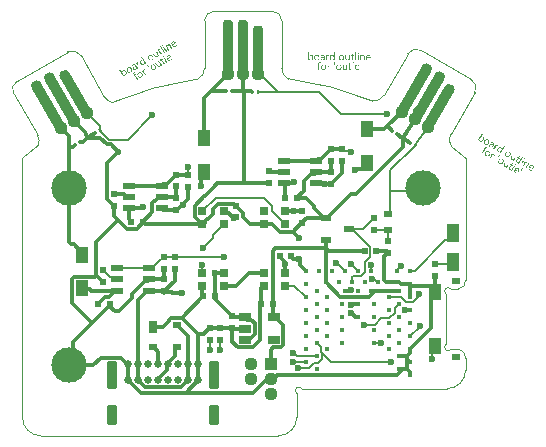
<source format=gtl>
G04*
G04 #@! TF.GenerationSoftware,Altium Limited,Altium Designer,21.2.2 (38)*
G04*
G04 Layer_Physical_Order=1*
G04 Layer_Color=255*
%FSAX25Y25*%
%MOIN*%
G70*
G04*
G04 #@! TF.SameCoordinates,45594BEC-2849-4BF4-9243-89CCF95E6EF7*
G04*
G04*
G04 #@! TF.FilePolarity,Positive*
G04*
G01*
G75*
%ADD10C,0.00394*%
%ADD11R,0.03937X0.02362*%
%ADD12R,0.01968X0.02165*%
%ADD13R,0.02165X0.01968*%
%ADD14R,0.04331X0.05315*%
%ADD16R,0.02165X0.01968*%
%ADD17R,0.03937X0.02756*%
%ADD18R,0.01968X0.02165*%
%ADD19R,0.02756X0.02362*%
%ADD20R,0.02756X0.03937*%
%ADD24R,0.00787X0.01181*%
G04:AMPARAMS|DCode=25|XSize=7.87mil|YSize=11.81mil|CornerRadius=0mil|HoleSize=0mil|Usage=FLASHONLY|Rotation=330.000|XOffset=0mil|YOffset=0mil|HoleType=Round|Shape=Rectangle|*
%AMROTATEDRECTD25*
4,1,4,-0.00636,-0.00315,-0.00046,0.00708,0.00636,0.00315,0.00046,-0.00708,-0.00636,-0.00315,0.0*
%
%ADD25ROTATEDRECTD25*%

G04:AMPARAMS|DCode=26|XSize=7.87mil|YSize=11.81mil|CornerRadius=0mil|HoleSize=0mil|Usage=FLASHONLY|Rotation=30.000|XOffset=0mil|YOffset=0mil|HoleType=Round|Shape=Rectangle|*
%AMROTATEDRECTD26*
4,1,4,-0.00046,-0.00708,-0.00636,0.00315,0.00046,0.00708,0.00636,-0.00315,-0.00046,-0.00708,0.0*
%
%ADD26ROTATEDRECTD26*%

%ADD28R,0.03543X0.02362*%
G04:AMPARAMS|DCode=29|XSize=35.43mil|YSize=169.29mil|CornerRadius=13.82mil|HoleSize=0mil|Usage=FLASHONLY|Rotation=30.000|XOffset=0mil|YOffset=0mil|HoleType=Round|Shape=RoundedRectangle|*
%AMROUNDEDRECTD29*
21,1,0.03543,0.14165,0,0,30.0*
21,1,0.00780,0.16929,0,0,30.0*
1,1,0.02764,0.03879,-0.05939*
1,1,0.02764,0.03204,-0.06329*
1,1,0.02764,-0.03879,0.05939*
1,1,0.02764,-0.03204,0.06329*
%
%ADD29ROUNDEDRECTD29*%
G04:AMPARAMS|DCode=30|XSize=35.43mil|YSize=188.98mil|CornerRadius=13.82mil|HoleSize=0mil|Usage=FLASHONLY|Rotation=30.000|XOffset=0mil|YOffset=0mil|HoleType=Round|Shape=RoundedRectangle|*
%AMROUNDEDRECTD30*
21,1,0.03543,0.16134,0,0,30.0*
21,1,0.00780,0.18898,0,0,30.0*
1,1,0.02764,0.04371,-0.06791*
1,1,0.02764,0.03696,-0.07181*
1,1,0.02764,-0.04371,0.06791*
1,1,0.02764,-0.03696,0.07181*
%
%ADD30ROUNDEDRECTD30*%
G04:AMPARAMS|DCode=31|XSize=35.43mil|YSize=169.29mil|CornerRadius=13.82mil|HoleSize=0mil|Usage=FLASHONLY|Rotation=0.000|XOffset=0mil|YOffset=0mil|HoleType=Round|Shape=RoundedRectangle|*
%AMROUNDEDRECTD31*
21,1,0.03543,0.14165,0,0,0.0*
21,1,0.00780,0.16929,0,0,0.0*
1,1,0.02764,0.00390,-0.07083*
1,1,0.02764,-0.00390,-0.07083*
1,1,0.02764,-0.00390,0.07083*
1,1,0.02764,0.00390,0.07083*
%
%ADD31ROUNDEDRECTD31*%
G04:AMPARAMS|DCode=32|XSize=35.43mil|YSize=188.98mil|CornerRadius=13.82mil|HoleSize=0mil|Usage=FLASHONLY|Rotation=0.000|XOffset=0mil|YOffset=0mil|HoleType=Round|Shape=RoundedRectangle|*
%AMROUNDEDRECTD32*
21,1,0.03543,0.16134,0,0,0.0*
21,1,0.00780,0.18898,0,0,0.0*
1,1,0.02764,0.00390,-0.08067*
1,1,0.02764,-0.00390,-0.08067*
1,1,0.02764,-0.00390,0.08067*
1,1,0.02764,0.00390,0.08067*
%
%ADD32ROUNDEDRECTD32*%
G04:AMPARAMS|DCode=33|XSize=35.43mil|YSize=169.29mil|CornerRadius=13.82mil|HoleSize=0mil|Usage=FLASHONLY|Rotation=330.000|XOffset=0mil|YOffset=0mil|HoleType=Round|Shape=RoundedRectangle|*
%AMROUNDEDRECTD33*
21,1,0.03543,0.14165,0,0,330.0*
21,1,0.00780,0.16929,0,0,330.0*
1,1,0.02764,-0.03204,-0.06329*
1,1,0.02764,-0.03879,-0.05939*
1,1,0.02764,0.03204,0.06329*
1,1,0.02764,0.03879,0.05939*
%
%ADD33ROUNDEDRECTD33*%
G04:AMPARAMS|DCode=34|XSize=35.43mil|YSize=188.98mil|CornerRadius=13.82mil|HoleSize=0mil|Usage=FLASHONLY|Rotation=330.000|XOffset=0mil|YOffset=0mil|HoleType=Round|Shape=RoundedRectangle|*
%AMROUNDEDRECTD34*
21,1,0.03543,0.16134,0,0,330.0*
21,1,0.00780,0.18898,0,0,330.0*
1,1,0.02764,-0.03696,-0.07181*
1,1,0.02764,-0.04371,-0.06791*
1,1,0.02764,0.03696,0.07181*
1,1,0.02764,0.04371,0.06791*
%
%ADD34ROUNDEDRECTD34*%
%ADD53C,0.04370*%
%ADD61C,0.01339*%
%ADD62R,0.01575X0.01575*%
%ADD63R,0.02756X0.02756*%
%ADD64R,0.03150X0.02362*%
%ADD65R,0.04134X0.05709*%
%ADD66R,0.03937X0.05906*%
%ADD67C,0.01300*%
%ADD68C,0.00787*%
%ADD69C,0.00600*%
%ADD70C,0.01338*%
%ADD71C,0.11811*%
%ADD72R,0.04370X0.04370*%
%ADD73C,0.02559*%
G04:AMPARAMS|DCode=74|XSize=35.43mil|YSize=66.93mil|CornerRadius=8.86mil|HoleSize=0mil|Usage=FLASHONLY|Rotation=0.000|XOffset=0mil|YOffset=0mil|HoleType=Round|Shape=RoundedRectangle|*
%AMROUNDEDRECTD74*
21,1,0.03543,0.04921,0,0,0.0*
21,1,0.01772,0.06693,0,0,0.0*
1,1,0.01772,0.00886,-0.02461*
1,1,0.01772,-0.00886,-0.02461*
1,1,0.01772,-0.00886,0.02461*
1,1,0.01772,0.00886,0.02461*
%
%ADD74ROUNDEDRECTD74*%
G04:AMPARAMS|DCode=75|XSize=35.43mil|YSize=94.49mil|CornerRadius=8.86mil|HoleSize=0mil|Usage=FLASHONLY|Rotation=0.000|XOffset=0mil|YOffset=0mil|HoleType=Round|Shape=RoundedRectangle|*
%AMROUNDEDRECTD75*
21,1,0.03543,0.07677,0,0,0.0*
21,1,0.01772,0.09449,0,0,0.0*
1,1,0.01772,0.00886,-0.03839*
1,1,0.01772,-0.00886,-0.03839*
1,1,0.01772,-0.00886,0.03839*
1,1,0.01772,0.00886,0.03839*
%
%ADD75ROUNDEDRECTD75*%
%ADD76C,0.02362*%
G36*
X0038342Y0118576D02*
X0038361Y0118573D01*
X0038381Y0118567D01*
X0038404Y0118557D01*
X0038427Y0118544D01*
X0038447Y0118527D01*
X0038450Y0118524D01*
X0038457Y0118517D01*
X0038463Y0118507D01*
X0038476Y0118491D01*
X0038486Y0118471D01*
X0038493Y0118448D01*
X0038499Y0118426D01*
X0038503Y0118396D01*
Y0118393D01*
Y0118383D01*
X0038499Y0118370D01*
X0038496Y0118350D01*
X0038489Y0118327D01*
X0038480Y0118307D01*
X0038467Y0118284D01*
X0038447Y0118261D01*
X0038443Y0118258D01*
X0038437Y0118255D01*
X0038427Y0118245D01*
X0038411Y0118235D01*
X0038391Y0118225D01*
X0038368Y0118219D01*
X0038345Y0118212D01*
X0038316Y0118209D01*
X0038302D01*
X0038289Y0118212D01*
X0038270Y0118216D01*
X0038250Y0118222D01*
X0038227Y0118232D01*
X0038204Y0118245D01*
X0038184Y0118261D01*
X0038181Y0118265D01*
X0038178Y0118271D01*
X0038168Y0118281D01*
X0038158Y0118298D01*
X0038148Y0118317D01*
X0038142Y0118340D01*
X0038135Y0118366D01*
X0038132Y0118396D01*
Y0118399D01*
Y0118409D01*
X0038135Y0118422D01*
X0038138Y0118442D01*
X0038145Y0118462D01*
X0038155Y0118484D01*
X0038168Y0118507D01*
X0038184Y0118527D01*
X0038188Y0118530D01*
X0038194Y0118537D01*
X0038204Y0118544D01*
X0038221Y0118553D01*
X0038240Y0118563D01*
X0038263Y0118573D01*
X0038286Y0118576D01*
X0038316Y0118580D01*
X0038329D01*
X0038342Y0118576D01*
D02*
G37*
G36*
X0030460Y0115985D02*
X0030178D01*
Y0116287D01*
X0030171D01*
X0030168Y0116284D01*
X0030161Y0116274D01*
X0030152Y0116254D01*
X0030135Y0116234D01*
X0030112Y0116208D01*
X0030086Y0116179D01*
X0030057Y0116149D01*
X0030020Y0116116D01*
X0029978Y0116084D01*
X0029935Y0116054D01*
X0029883Y0116024D01*
X0029827Y0115998D01*
X0029768Y0115979D01*
X0029702Y0115962D01*
X0029633Y0115949D01*
X0029558Y0115946D01*
X0029545D01*
X0029525Y0115949D01*
X0029502D01*
X0029476Y0115952D01*
X0029443Y0115959D01*
X0029404Y0115965D01*
X0029364Y0115975D01*
X0029325Y0115988D01*
X0029279Y0116005D01*
X0029237Y0116021D01*
X0029191Y0116044D01*
X0029148Y0116074D01*
X0029105Y0116103D01*
X0029063Y0116139D01*
X0029023Y0116182D01*
X0029020Y0116185D01*
X0029013Y0116192D01*
X0029004Y0116208D01*
X0028994Y0116225D01*
X0028977Y0116251D01*
X0028961Y0116277D01*
X0028941Y0116313D01*
X0028925Y0116352D01*
X0028905Y0116395D01*
X0028886Y0116444D01*
X0028869Y0116497D01*
X0028856Y0116556D01*
X0028843Y0116618D01*
X0028833Y0116684D01*
X0028827Y0116756D01*
X0028823Y0116831D01*
Y0116838D01*
Y0116851D01*
Y0116874D01*
X0028827Y0116903D01*
X0028830Y0116943D01*
X0028836Y0116985D01*
X0028843Y0117031D01*
X0028853Y0117084D01*
X0028879Y0117195D01*
X0028895Y0117254D01*
X0028918Y0117314D01*
X0028945Y0117373D01*
X0028974Y0117432D01*
X0029007Y0117484D01*
X0029046Y0117537D01*
X0029050Y0117540D01*
X0029056Y0117550D01*
X0029069Y0117563D01*
X0029086Y0117579D01*
X0029109Y0117599D01*
X0029135Y0117622D01*
X0029168Y0117645D01*
X0029204Y0117671D01*
X0029243Y0117694D01*
X0029289Y0117717D01*
X0029338Y0117740D01*
X0029391Y0117760D01*
X0029447Y0117779D01*
X0029506Y0117792D01*
X0029571Y0117799D01*
X0029637Y0117802D01*
X0029653D01*
X0029673Y0117799D01*
X0029696D01*
X0029729Y0117792D01*
X0029761Y0117786D01*
X0029801Y0117779D01*
X0029840Y0117766D01*
X0029886Y0117750D01*
X0029929Y0117733D01*
X0029975Y0117707D01*
X0030017Y0117681D01*
X0030060Y0117648D01*
X0030099Y0117609D01*
X0030139Y0117566D01*
X0030171Y0117514D01*
X0030178D01*
Y0118612D01*
X0030460D01*
Y0115985D01*
D02*
G37*
G36*
X0039952Y0117799D02*
X0039975Y0117796D01*
X0040005Y0117792D01*
X0040067Y0117779D01*
X0040139Y0117756D01*
X0040179Y0117740D01*
X0040215Y0117724D01*
X0040251Y0117701D01*
X0040287Y0117674D01*
X0040320Y0117645D01*
X0040349Y0117612D01*
X0040352Y0117609D01*
X0040356Y0117602D01*
X0040362Y0117592D01*
X0040372Y0117576D01*
X0040385Y0117560D01*
X0040398Y0117533D01*
X0040411Y0117507D01*
X0040428Y0117474D01*
X0040441Y0117438D01*
X0040454Y0117399D01*
X0040467Y0117353D01*
X0040480Y0117304D01*
X0040490Y0117251D01*
X0040497Y0117195D01*
X0040503Y0117136D01*
Y0117071D01*
Y0115985D01*
X0040218D01*
Y0116995D01*
Y0116999D01*
Y0117002D01*
Y0117018D01*
X0040215Y0117048D01*
X0040211Y0117084D01*
X0040205Y0117127D01*
X0040195Y0117176D01*
X0040182Y0117225D01*
X0040165Y0117281D01*
X0040146Y0117333D01*
X0040116Y0117382D01*
X0040084Y0117432D01*
X0040044Y0117474D01*
X0039995Y0117510D01*
X0039942Y0117540D01*
X0039877Y0117556D01*
X0039841Y0117563D01*
X0039785D01*
X0039769Y0117560D01*
X0039752D01*
X0039729Y0117553D01*
X0039680Y0117543D01*
X0039624Y0117524D01*
X0039565Y0117494D01*
X0039536Y0117478D01*
X0039506Y0117455D01*
X0039477Y0117432D01*
X0039450Y0117402D01*
Y0117399D01*
X0039444Y0117395D01*
X0039437Y0117386D01*
X0039428Y0117373D01*
X0039418Y0117356D01*
X0039408Y0117340D01*
X0039382Y0117291D01*
X0039355Y0117232D01*
X0039336Y0117163D01*
X0039319Y0117084D01*
X0039313Y0116995D01*
Y0115985D01*
X0039027D01*
Y0117760D01*
X0039313D01*
Y0117464D01*
X0039319D01*
X0039323Y0117468D01*
X0039329Y0117478D01*
X0039339Y0117497D01*
X0039355Y0117517D01*
X0039378Y0117543D01*
X0039405Y0117573D01*
X0039434Y0117602D01*
X0039467Y0117635D01*
X0039506Y0117665D01*
X0039549Y0117694D01*
X0039598Y0117724D01*
X0039651Y0117750D01*
X0039706Y0117773D01*
X0039769Y0117789D01*
X0039834Y0117799D01*
X0039903Y0117802D01*
X0039933D01*
X0039952Y0117799D01*
D02*
G37*
G36*
X0028528Y0117789D02*
X0028584Y0117783D01*
X0028613Y0117776D01*
X0028636Y0117766D01*
Y0117471D01*
X0028633Y0117474D01*
X0028623Y0117481D01*
X0028604Y0117491D01*
X0028581Y0117500D01*
X0028551Y0117510D01*
X0028512Y0117520D01*
X0028469Y0117527D01*
X0028420Y0117530D01*
X0028403D01*
X0028390Y0117527D01*
X0028357Y0117520D01*
X0028315Y0117507D01*
X0028266Y0117487D01*
X0028216Y0117458D01*
X0028190Y0117438D01*
X0028164Y0117415D01*
X0028138Y0117386D01*
X0028115Y0117356D01*
Y0117353D01*
X0028108Y0117350D01*
X0028105Y0117340D01*
X0028095Y0117327D01*
X0028085Y0117307D01*
X0028075Y0117287D01*
X0028066Y0117261D01*
X0028056Y0117235D01*
X0028043Y0117202D01*
X0028033Y0117169D01*
X0028023Y0117130D01*
X0028013Y0117087D01*
X0028000Y0116995D01*
X0027993Y0116890D01*
Y0115985D01*
X0027708D01*
Y0117760D01*
X0027993D01*
Y0117392D01*
X0028000D01*
Y0117395D01*
X0028003Y0117402D01*
X0028007Y0117412D01*
X0028013Y0117425D01*
X0028026Y0117458D01*
X0028046Y0117500D01*
X0028072Y0117546D01*
X0028105Y0117596D01*
X0028144Y0117645D01*
X0028187Y0117687D01*
X0028194Y0117691D01*
X0028210Y0117704D01*
X0028236Y0117720D01*
X0028269Y0117740D01*
X0028308Y0117760D01*
X0028357Y0117776D01*
X0028410Y0117789D01*
X0028466Y0117792D01*
X0028505D01*
X0028528Y0117789D01*
D02*
G37*
G36*
X0035531Y0115985D02*
X0035245D01*
Y0116264D01*
X0035239D01*
X0035236Y0116261D01*
X0035229Y0116251D01*
X0035219Y0116234D01*
X0035206Y0116215D01*
X0035186Y0116192D01*
X0035164Y0116162D01*
X0035137Y0116136D01*
X0035105Y0116106D01*
X0035068Y0116074D01*
X0035029Y0116048D01*
X0034983Y0116021D01*
X0034934Y0115995D01*
X0034878Y0115975D01*
X0034822Y0115959D01*
X0034760Y0115949D01*
X0034691Y0115946D01*
X0034665D01*
X0034632Y0115952D01*
X0034593Y0115959D01*
X0034544Y0115969D01*
X0034491Y0115985D01*
X0034435Y0116008D01*
X0034376Y0116041D01*
X0034317Y0116080D01*
X0034258Y0116129D01*
X0034206Y0116189D01*
X0034179Y0116225D01*
X0034157Y0116264D01*
X0034137Y0116303D01*
X0034117Y0116349D01*
X0034101Y0116398D01*
X0034084Y0116448D01*
X0034075Y0116503D01*
X0034065Y0116566D01*
X0034061Y0116628D01*
X0034058Y0116697D01*
Y0117760D01*
X0034340D01*
Y0116743D01*
Y0116736D01*
Y0116720D01*
X0034343Y0116690D01*
X0034347Y0116654D01*
X0034353Y0116612D01*
X0034363Y0116566D01*
X0034376Y0116513D01*
X0034393Y0116464D01*
X0034416Y0116411D01*
X0034445Y0116359D01*
X0034481Y0116313D01*
X0034521Y0116270D01*
X0034570Y0116234D01*
X0034629Y0116205D01*
X0034694Y0116189D01*
X0034731Y0116185D01*
X0034770Y0116182D01*
X0034790D01*
X0034806Y0116185D01*
X0034842Y0116189D01*
X0034891Y0116202D01*
X0034944Y0116218D01*
X0034999Y0116244D01*
X0035059Y0116284D01*
X0035085Y0116307D01*
X0035111Y0116333D01*
Y0116336D01*
X0035118Y0116339D01*
X0035124Y0116349D01*
X0035131Y0116362D01*
X0035154Y0116395D01*
X0035180Y0116441D01*
X0035203Y0116500D01*
X0035226Y0116569D01*
X0035239Y0116648D01*
X0035245Y0116736D01*
Y0117760D01*
X0035531D01*
Y0115985D01*
D02*
G37*
G36*
X0038453D02*
X0038168D01*
Y0117760D01*
X0038453D01*
Y0115985D01*
D02*
G37*
G36*
X0037594D02*
X0037309D01*
Y0118612D01*
X0037594D01*
Y0115985D01*
D02*
G37*
G36*
X0026606Y0117799D02*
X0026645Y0117792D01*
X0026691Y0117783D01*
X0026744Y0117766D01*
X0026803Y0117746D01*
X0026862Y0117720D01*
X0026918Y0117684D01*
X0026977Y0117641D01*
X0027029Y0117586D01*
X0027075Y0117524D01*
X0027114Y0117448D01*
X0027131Y0117405D01*
X0027147Y0117359D01*
X0027157Y0117310D01*
X0027167Y0117258D01*
X0027170Y0117199D01*
X0027173Y0117140D01*
Y0115985D01*
X0026888D01*
Y0116261D01*
X0026882D01*
X0026878Y0116257D01*
X0026872Y0116247D01*
X0026862Y0116231D01*
X0026845Y0116211D01*
X0026826Y0116189D01*
X0026803Y0116162D01*
X0026777Y0116133D01*
X0026744Y0116103D01*
X0026708Y0116074D01*
X0026665Y0116044D01*
X0026622Y0116018D01*
X0026573Y0115995D01*
X0026517Y0115975D01*
X0026462Y0115959D01*
X0026399Y0115949D01*
X0026334Y0115946D01*
X0026307D01*
X0026291Y0115949D01*
X0026268D01*
X0026242Y0115952D01*
X0026183Y0115962D01*
X0026117Y0115979D01*
X0026048Y0116005D01*
X0025983Y0116038D01*
X0025921Y0116084D01*
Y0116087D01*
X0025914Y0116090D01*
X0025897Y0116110D01*
X0025871Y0116139D01*
X0025845Y0116182D01*
X0025819Y0116234D01*
X0025793Y0116297D01*
X0025776Y0116372D01*
X0025773Y0116411D01*
X0025770Y0116454D01*
Y0116461D01*
Y0116477D01*
X0025773Y0116500D01*
X0025779Y0116533D01*
X0025786Y0116572D01*
X0025799Y0116615D01*
X0025819Y0116664D01*
X0025842Y0116713D01*
X0025875Y0116766D01*
X0025914Y0116815D01*
X0025960Y0116864D01*
X0026019Y0116910D01*
X0026085Y0116949D01*
X0026163Y0116985D01*
X0026255Y0117015D01*
X0026304Y0117025D01*
X0026357Y0117035D01*
X0026888Y0117110D01*
Y0117117D01*
Y0117130D01*
X0026885Y0117153D01*
X0026882Y0117182D01*
X0026878Y0117215D01*
X0026868Y0117254D01*
X0026859Y0117294D01*
X0026842Y0117336D01*
X0026823Y0117379D01*
X0026799Y0117419D01*
X0026770Y0117458D01*
X0026734Y0117491D01*
X0026691Y0117520D01*
X0026645Y0117543D01*
X0026590Y0117556D01*
X0026524Y0117563D01*
X0026491D01*
X0026468Y0117560D01*
X0026442Y0117556D01*
X0026409Y0117550D01*
X0026373Y0117543D01*
X0026331Y0117537D01*
X0026242Y0117510D01*
X0026193Y0117491D01*
X0026144Y0117471D01*
X0026094Y0117445D01*
X0026042Y0117415D01*
X0025993Y0117382D01*
X0025943Y0117343D01*
Y0117635D01*
X0025947Y0117638D01*
X0025957Y0117641D01*
X0025970Y0117651D01*
X0025989Y0117661D01*
X0026016Y0117674D01*
X0026045Y0117687D01*
X0026078Y0117704D01*
X0026117Y0117720D01*
X0026160Y0117733D01*
X0026206Y0117750D01*
X0026255Y0117763D01*
X0026307Y0117776D01*
X0026422Y0117796D01*
X0026485Y0117799D01*
X0026547Y0117802D01*
X0026573D01*
X0026606Y0117799D01*
D02*
G37*
G36*
X0036482Y0117760D02*
X0036928D01*
Y0117517D01*
X0036482D01*
Y0116516D01*
Y0116513D01*
Y0116510D01*
Y0116500D01*
Y0116487D01*
X0036485Y0116454D01*
X0036489Y0116418D01*
X0036495Y0116376D01*
X0036508Y0116333D01*
X0036521Y0116294D01*
X0036541Y0116261D01*
X0036544Y0116257D01*
X0036554Y0116247D01*
X0036567Y0116238D01*
X0036590Y0116225D01*
X0036620Y0116208D01*
X0036653Y0116198D01*
X0036695Y0116189D01*
X0036744Y0116185D01*
X0036764D01*
X0036784Y0116189D01*
X0036807Y0116192D01*
X0036836Y0116198D01*
X0036869Y0116211D01*
X0036899Y0116225D01*
X0036928Y0116244D01*
Y0116001D01*
X0036925Y0115998D01*
X0036912Y0115995D01*
X0036889Y0115985D01*
X0036859Y0115975D01*
X0036820Y0115965D01*
X0036777Y0115959D01*
X0036725Y0115952D01*
X0036666Y0115949D01*
X0036646D01*
X0036623Y0115952D01*
X0036594Y0115959D01*
X0036557Y0115965D01*
X0036518Y0115975D01*
X0036476Y0115992D01*
X0036433Y0116015D01*
X0036387Y0116041D01*
X0036344Y0116077D01*
X0036305Y0116116D01*
X0036269Y0116169D01*
X0036239Y0116228D01*
X0036216Y0116297D01*
X0036203Y0116376D01*
X0036197Y0116467D01*
Y0117517D01*
X0035892D01*
Y0117760D01*
X0036197D01*
Y0118193D01*
X0036482Y0118284D01*
Y0117760D01*
D02*
G37*
G36*
X0041796Y0117799D02*
X0041822Y0117796D01*
X0041858Y0117789D01*
X0041894Y0117783D01*
X0041933Y0117773D01*
X0041976Y0117763D01*
X0042022Y0117746D01*
X0042065Y0117730D01*
X0042111Y0117707D01*
X0042153Y0117681D01*
X0042196Y0117651D01*
X0042239Y0117615D01*
X0042275Y0117576D01*
X0042278Y0117573D01*
X0042284Y0117566D01*
X0042291Y0117553D01*
X0042304Y0117533D01*
X0042317Y0117510D01*
X0042334Y0117484D01*
X0042353Y0117451D01*
X0042370Y0117412D01*
X0042386Y0117369D01*
X0042406Y0117323D01*
X0042422Y0117271D01*
X0042435Y0117215D01*
X0042448Y0117156D01*
X0042458Y0117090D01*
X0042461Y0117022D01*
X0042465Y0116949D01*
Y0116802D01*
X0041212D01*
Y0116799D01*
Y0116789D01*
X0041215Y0116772D01*
Y0116753D01*
X0041218Y0116726D01*
X0041222Y0116700D01*
X0041235Y0116631D01*
X0041254Y0116559D01*
X0041281Y0116484D01*
X0041320Y0116408D01*
X0041343Y0116376D01*
X0041369Y0116343D01*
X0041373Y0116339D01*
X0041376Y0116336D01*
X0041386Y0116330D01*
X0041399Y0116316D01*
X0041412Y0116307D01*
X0041432Y0116294D01*
X0041481Y0116264D01*
X0041540Y0116234D01*
X0041612Y0116208D01*
X0041697Y0116189D01*
X0041743Y0116185D01*
X0041792Y0116182D01*
X0041822D01*
X0041842Y0116185D01*
X0041868Y0116189D01*
X0041901Y0116192D01*
X0041933Y0116198D01*
X0041973Y0116208D01*
X0042058Y0116231D01*
X0042104Y0116247D01*
X0042150Y0116264D01*
X0042199Y0116287D01*
X0042248Y0116313D01*
X0042294Y0116343D01*
X0042343Y0116379D01*
Y0116113D01*
X0042340Y0116110D01*
X0042334Y0116106D01*
X0042320Y0116097D01*
X0042301Y0116087D01*
X0042278Y0116074D01*
X0042248Y0116061D01*
X0042215Y0116044D01*
X0042179Y0116031D01*
X0042137Y0116015D01*
X0042091Y0115998D01*
X0042038Y0115985D01*
X0041983Y0115972D01*
X0041924Y0115962D01*
X0041861Y0115952D01*
X0041796Y0115949D01*
X0041723Y0115946D01*
X0041707D01*
X0041687Y0115949D01*
X0041661D01*
X0041628Y0115952D01*
X0041592Y0115959D01*
X0041553Y0115965D01*
X0041507Y0115975D01*
X0041461Y0115988D01*
X0041412Y0116005D01*
X0041363Y0116024D01*
X0041313Y0116048D01*
X0041264Y0116074D01*
X0041218Y0116106D01*
X0041173Y0116143D01*
X0041130Y0116185D01*
X0041127Y0116189D01*
X0041120Y0116195D01*
X0041110Y0116211D01*
X0041097Y0116231D01*
X0041081Y0116254D01*
X0041061Y0116284D01*
X0041045Y0116320D01*
X0041025Y0116359D01*
X0041002Y0116405D01*
X0040986Y0116457D01*
X0040966Y0116513D01*
X0040949Y0116572D01*
X0040936Y0116638D01*
X0040927Y0116710D01*
X0040920Y0116785D01*
X0040917Y0116864D01*
Y0116867D01*
Y0116884D01*
X0040920Y0116903D01*
Y0116933D01*
X0040923Y0116969D01*
X0040930Y0117008D01*
X0040936Y0117054D01*
X0040946Y0117104D01*
X0040959Y0117156D01*
X0040976Y0117212D01*
X0040992Y0117268D01*
X0041015Y0117327D01*
X0041045Y0117382D01*
X0041074Y0117435D01*
X0041110Y0117491D01*
X0041153Y0117540D01*
X0041156Y0117543D01*
X0041163Y0117550D01*
X0041176Y0117563D01*
X0041195Y0117582D01*
X0041218Y0117602D01*
X0041245Y0117622D01*
X0041277Y0117648D01*
X0041313Y0117671D01*
X0041356Y0117694D01*
X0041399Y0117720D01*
X0041448Y0117740D01*
X0041500Y0117763D01*
X0041553Y0117779D01*
X0041612Y0117792D01*
X0041674Y0117799D01*
X0041737Y0117802D01*
X0041769D01*
X0041796Y0117799D01*
D02*
G37*
G36*
X0032861D02*
X0032894Y0117796D01*
X0032933Y0117789D01*
X0032976Y0117783D01*
X0033022Y0117773D01*
X0033071Y0117760D01*
X0033120Y0117743D01*
X0033173Y0117724D01*
X0033225Y0117697D01*
X0033274Y0117671D01*
X0033323Y0117638D01*
X0033373Y0117599D01*
X0033415Y0117556D01*
X0033419Y0117553D01*
X0033425Y0117546D01*
X0033435Y0117530D01*
X0033451Y0117510D01*
X0033468Y0117487D01*
X0033487Y0117458D01*
X0033507Y0117422D01*
X0033527Y0117379D01*
X0033547Y0117333D01*
X0033569Y0117284D01*
X0033586Y0117228D01*
X0033602Y0117166D01*
X0033619Y0117104D01*
X0033628Y0117031D01*
X0033635Y0116956D01*
X0033638Y0116877D01*
Y0116874D01*
Y0116858D01*
Y0116838D01*
X0033635Y0116808D01*
X0033632Y0116772D01*
X0033625Y0116730D01*
X0033619Y0116684D01*
X0033609Y0116635D01*
X0033596Y0116582D01*
X0033579Y0116526D01*
X0033560Y0116471D01*
X0033537Y0116411D01*
X0033510Y0116356D01*
X0033478Y0116300D01*
X0033441Y0116247D01*
X0033399Y0116198D01*
X0033396Y0116195D01*
X0033389Y0116189D01*
X0033373Y0116175D01*
X0033356Y0116159D01*
X0033330Y0116139D01*
X0033301Y0116120D01*
X0033268Y0116097D01*
X0033228Y0116074D01*
X0033186Y0116048D01*
X0033136Y0116024D01*
X0033084Y0116005D01*
X0033028Y0115985D01*
X0032966Y0115969D01*
X0032900Y0115956D01*
X0032831Y0115949D01*
X0032756Y0115946D01*
X0032740D01*
X0032717Y0115949D01*
X0032690D01*
X0032658Y0115952D01*
X0032618Y0115959D01*
X0032576Y0115965D01*
X0032530Y0115975D01*
X0032480Y0115988D01*
X0032428Y0116005D01*
X0032375Y0116024D01*
X0032323Y0116051D01*
X0032271Y0116077D01*
X0032221Y0116110D01*
X0032172Y0116149D01*
X0032126Y0116192D01*
X0032123Y0116195D01*
X0032116Y0116205D01*
X0032103Y0116218D01*
X0032090Y0116238D01*
X0032070Y0116261D01*
X0032051Y0116294D01*
X0032031Y0116326D01*
X0032008Y0116369D01*
X0031985Y0116411D01*
X0031966Y0116464D01*
X0031946Y0116516D01*
X0031926Y0116576D01*
X0031913Y0116638D01*
X0031900Y0116707D01*
X0031893Y0116776D01*
X0031890Y0116851D01*
Y0116858D01*
Y0116871D01*
X0031893Y0116894D01*
Y0116923D01*
X0031897Y0116963D01*
X0031903Y0117005D01*
X0031910Y0117054D01*
X0031920Y0117107D01*
X0031933Y0117159D01*
X0031949Y0117218D01*
X0031969Y0117277D01*
X0031992Y0117333D01*
X0032021Y0117392D01*
X0032054Y0117448D01*
X0032090Y0117500D01*
X0032133Y0117550D01*
X0032136Y0117553D01*
X0032146Y0117560D01*
X0032159Y0117573D01*
X0032179Y0117589D01*
X0032202Y0117609D01*
X0032231Y0117628D01*
X0032267Y0117651D01*
X0032307Y0117678D01*
X0032353Y0117701D01*
X0032402Y0117724D01*
X0032458Y0117743D01*
X0032517Y0117763D01*
X0032579Y0117779D01*
X0032648Y0117792D01*
X0032720Y0117799D01*
X0032795Y0117802D01*
X0032835D01*
X0032861Y0117799D01*
D02*
G37*
G36*
X0024667D02*
X0024700Y0117796D01*
X0024740Y0117789D01*
X0024782Y0117783D01*
X0024828Y0117773D01*
X0024877Y0117760D01*
X0024927Y0117743D01*
X0024979Y0117724D01*
X0025032Y0117697D01*
X0025081Y0117671D01*
X0025130Y0117638D01*
X0025179Y0117599D01*
X0025222Y0117556D01*
X0025225Y0117553D01*
X0025232Y0117546D01*
X0025242Y0117530D01*
X0025258Y0117510D01*
X0025274Y0117487D01*
X0025294Y0117458D01*
X0025314Y0117422D01*
X0025333Y0117379D01*
X0025353Y0117333D01*
X0025376Y0117284D01*
X0025392Y0117228D01*
X0025409Y0117166D01*
X0025425Y0117104D01*
X0025435Y0117031D01*
X0025442Y0116956D01*
X0025445Y0116877D01*
Y0116874D01*
Y0116858D01*
Y0116838D01*
X0025442Y0116808D01*
X0025438Y0116772D01*
X0025432Y0116730D01*
X0025425Y0116684D01*
X0025415Y0116635D01*
X0025402Y0116582D01*
X0025386Y0116526D01*
X0025366Y0116471D01*
X0025343Y0116411D01*
X0025317Y0116356D01*
X0025284Y0116300D01*
X0025248Y0116247D01*
X0025205Y0116198D01*
X0025202Y0116195D01*
X0025196Y0116189D01*
X0025179Y0116175D01*
X0025163Y0116159D01*
X0025137Y0116139D01*
X0025107Y0116120D01*
X0025074Y0116097D01*
X0025035Y0116074D01*
X0024992Y0116048D01*
X0024943Y0116024D01*
X0024891Y0116005D01*
X0024835Y0115985D01*
X0024772Y0115969D01*
X0024707Y0115956D01*
X0024638Y0115949D01*
X0024563Y0115946D01*
X0024546D01*
X0024523Y0115949D01*
X0024497D01*
X0024464Y0115952D01*
X0024425Y0115959D01*
X0024382Y0115965D01*
X0024336Y0115975D01*
X0024287Y0115988D01*
X0024235Y0116005D01*
X0024182Y0116024D01*
X0024130Y0116051D01*
X0024077Y0116077D01*
X0024028Y0116110D01*
X0023979Y0116149D01*
X0023933Y0116192D01*
X0023930Y0116195D01*
X0023923Y0116205D01*
X0023910Y0116218D01*
X0023897Y0116238D01*
X0023877Y0116261D01*
X0023857Y0116294D01*
X0023838Y0116326D01*
X0023815Y0116369D01*
X0023792Y0116411D01*
X0023772Y0116464D01*
X0023752Y0116516D01*
X0023733Y0116576D01*
X0023720Y0116638D01*
X0023707Y0116707D01*
X0023700Y0116776D01*
X0023697Y0116851D01*
Y0116858D01*
Y0116871D01*
X0023700Y0116894D01*
Y0116923D01*
X0023703Y0116963D01*
X0023710Y0117005D01*
X0023716Y0117054D01*
X0023726Y0117107D01*
X0023739Y0117159D01*
X0023756Y0117218D01*
X0023775Y0117277D01*
X0023798Y0117333D01*
X0023828Y0117392D01*
X0023861Y0117448D01*
X0023897Y0117500D01*
X0023939Y0117550D01*
X0023943Y0117553D01*
X0023953Y0117560D01*
X0023966Y0117573D01*
X0023985Y0117589D01*
X0024008Y0117609D01*
X0024038Y0117628D01*
X0024074Y0117651D01*
X0024113Y0117678D01*
X0024159Y0117701D01*
X0024208Y0117724D01*
X0024264Y0117743D01*
X0024323Y0117763D01*
X0024385Y0117779D01*
X0024454Y0117792D01*
X0024527Y0117799D01*
X0024602Y0117802D01*
X0024641D01*
X0024667Y0117799D01*
D02*
G37*
G36*
X0022014Y0117448D02*
X0022021D01*
X0022024Y0117451D01*
X0022030Y0117464D01*
X0022043Y0117481D01*
X0022060Y0117504D01*
X0022083Y0117530D01*
X0022109Y0117560D01*
X0022139Y0117592D01*
X0022175Y0117625D01*
X0022217Y0117658D01*
X0022263Y0117691D01*
X0022312Y0117720D01*
X0022368Y0117746D01*
X0022427Y0117770D01*
X0022493Y0117786D01*
X0022562Y0117799D01*
X0022634Y0117802D01*
X0022667D01*
X0022690Y0117799D01*
X0022719Y0117796D01*
X0022752Y0117789D01*
X0022791Y0117783D01*
X0022831Y0117773D01*
X0022873Y0117760D01*
X0022916Y0117743D01*
X0022962Y0117724D01*
X0023005Y0117701D01*
X0023047Y0117674D01*
X0023090Y0117641D01*
X0023133Y0117605D01*
X0023169Y0117563D01*
X0023172Y0117560D01*
X0023178Y0117553D01*
X0023185Y0117537D01*
X0023198Y0117520D01*
X0023214Y0117494D01*
X0023231Y0117468D01*
X0023247Y0117432D01*
X0023267Y0117392D01*
X0023283Y0117350D01*
X0023300Y0117300D01*
X0023316Y0117248D01*
X0023333Y0117192D01*
X0023346Y0117130D01*
X0023352Y0117064D01*
X0023359Y0116995D01*
X0023362Y0116923D01*
Y0116917D01*
Y0116903D01*
Y0116881D01*
X0023359Y0116851D01*
X0023356Y0116812D01*
X0023352Y0116769D01*
X0023346Y0116720D01*
X0023336Y0116667D01*
X0023310Y0116553D01*
X0023293Y0116493D01*
X0023270Y0116435D01*
X0023247Y0116376D01*
X0023218Y0116320D01*
X0023185Y0116264D01*
X0023146Y0116211D01*
X0023142Y0116208D01*
X0023136Y0116202D01*
X0023123Y0116189D01*
X0023106Y0116169D01*
X0023083Y0116149D01*
X0023057Y0116126D01*
X0023028Y0116103D01*
X0022991Y0116080D01*
X0022949Y0116054D01*
X0022906Y0116031D01*
X0022857Y0116008D01*
X0022805Y0115988D01*
X0022745Y0115972D01*
X0022686Y0115959D01*
X0022621Y0115949D01*
X0022552Y0115946D01*
X0022535D01*
X0022519Y0115949D01*
X0022493D01*
X0022467Y0115956D01*
X0022431Y0115962D01*
X0022395Y0115972D01*
X0022355Y0115982D01*
X0022312Y0115998D01*
X0022267Y0116018D01*
X0022224Y0116041D01*
X0022181Y0116070D01*
X0022135Y0116103D01*
X0022096Y0116143D01*
X0022057Y0116189D01*
X0022021Y0116241D01*
X0022014D01*
Y0115985D01*
X0021729D01*
Y0118612D01*
X0022014D01*
Y0117448D01*
D02*
G37*
G36*
X0025704Y0115445D02*
X0025737Y0115442D01*
X0025770Y0115435D01*
X0025806Y0115426D01*
X0025835Y0115416D01*
Y0115160D01*
X0025832Y0115163D01*
X0025819Y0115166D01*
X0025802Y0115173D01*
X0025779Y0115183D01*
X0025750Y0115193D01*
X0025720Y0115199D01*
X0025684Y0115202D01*
X0025645Y0115206D01*
X0025632D01*
X0025619Y0115202D01*
X0025599Y0115199D01*
X0025576Y0115196D01*
X0025550Y0115186D01*
X0025524Y0115173D01*
X0025497Y0115160D01*
X0025468Y0115140D01*
X0025442Y0115114D01*
X0025415Y0115084D01*
X0025392Y0115048D01*
X0025373Y0115006D01*
X0025360Y0114956D01*
X0025350Y0114898D01*
X0025346Y0114832D01*
Y0114556D01*
X0025763D01*
Y0114314D01*
X0025346D01*
Y0112782D01*
X0025064D01*
Y0114314D01*
X0024763D01*
Y0114556D01*
X0025064D01*
Y0114845D01*
Y0114848D01*
Y0114858D01*
Y0114871D01*
X0025068Y0114891D01*
X0025071Y0114914D01*
X0025074Y0114943D01*
X0025084Y0115006D01*
X0025104Y0115075D01*
X0025133Y0115147D01*
X0025150Y0115183D01*
X0025173Y0115219D01*
X0025196Y0115252D01*
X0025225Y0115285D01*
X0025228Y0115288D01*
X0025232Y0115291D01*
X0025242Y0115301D01*
X0025255Y0115311D01*
X0025271Y0115324D01*
X0025287Y0115337D01*
X0025337Y0115366D01*
X0025396Y0115396D01*
X0025465Y0115422D01*
X0025543Y0115442D01*
X0025583Y0115445D01*
X0025629Y0115448D01*
X0025675D01*
X0025704Y0115445D01*
D02*
G37*
G36*
X0036649Y0115373D02*
X0036669Y0115370D01*
X0036689Y0115363D01*
X0036712Y0115353D01*
X0036735Y0115340D01*
X0036754Y0115324D01*
X0036758Y0115321D01*
X0036764Y0115314D01*
X0036771Y0115304D01*
X0036784Y0115288D01*
X0036794Y0115268D01*
X0036800Y0115245D01*
X0036807Y0115222D01*
X0036810Y0115193D01*
Y0115189D01*
Y0115180D01*
X0036807Y0115166D01*
X0036803Y0115147D01*
X0036797Y0115124D01*
X0036787Y0115104D01*
X0036774Y0115081D01*
X0036754Y0115058D01*
X0036751Y0115055D01*
X0036744Y0115052D01*
X0036735Y0115042D01*
X0036718Y0115032D01*
X0036699Y0115022D01*
X0036676Y0115016D01*
X0036653Y0115009D01*
X0036623Y0115006D01*
X0036610D01*
X0036597Y0115009D01*
X0036577Y0115012D01*
X0036557Y0115019D01*
X0036535Y0115029D01*
X0036512Y0115042D01*
X0036492Y0115058D01*
X0036489Y0115061D01*
X0036485Y0115068D01*
X0036476Y0115078D01*
X0036466Y0115094D01*
X0036456Y0115114D01*
X0036449Y0115137D01*
X0036443Y0115163D01*
X0036439Y0115193D01*
Y0115196D01*
Y0115206D01*
X0036443Y0115219D01*
X0036446Y0115239D01*
X0036453Y0115258D01*
X0036462Y0115281D01*
X0036476Y0115304D01*
X0036492Y0115324D01*
X0036495Y0115327D01*
X0036502Y0115334D01*
X0036512Y0115340D01*
X0036528Y0115350D01*
X0036548Y0115360D01*
X0036571Y0115370D01*
X0036594Y0115373D01*
X0036623Y0115376D01*
X0036636D01*
X0036649Y0115373D01*
D02*
G37*
G36*
X0039437Y0114491D02*
X0039188D01*
Y0115268D01*
X0039437D01*
Y0114491D01*
D02*
G37*
G36*
X0030608D02*
X0030358D01*
Y0115268D01*
X0030608D01*
Y0114491D01*
D02*
G37*
G36*
X0028971Y0114586D02*
X0029027Y0114579D01*
X0029056Y0114573D01*
X0029079Y0114563D01*
Y0114268D01*
X0029076Y0114271D01*
X0029066Y0114278D01*
X0029046Y0114287D01*
X0029023Y0114297D01*
X0028994Y0114307D01*
X0028954Y0114317D01*
X0028912Y0114323D01*
X0028863Y0114327D01*
X0028846D01*
X0028833Y0114323D01*
X0028800Y0114317D01*
X0028758Y0114304D01*
X0028708Y0114284D01*
X0028659Y0114255D01*
X0028633Y0114235D01*
X0028607Y0114212D01*
X0028581Y0114182D01*
X0028558Y0114153D01*
Y0114150D01*
X0028551Y0114146D01*
X0028548Y0114137D01*
X0028538Y0114123D01*
X0028528Y0114104D01*
X0028518Y0114084D01*
X0028508Y0114058D01*
X0028499Y0114032D01*
X0028485Y0113999D01*
X0028476Y0113966D01*
X0028466Y0113927D01*
X0028456Y0113884D01*
X0028443Y0113792D01*
X0028436Y0113687D01*
Y0112782D01*
X0028151D01*
Y0114556D01*
X0028436D01*
Y0114189D01*
X0028443D01*
Y0114192D01*
X0028446Y0114199D01*
X0028449Y0114209D01*
X0028456Y0114222D01*
X0028469Y0114255D01*
X0028489Y0114297D01*
X0028515Y0114343D01*
X0028548Y0114392D01*
X0028587Y0114442D01*
X0028630Y0114484D01*
X0028636Y0114488D01*
X0028653Y0114501D01*
X0028679Y0114517D01*
X0028712Y0114537D01*
X0028751Y0114556D01*
X0028800Y0114573D01*
X0028853Y0114586D01*
X0028909Y0114589D01*
X0028948D01*
X0028971Y0114586D01*
D02*
G37*
G36*
X0034698Y0112782D02*
X0034412D01*
Y0113061D01*
X0034406D01*
X0034403Y0113057D01*
X0034396Y0113048D01*
X0034386Y0113031D01*
X0034373Y0113012D01*
X0034353Y0112988D01*
X0034330Y0112959D01*
X0034304Y0112933D01*
X0034271Y0112903D01*
X0034235Y0112870D01*
X0034196Y0112844D01*
X0034150Y0112818D01*
X0034101Y0112792D01*
X0034045Y0112772D01*
X0033989Y0112756D01*
X0033927Y0112746D01*
X0033858Y0112742D01*
X0033832D01*
X0033799Y0112749D01*
X0033760Y0112756D01*
X0033711Y0112766D01*
X0033658Y0112782D01*
X0033602Y0112805D01*
X0033543Y0112838D01*
X0033484Y0112877D01*
X0033425Y0112926D01*
X0033373Y0112985D01*
X0033346Y0113021D01*
X0033323Y0113061D01*
X0033304Y0113100D01*
X0033284Y0113146D01*
X0033268Y0113195D01*
X0033251Y0113244D01*
X0033241Y0113300D01*
X0033232Y0113362D01*
X0033228Y0113425D01*
X0033225Y0113494D01*
Y0114556D01*
X0033507D01*
Y0113540D01*
Y0113533D01*
Y0113517D01*
X0033510Y0113487D01*
X0033514Y0113451D01*
X0033520Y0113408D01*
X0033530Y0113362D01*
X0033543Y0113310D01*
X0033560Y0113261D01*
X0033583Y0113208D01*
X0033612Y0113156D01*
X0033648Y0113110D01*
X0033687Y0113067D01*
X0033737Y0113031D01*
X0033796Y0113002D01*
X0033861Y0112985D01*
X0033897Y0112982D01*
X0033937Y0112979D01*
X0033957D01*
X0033973Y0112982D01*
X0034009Y0112985D01*
X0034058Y0112998D01*
X0034111Y0113015D01*
X0034166Y0113041D01*
X0034225Y0113080D01*
X0034252Y0113103D01*
X0034278Y0113130D01*
Y0113133D01*
X0034284Y0113136D01*
X0034291Y0113146D01*
X0034298Y0113159D01*
X0034321Y0113192D01*
X0034347Y0113238D01*
X0034370Y0113297D01*
X0034393Y0113366D01*
X0034406Y0113444D01*
X0034412Y0113533D01*
Y0114556D01*
X0034698D01*
Y0112782D01*
D02*
G37*
G36*
X0036761D02*
X0036476D01*
Y0114556D01*
X0036761D01*
Y0112782D01*
D02*
G37*
G36*
X0035649Y0114556D02*
X0036095D01*
Y0114314D01*
X0035649D01*
Y0113313D01*
Y0113310D01*
Y0113307D01*
Y0113297D01*
Y0113284D01*
X0035652Y0113251D01*
X0035656Y0113215D01*
X0035662Y0113172D01*
X0035675Y0113130D01*
X0035688Y0113090D01*
X0035708Y0113057D01*
X0035711Y0113054D01*
X0035721Y0113044D01*
X0035734Y0113034D01*
X0035757Y0113021D01*
X0035787Y0113005D01*
X0035820Y0112995D01*
X0035862Y0112985D01*
X0035911Y0112982D01*
X0035931D01*
X0035951Y0112985D01*
X0035974Y0112988D01*
X0036003Y0112995D01*
X0036036Y0113008D01*
X0036066Y0113021D01*
X0036095Y0113041D01*
Y0112798D01*
X0036092Y0112795D01*
X0036079Y0112792D01*
X0036056Y0112782D01*
X0036026Y0112772D01*
X0035987Y0112762D01*
X0035944Y0112756D01*
X0035892Y0112749D01*
X0035833Y0112746D01*
X0035813D01*
X0035790Y0112749D01*
X0035761Y0112756D01*
X0035724Y0112762D01*
X0035685Y0112772D01*
X0035642Y0112788D01*
X0035600Y0112811D01*
X0035554Y0112838D01*
X0035511Y0112874D01*
X0035472Y0112913D01*
X0035436Y0112966D01*
X0035406Y0113025D01*
X0035383Y0113093D01*
X0035370Y0113172D01*
X0035364Y0113264D01*
Y0114314D01*
X0035059D01*
Y0114556D01*
X0035364D01*
Y0114989D01*
X0035649Y0115081D01*
Y0114556D01*
D02*
G37*
G36*
X0038093Y0114596D02*
X0038119Y0114592D01*
X0038155Y0114586D01*
X0038191Y0114579D01*
X0038230Y0114569D01*
X0038273Y0114560D01*
X0038319Y0114543D01*
X0038361Y0114527D01*
X0038407Y0114504D01*
X0038450Y0114478D01*
X0038493Y0114448D01*
X0038535Y0114412D01*
X0038571Y0114373D01*
X0038575Y0114369D01*
X0038581Y0114363D01*
X0038588Y0114350D01*
X0038601Y0114330D01*
X0038614Y0114307D01*
X0038631Y0114281D01*
X0038650Y0114248D01*
X0038667Y0114209D01*
X0038683Y0114166D01*
X0038703Y0114120D01*
X0038719Y0114068D01*
X0038732Y0114012D01*
X0038745Y0113953D01*
X0038755Y0113887D01*
X0038758Y0113818D01*
X0038762Y0113746D01*
Y0113599D01*
X0037509D01*
Y0113595D01*
Y0113585D01*
X0037512Y0113569D01*
Y0113549D01*
X0037515Y0113523D01*
X0037519Y0113497D01*
X0037532Y0113428D01*
X0037551Y0113356D01*
X0037578Y0113280D01*
X0037617Y0113205D01*
X0037640Y0113172D01*
X0037666Y0113139D01*
X0037669Y0113136D01*
X0037673Y0113133D01*
X0037683Y0113126D01*
X0037696Y0113113D01*
X0037709Y0113103D01*
X0037729Y0113090D01*
X0037778Y0113061D01*
X0037837Y0113031D01*
X0037909Y0113005D01*
X0037994Y0112985D01*
X0038040Y0112982D01*
X0038089Y0112979D01*
X0038119D01*
X0038138Y0112982D01*
X0038165Y0112985D01*
X0038197Y0112988D01*
X0038230Y0112995D01*
X0038270Y0113005D01*
X0038355Y0113028D01*
X0038401Y0113044D01*
X0038447Y0113061D01*
X0038496Y0113084D01*
X0038545Y0113110D01*
X0038591Y0113139D01*
X0038640Y0113175D01*
Y0112910D01*
X0038637Y0112907D01*
X0038631Y0112903D01*
X0038617Y0112893D01*
X0038598Y0112884D01*
X0038575Y0112870D01*
X0038545Y0112857D01*
X0038512Y0112841D01*
X0038476Y0112828D01*
X0038434Y0112811D01*
X0038388Y0112795D01*
X0038335Y0112782D01*
X0038280Y0112769D01*
X0038221Y0112759D01*
X0038158Y0112749D01*
X0038093Y0112746D01*
X0038020Y0112742D01*
X0038004D01*
X0037984Y0112746D01*
X0037958D01*
X0037925Y0112749D01*
X0037889Y0112756D01*
X0037850Y0112762D01*
X0037804Y0112772D01*
X0037758Y0112785D01*
X0037709Y0112802D01*
X0037660Y0112821D01*
X0037610Y0112844D01*
X0037561Y0112870D01*
X0037515Y0112903D01*
X0037469Y0112939D01*
X0037427Y0112982D01*
X0037423Y0112985D01*
X0037417Y0112992D01*
X0037407Y0113008D01*
X0037394Y0113028D01*
X0037378Y0113051D01*
X0037358Y0113080D01*
X0037341Y0113116D01*
X0037322Y0113156D01*
X0037299Y0113202D01*
X0037282Y0113254D01*
X0037263Y0113310D01*
X0037246Y0113369D01*
X0037233Y0113435D01*
X0037223Y0113507D01*
X0037217Y0113582D01*
X0037214Y0113661D01*
Y0113664D01*
Y0113681D01*
X0037217Y0113700D01*
Y0113730D01*
X0037220Y0113766D01*
X0037227Y0113805D01*
X0037233Y0113851D01*
X0037243Y0113900D01*
X0037256Y0113953D01*
X0037273Y0114009D01*
X0037289Y0114064D01*
X0037312Y0114123D01*
X0037341Y0114179D01*
X0037371Y0114232D01*
X0037407Y0114287D01*
X0037450Y0114337D01*
X0037453Y0114340D01*
X0037459Y0114346D01*
X0037473Y0114360D01*
X0037492Y0114379D01*
X0037515Y0114399D01*
X0037541Y0114419D01*
X0037574Y0114445D01*
X0037610Y0114468D01*
X0037653Y0114491D01*
X0037696Y0114517D01*
X0037745Y0114537D01*
X0037797Y0114560D01*
X0037850Y0114576D01*
X0037909Y0114589D01*
X0037971Y0114596D01*
X0038034Y0114599D01*
X0038066D01*
X0038093Y0114596D01*
D02*
G37*
G36*
X0032028D02*
X0032061Y0114592D01*
X0032100Y0114586D01*
X0032143Y0114579D01*
X0032189Y0114569D01*
X0032238Y0114556D01*
X0032287Y0114540D01*
X0032339Y0114520D01*
X0032392Y0114494D01*
X0032441Y0114468D01*
X0032490Y0114435D01*
X0032539Y0114396D01*
X0032582Y0114353D01*
X0032585Y0114350D01*
X0032592Y0114343D01*
X0032602Y0114327D01*
X0032618Y0114307D01*
X0032635Y0114284D01*
X0032654Y0114255D01*
X0032674Y0114218D01*
X0032694Y0114176D01*
X0032713Y0114130D01*
X0032736Y0114081D01*
X0032753Y0114025D01*
X0032769Y0113963D01*
X0032785Y0113900D01*
X0032795Y0113828D01*
X0032802Y0113753D01*
X0032805Y0113674D01*
Y0113671D01*
Y0113654D01*
Y0113635D01*
X0032802Y0113605D01*
X0032799Y0113569D01*
X0032792Y0113526D01*
X0032785Y0113480D01*
X0032776Y0113431D01*
X0032763Y0113379D01*
X0032746Y0113323D01*
X0032726Y0113267D01*
X0032704Y0113208D01*
X0032677Y0113153D01*
X0032645Y0113097D01*
X0032608Y0113044D01*
X0032566Y0112995D01*
X0032563Y0112992D01*
X0032556Y0112985D01*
X0032539Y0112972D01*
X0032523Y0112956D01*
X0032497Y0112936D01*
X0032467Y0112916D01*
X0032435Y0112893D01*
X0032395Y0112870D01*
X0032353Y0112844D01*
X0032303Y0112821D01*
X0032251Y0112802D01*
X0032195Y0112782D01*
X0032133Y0112766D01*
X0032067Y0112752D01*
X0031998Y0112746D01*
X0031923Y0112742D01*
X0031907D01*
X0031883Y0112746D01*
X0031857D01*
X0031824Y0112749D01*
X0031785Y0112756D01*
X0031743Y0112762D01*
X0031697Y0112772D01*
X0031647Y0112785D01*
X0031595Y0112802D01*
X0031542Y0112821D01*
X0031490Y0112847D01*
X0031437Y0112874D01*
X0031388Y0112907D01*
X0031339Y0112946D01*
X0031293Y0112988D01*
X0031290Y0112992D01*
X0031283Y0113002D01*
X0031270Y0113015D01*
X0031257Y0113034D01*
X0031237Y0113057D01*
X0031218Y0113090D01*
X0031198Y0113123D01*
X0031175Y0113166D01*
X0031152Y0113208D01*
X0031132Y0113261D01*
X0031113Y0113313D01*
X0031093Y0113372D01*
X0031080Y0113435D01*
X0031067Y0113504D01*
X0031060Y0113572D01*
X0031057Y0113648D01*
Y0113654D01*
Y0113668D01*
X0031060Y0113690D01*
Y0113720D01*
X0031064Y0113759D01*
X0031070Y0113802D01*
X0031077Y0113851D01*
X0031087Y0113904D01*
X0031100Y0113956D01*
X0031116Y0114015D01*
X0031136Y0114074D01*
X0031159Y0114130D01*
X0031188Y0114189D01*
X0031221Y0114245D01*
X0031257Y0114297D01*
X0031300Y0114346D01*
X0031303Y0114350D01*
X0031313Y0114356D01*
X0031326Y0114369D01*
X0031346Y0114386D01*
X0031369Y0114406D01*
X0031398Y0114425D01*
X0031434Y0114448D01*
X0031473Y0114474D01*
X0031519Y0114497D01*
X0031569Y0114520D01*
X0031624Y0114540D01*
X0031683Y0114560D01*
X0031746Y0114576D01*
X0031815Y0114589D01*
X0031887Y0114596D01*
X0031962Y0114599D01*
X0032002D01*
X0032028Y0114596D01*
D02*
G37*
G36*
X0026918D02*
X0026950Y0114592D01*
X0026990Y0114586D01*
X0027032Y0114579D01*
X0027078Y0114569D01*
X0027128Y0114556D01*
X0027177Y0114540D01*
X0027229Y0114520D01*
X0027282Y0114494D01*
X0027331Y0114468D01*
X0027380Y0114435D01*
X0027429Y0114396D01*
X0027472Y0114353D01*
X0027475Y0114350D01*
X0027482Y0114343D01*
X0027492Y0114327D01*
X0027508Y0114307D01*
X0027524Y0114284D01*
X0027544Y0114255D01*
X0027564Y0114218D01*
X0027583Y0114176D01*
X0027603Y0114130D01*
X0027626Y0114081D01*
X0027643Y0114025D01*
X0027659Y0113963D01*
X0027675Y0113900D01*
X0027685Y0113828D01*
X0027692Y0113753D01*
X0027695Y0113674D01*
Y0113671D01*
Y0113654D01*
Y0113635D01*
X0027692Y0113605D01*
X0027688Y0113569D01*
X0027682Y0113526D01*
X0027675Y0113480D01*
X0027665Y0113431D01*
X0027652Y0113379D01*
X0027636Y0113323D01*
X0027616Y0113267D01*
X0027593Y0113208D01*
X0027567Y0113153D01*
X0027534Y0113097D01*
X0027498Y0113044D01*
X0027455Y0112995D01*
X0027452Y0112992D01*
X0027446Y0112985D01*
X0027429Y0112972D01*
X0027413Y0112956D01*
X0027387Y0112936D01*
X0027357Y0112916D01*
X0027324Y0112893D01*
X0027285Y0112870D01*
X0027242Y0112844D01*
X0027193Y0112821D01*
X0027141Y0112802D01*
X0027085Y0112782D01*
X0027023Y0112766D01*
X0026957Y0112752D01*
X0026888Y0112746D01*
X0026813Y0112742D01*
X0026796D01*
X0026773Y0112746D01*
X0026747D01*
X0026714Y0112749D01*
X0026675Y0112756D01*
X0026632Y0112762D01*
X0026586Y0112772D01*
X0026537Y0112785D01*
X0026485Y0112802D01*
X0026432Y0112821D01*
X0026380Y0112847D01*
X0026327Y0112874D01*
X0026278Y0112907D01*
X0026229Y0112946D01*
X0026183Y0112988D01*
X0026180Y0112992D01*
X0026173Y0113002D01*
X0026160Y0113015D01*
X0026147Y0113034D01*
X0026127Y0113057D01*
X0026107Y0113090D01*
X0026088Y0113123D01*
X0026065Y0113166D01*
X0026042Y0113208D01*
X0026022Y0113261D01*
X0026002Y0113313D01*
X0025983Y0113372D01*
X0025970Y0113435D01*
X0025957Y0113504D01*
X0025950Y0113572D01*
X0025947Y0113648D01*
Y0113654D01*
Y0113668D01*
X0025950Y0113690D01*
Y0113720D01*
X0025953Y0113759D01*
X0025960Y0113802D01*
X0025966Y0113851D01*
X0025976Y0113904D01*
X0025989Y0113956D01*
X0026006Y0114015D01*
X0026025Y0114074D01*
X0026048Y0114130D01*
X0026078Y0114189D01*
X0026111Y0114245D01*
X0026147Y0114297D01*
X0026189Y0114346D01*
X0026193Y0114350D01*
X0026203Y0114356D01*
X0026216Y0114369D01*
X0026235Y0114386D01*
X0026258Y0114406D01*
X0026288Y0114425D01*
X0026324Y0114448D01*
X0026363Y0114474D01*
X0026409Y0114497D01*
X0026458Y0114520D01*
X0026514Y0114540D01*
X0026573Y0114560D01*
X0026636Y0114576D01*
X0026704Y0114589D01*
X0026777Y0114596D01*
X0026852Y0114599D01*
X0026891D01*
X0026918Y0114596D01*
D02*
G37*
G36*
X0079803Y0091543D02*
X0079220Y0090535D01*
X0079226Y0090532D01*
X0079230Y0090533D01*
X0079243Y0090541D01*
X0079262Y0090549D01*
X0079288Y0090560D01*
X0079321Y0090571D01*
X0079359Y0090584D01*
X0079400Y0090598D01*
X0079448Y0090608D01*
X0079501Y0090615D01*
X0079558Y0090620D01*
X0079615Y0090622D01*
X0079676Y0090616D01*
X0079739Y0090607D01*
X0079804Y0090588D01*
X0079870Y0090565D01*
X0079934Y0090532D01*
X0079963Y0090515D01*
X0079981Y0090501D01*
X0080005Y0090483D01*
X0080030Y0090461D01*
X0080061Y0090436D01*
X0080090Y0090408D01*
X0080120Y0090375D01*
X0080149Y0090340D01*
X0080179Y0090300D01*
X0080204Y0090258D01*
X0080228Y0090214D01*
X0080249Y0090165D01*
X0080268Y0090112D01*
X0080278Y0090057D01*
X0080279Y0090053D01*
X0080281Y0090044D01*
X0080279Y0090026D01*
X0080282Y0090005D01*
X0080283Y0089974D01*
X0080284Y0089944D01*
X0080280Y0089904D01*
X0080278Y0089860D01*
X0080270Y0089815D01*
X0080260Y0089764D01*
X0080248Y0089711D01*
X0080234Y0089654D01*
X0080215Y0089594D01*
X0080187Y0089534D01*
X0080159Y0089471D01*
X0080125Y0089406D01*
X0080122Y0089401D01*
X0080116Y0089389D01*
X0080104Y0089369D01*
X0080086Y0089346D01*
X0080064Y0089313D01*
X0080040Y0089278D01*
X0080010Y0089239D01*
X0079975Y0089198D01*
X0079895Y0089112D01*
X0079851Y0089069D01*
X0079802Y0089029D01*
X0079752Y0088990D01*
X0079699Y0088956D01*
X0079642Y0088924D01*
X0079582Y0088898D01*
X0079578Y0088897D01*
X0079569Y0088895D01*
X0079551Y0088890D01*
X0079527Y0088881D01*
X0079497Y0088876D01*
X0079463Y0088869D01*
X0079426Y0088864D01*
X0079383Y0088862D01*
X0079333Y0088860D01*
X0079285Y0088862D01*
X0079230Y0088867D01*
X0079175Y0088876D01*
X0079116Y0088891D01*
X0079058Y0088909D01*
X0078996Y0088933D01*
X0078935Y0088965D01*
X0078921Y0088973D01*
X0078908Y0088984D01*
X0078886Y0088997D01*
X0078866Y0089016D01*
X0078838Y0089040D01*
X0078812Y0089066D01*
X0078783Y0089095D01*
X0078754Y0089130D01*
X0078724Y0089170D01*
X0078699Y0089211D01*
X0078676Y0089258D01*
X0078653Y0089310D01*
X0078639Y0089363D01*
X0078628Y0089423D01*
X0078623Y0089486D01*
X0078617Y0089490D01*
X0078489Y0089268D01*
X0078242Y0089411D01*
X0079555Y0091686D01*
X0079803Y0091543D01*
D02*
G37*
G36*
X0081204Y0089681D02*
X0081258Y0089676D01*
X0081317Y0089666D01*
X0081378Y0089653D01*
X0081440Y0089636D01*
X0081506Y0089613D01*
X0081572Y0089583D01*
X0081639Y0089548D01*
X0081673Y0089528D01*
X0081694Y0089512D01*
X0081721Y0089493D01*
X0081751Y0089468D01*
X0081785Y0089441D01*
X0081820Y0089409D01*
X0081856Y0089373D01*
X0081890Y0089334D01*
X0081926Y0089291D01*
X0081958Y0089242D01*
X0081988Y0089195D01*
X0082014Y0089142D01*
X0082037Y0089083D01*
X0082053Y0089025D01*
X0082054Y0089020D01*
X0082056Y0089011D01*
X0082056Y0088992D01*
X0082061Y0088967D01*
X0082064Y0088939D01*
X0082066Y0088903D01*
X0082065Y0088862D01*
X0082061Y0088816D01*
X0082055Y0088766D01*
X0082050Y0088712D01*
X0082036Y0088655D01*
X0082019Y0088593D01*
X0082002Y0088531D01*
X0081975Y0088464D01*
X0081943Y0088395D01*
X0081906Y0088325D01*
X0081905Y0088322D01*
X0081896Y0088308D01*
X0081887Y0088291D01*
X0081869Y0088267D01*
X0081848Y0088238D01*
X0081821Y0088204D01*
X0081792Y0088168D01*
X0081759Y0088130D01*
X0081722Y0088091D01*
X0081680Y0088051D01*
X0081635Y0088012D01*
X0081585Y0087973D01*
X0081535Y0087938D01*
X0081478Y0087906D01*
X0081421Y0087878D01*
X0081359Y0087857D01*
X0081355Y0087856D01*
X0081346Y0087853D01*
X0081325Y0087850D01*
X0081303Y0087844D01*
X0081270Y0087840D01*
X0081235Y0087838D01*
X0081195Y0087835D01*
X0081149Y0087834D01*
X0081099Y0087833D01*
X0081045Y0087838D01*
X0080990Y0087847D01*
X0080932Y0087858D01*
X0080870Y0087875D01*
X0080806Y0087896D01*
X0080743Y0087925D01*
X0080676Y0087960D01*
X0080662Y0087968D01*
X0080644Y0087982D01*
X0080621Y0087995D01*
X0080594Y0088015D01*
X0080564Y0088040D01*
X0080530Y0088067D01*
X0080495Y0088098D01*
X0080459Y0088134D01*
X0080422Y0088175D01*
X0080386Y0088218D01*
X0080354Y0088267D01*
X0080322Y0088316D01*
X0080295Y0088369D01*
X0080272Y0088428D01*
X0080254Y0088488D01*
X0080253Y0088492D01*
X0080252Y0088504D01*
X0080247Y0088522D01*
X0080246Y0088545D01*
X0080240Y0088575D01*
X0080239Y0088613D01*
X0080239Y0088652D01*
X0080240Y0088700D01*
X0080242Y0088749D01*
X0080251Y0088804D01*
X0080260Y0088859D01*
X0080273Y0088920D01*
X0080292Y0088981D01*
X0080316Y0089047D01*
X0080344Y0089110D01*
X0080379Y0089177D01*
X0080382Y0089182D01*
X0080389Y0089194D01*
X0080403Y0089212D01*
X0080418Y0089237D01*
X0080440Y0089270D01*
X0080468Y0089304D01*
X0080498Y0089343D01*
X0080533Y0089384D01*
X0080570Y0089422D01*
X0080614Y0089465D01*
X0080660Y0089507D01*
X0080708Y0089543D01*
X0080763Y0089580D01*
X0080820Y0089612D01*
X0080877Y0089639D01*
X0080939Y0089660D01*
X0080943Y0089662D01*
X0080955Y0089662D01*
X0080973Y0089667D01*
X0080998Y0089671D01*
X0081028Y0089677D01*
X0081063Y0089679D01*
X0081106Y0089681D01*
X0081153Y0089684D01*
X0081204Y0089681D01*
D02*
G37*
G36*
X0082731Y0088731D02*
X0082748Y0088733D01*
X0082770Y0088732D01*
X0082799Y0088730D01*
X0082831Y0088727D01*
X0082868Y0088725D01*
X0082910Y0088719D01*
X0082954Y0088709D01*
X0083002Y0088700D01*
X0083051Y0088687D01*
X0083103Y0088672D01*
X0083212Y0088632D01*
X0083268Y0088604D01*
X0083323Y0088575D01*
X0083346Y0088562D01*
X0083373Y0088543D01*
X0083403Y0088517D01*
X0083438Y0088486D01*
X0083476Y0088446D01*
X0083517Y0088399D01*
X0083555Y0088347D01*
X0083585Y0088288D01*
X0083615Y0088221D01*
X0083632Y0088147D01*
X0083641Y0088070D01*
X0083637Y0087985D01*
X0083630Y0087940D01*
X0083622Y0087892D01*
X0083605Y0087844D01*
X0083588Y0087794D01*
X0083561Y0087741D01*
X0083534Y0087688D01*
X0082957Y0086688D01*
X0082710Y0086831D01*
X0082848Y0087070D01*
X0082842Y0087073D01*
X0082838Y0087072D01*
X0082827Y0087067D01*
X0082810Y0087057D01*
X0082786Y0087048D01*
X0082758Y0087038D01*
X0082725Y0087027D01*
X0082687Y0087015D01*
X0082644Y0087005D01*
X0082598Y0086998D01*
X0082546Y0086994D01*
X0082496Y0086992D01*
X0082442Y0086997D01*
X0082384Y0087008D01*
X0082328Y0087021D01*
X0082269Y0087044D01*
X0082210Y0087074D01*
X0082188Y0087087D01*
X0082175Y0087098D01*
X0082155Y0087110D01*
X0082134Y0087126D01*
X0082088Y0087164D01*
X0082039Y0087211D01*
X0081993Y0087268D01*
X0081952Y0087329D01*
X0081921Y0087400D01*
X0081923Y0087403D01*
X0081919Y0087409D01*
X0081915Y0087434D01*
X0081906Y0087473D01*
X0081905Y0087523D01*
X0081909Y0087582D01*
X0081917Y0087649D01*
X0081941Y0087722D01*
X0081957Y0087758D01*
X0081976Y0087796D01*
X0081979Y0087802D01*
X0081987Y0087816D01*
X0082002Y0087835D01*
X0082024Y0087860D01*
X0082049Y0087890D01*
X0082082Y0087921D01*
X0082124Y0087954D01*
X0082168Y0087985D01*
X0082223Y0088014D01*
X0082281Y0088037D01*
X0082346Y0088056D01*
X0082420Y0088067D01*
X0082496Y0088068D01*
X0082582Y0088060D01*
X0082677Y0088039D01*
X0082724Y0088023D01*
X0082775Y0088006D01*
X0083272Y0087805D01*
X0083276Y0087811D01*
X0083282Y0087822D01*
X0083291Y0087844D01*
X0083303Y0087871D01*
X0083316Y0087901D01*
X0083328Y0087940D01*
X0083339Y0087979D01*
X0083346Y0088024D01*
X0083350Y0088071D01*
X0083350Y0088117D01*
X0083344Y0088165D01*
X0083329Y0088212D01*
X0083307Y0088259D01*
X0083279Y0088302D01*
X0083237Y0088341D01*
X0083184Y0088379D01*
X0083155Y0088396D01*
X0083134Y0088404D01*
X0083109Y0088415D01*
X0083078Y0088425D01*
X0083043Y0088438D01*
X0083003Y0088453D01*
X0082913Y0088475D01*
X0082861Y0088482D01*
X0082808Y0088490D01*
X0082752Y0088492D01*
X0082692Y0088493D01*
X0082633Y0088489D01*
X0082571Y0088479D01*
X0082717Y0088732D01*
X0082721Y0088733D01*
X0082731Y0088731D01*
D02*
G37*
G36*
X0084554Y0087815D02*
X0084371Y0087497D01*
X0084377Y0087494D01*
X0084378Y0087497D01*
X0084384Y0087501D01*
X0084392Y0087507D01*
X0084404Y0087515D01*
X0084432Y0087537D01*
X0084470Y0087564D01*
X0084516Y0087591D01*
X0084569Y0087617D01*
X0084628Y0087640D01*
X0084686Y0087656D01*
X0084693Y0087655D01*
X0084714Y0087659D01*
X0084745Y0087660D01*
X0084783Y0087660D01*
X0084827Y0087658D01*
X0084878Y0087647D01*
X0084930Y0087632D01*
X0084980Y0087607D01*
X0085014Y0087588D01*
X0085032Y0087573D01*
X0085077Y0087540D01*
X0085100Y0087519D01*
X0085115Y0087499D01*
X0084967Y0087244D01*
X0084966Y0087248D01*
X0084961Y0087259D01*
X0084948Y0087277D01*
X0084933Y0087297D01*
X0084913Y0087320D01*
X0084884Y0087349D01*
X0084850Y0087376D01*
X0084809Y0087403D01*
X0084795Y0087411D01*
X0084782Y0087415D01*
X0084750Y0087426D01*
X0084707Y0087436D01*
X0084654Y0087443D01*
X0084597Y0087442D01*
X0084564Y0087438D01*
X0084530Y0087432D01*
X0084493Y0087419D01*
X0084458Y0087405D01*
X0084456Y0087402D01*
X0084449Y0087403D01*
X0084441Y0087396D01*
X0084426Y0087389D01*
X0084408Y0087377D01*
X0084389Y0087365D01*
X0084368Y0087347D01*
X0084346Y0087329D01*
X0084318Y0087308D01*
X0084293Y0087284D01*
X0084265Y0087255D01*
X0084235Y0087223D01*
X0084178Y0087150D01*
X0084120Y0087062D01*
X0083667Y0086278D01*
X0083420Y0086421D01*
X0084307Y0087958D01*
X0084554Y0087815D01*
D02*
G37*
G36*
X0081123Y0087067D02*
X0081196Y0087055D01*
X0081274Y0087033D01*
X0081309Y0087016D01*
X0081351Y0086996D01*
X0081391Y0086973D01*
X0081415Y0086955D01*
X0081441Y0086936D01*
X0081467Y0086914D01*
X0081493Y0086888D01*
X0081514Y0086864D01*
X0081386Y0086643D01*
X0081384Y0086647D01*
X0081375Y0086657D01*
X0081364Y0086671D01*
X0081349Y0086690D01*
X0081328Y0086714D01*
X0081306Y0086734D01*
X0081276Y0086755D01*
X0081244Y0086778D01*
X0081232Y0086784D01*
X0081219Y0086788D01*
X0081201Y0086795D01*
X0081179Y0086804D01*
X0081152Y0086808D01*
X0081122Y0086810D01*
X0081093Y0086812D01*
X0081058Y0086809D01*
X0081022Y0086800D01*
X0080984Y0086787D01*
X0080946Y0086768D01*
X0080908Y0086740D01*
X0080872Y0086704D01*
X0080834Y0086658D01*
X0080798Y0086603D01*
X0080661Y0086365D01*
X0081021Y0086156D01*
X0080900Y0085946D01*
X0080539Y0086154D01*
X0079773Y0084828D01*
X0079529Y0084969D01*
X0080295Y0086295D01*
X0080034Y0086446D01*
X0080155Y0086656D01*
X0080416Y0086506D01*
X0080561Y0086756D01*
X0080562Y0086758D01*
X0080567Y0086767D01*
X0080574Y0086778D01*
X0080586Y0086794D01*
X0080601Y0086812D01*
X0080618Y0086836D01*
X0080658Y0086885D01*
X0080709Y0086935D01*
X0080771Y0086982D01*
X0080803Y0087005D01*
X0080841Y0087025D01*
X0080878Y0087042D01*
X0080919Y0087056D01*
X0080924Y0087057D01*
X0080928Y0087058D01*
X0080942Y0087062D01*
X0080958Y0087064D01*
X0080979Y0087067D01*
X0081000Y0087070D01*
X0081057Y0087071D01*
X0081123Y0087067D01*
D02*
G37*
G36*
X0087117Y0087320D02*
X0085803Y0085045D01*
X0085559Y0085186D01*
X0085710Y0085447D01*
X0085704Y0085451D01*
X0085700Y0085449D01*
X0085689Y0085444D01*
X0085671Y0085432D01*
X0085647Y0085423D01*
X0085614Y0085412D01*
X0085576Y0085400D01*
X0085536Y0085389D01*
X0085488Y0085378D01*
X0085435Y0085371D01*
X0085383Y0085367D01*
X0085323Y0085368D01*
X0085262Y0085373D01*
X0085201Y0085385D01*
X0085136Y0085404D01*
X0085070Y0085427D01*
X0085003Y0085462D01*
X0084991Y0085469D01*
X0084976Y0085481D01*
X0084956Y0085493D01*
X0084935Y0085509D01*
X0084910Y0085531D01*
X0084879Y0085556D01*
X0084850Y0085584D01*
X0084822Y0085615D01*
X0084791Y0085653D01*
X0084762Y0085688D01*
X0084734Y0085731D01*
X0084711Y0085778D01*
X0084689Y0085825D01*
X0084670Y0085877D01*
X0084658Y0085934D01*
X0084656Y0085938D01*
X0084654Y0085947D01*
X0084654Y0085966D01*
X0084653Y0085985D01*
X0084652Y0086016D01*
X0084651Y0086047D01*
X0084652Y0086088D01*
X0084658Y0086131D01*
X0084662Y0086177D01*
X0084670Y0086230D01*
X0084682Y0086284D01*
X0084700Y0086341D01*
X0084720Y0086402D01*
X0084744Y0086463D01*
X0084774Y0086529D01*
X0084809Y0086596D01*
X0084812Y0086602D01*
X0084819Y0086613D01*
X0084830Y0086633D01*
X0084848Y0086657D01*
X0084870Y0086690D01*
X0084898Y0086723D01*
X0084926Y0086760D01*
X0084961Y0086800D01*
X0085039Y0086884D01*
X0085083Y0086927D01*
X0085132Y0086966D01*
X0085185Y0087004D01*
X0085240Y0087041D01*
X0085295Y0087070D01*
X0085355Y0087095D01*
X0085359Y0087097D01*
X0085370Y0087102D01*
X0085388Y0087107D01*
X0085410Y0087113D01*
X0085440Y0087118D01*
X0085474Y0087125D01*
X0085514Y0087129D01*
X0085558Y0087133D01*
X0085604Y0087133D01*
X0085655Y0087130D01*
X0085709Y0087126D01*
X0085765Y0087116D01*
X0085823Y0087106D01*
X0085880Y0087088D01*
X0085940Y0087060D01*
X0085999Y0087030D01*
X0086013Y0087022D01*
X0086029Y0087010D01*
X0086049Y0086998D01*
X0086074Y0086976D01*
X0086099Y0086954D01*
X0086129Y0086928D01*
X0086157Y0086897D01*
X0086189Y0086860D01*
X0086217Y0086825D01*
X0086244Y0086779D01*
X0086268Y0086735D01*
X0086288Y0086685D01*
X0086303Y0086632D01*
X0086316Y0086575D01*
X0086318Y0086513D01*
X0086323Y0086510D01*
X0086873Y0087461D01*
X0087117Y0087320D01*
D02*
G37*
G36*
X0083336Y0084820D02*
X0083153Y0084501D01*
X0083158Y0084498D01*
X0083160Y0084501D01*
X0083166Y0084505D01*
X0083174Y0084512D01*
X0083186Y0084520D01*
X0083214Y0084542D01*
X0083252Y0084569D01*
X0083298Y0084596D01*
X0083351Y0084622D01*
X0083410Y0084645D01*
X0083468Y0084660D01*
X0083475Y0084660D01*
X0083496Y0084663D01*
X0083527Y0084664D01*
X0083565Y0084665D01*
X0083609Y0084662D01*
X0083660Y0084652D01*
X0083712Y0084637D01*
X0083762Y0084612D01*
X0083796Y0084592D01*
X0083814Y0084578D01*
X0083859Y0084544D01*
X0083881Y0084524D01*
X0083896Y0084504D01*
X0083749Y0084248D01*
X0083748Y0084253D01*
X0083742Y0084263D01*
X0083730Y0084282D01*
X0083715Y0084302D01*
X0083695Y0084325D01*
X0083666Y0084353D01*
X0083632Y0084380D01*
X0083591Y0084408D01*
X0083577Y0084416D01*
X0083564Y0084420D01*
X0083532Y0084430D01*
X0083489Y0084440D01*
X0083436Y0084448D01*
X0083379Y0084447D01*
X0083346Y0084443D01*
X0083312Y0084436D01*
X0083274Y0084424D01*
X0083240Y0084409D01*
X0083238Y0084407D01*
X0083231Y0084407D01*
X0083223Y0084400D01*
X0083208Y0084394D01*
X0083190Y0084382D01*
X0083171Y0084370D01*
X0083150Y0084352D01*
X0083128Y0084334D01*
X0083100Y0084312D01*
X0083075Y0084289D01*
X0083047Y0084259D01*
X0083017Y0084227D01*
X0082960Y0084154D01*
X0082902Y0084067D01*
X0082449Y0083283D01*
X0082202Y0083425D01*
X0083089Y0084962D01*
X0083336Y0084820D01*
D02*
G37*
G36*
X0081551Y0085782D02*
X0081605Y0085777D01*
X0081664Y0085766D01*
X0081725Y0085754D01*
X0081787Y0085737D01*
X0081853Y0085714D01*
X0081919Y0085684D01*
X0081986Y0085649D01*
X0082020Y0085629D01*
X0082041Y0085613D01*
X0082068Y0085594D01*
X0082099Y0085568D01*
X0082132Y0085541D01*
X0082167Y0085510D01*
X0082203Y0085474D01*
X0082237Y0085435D01*
X0082273Y0085392D01*
X0082305Y0085343D01*
X0082335Y0085296D01*
X0082361Y0085243D01*
X0082384Y0085184D01*
X0082400Y0085126D01*
X0082401Y0085121D01*
X0082403Y0085112D01*
X0082403Y0085093D01*
X0082408Y0085068D01*
X0082411Y0085040D01*
X0082413Y0085004D01*
X0082412Y0084963D01*
X0082408Y0084917D01*
X0082402Y0084867D01*
X0082397Y0084813D01*
X0082383Y0084756D01*
X0082366Y0084694D01*
X0082349Y0084632D01*
X0082322Y0084565D01*
X0082290Y0084496D01*
X0082253Y0084426D01*
X0082252Y0084423D01*
X0082243Y0084409D01*
X0082234Y0084392D01*
X0082216Y0084368D01*
X0082195Y0084338D01*
X0082168Y0084305D01*
X0082139Y0084268D01*
X0082106Y0084231D01*
X0082069Y0084192D01*
X0082027Y0084152D01*
X0081982Y0084113D01*
X0081932Y0084074D01*
X0081882Y0084038D01*
X0081825Y0084007D01*
X0081768Y0083979D01*
X0081706Y0083958D01*
X0081702Y0083957D01*
X0081693Y0083954D01*
X0081672Y0083951D01*
X0081650Y0083945D01*
X0081617Y0083941D01*
X0081582Y0083939D01*
X0081542Y0083935D01*
X0081496Y0083935D01*
X0081446Y0083934D01*
X0081392Y0083938D01*
X0081337Y0083948D01*
X0081279Y0083959D01*
X0081217Y0083975D01*
X0081153Y0083997D01*
X0081090Y0084026D01*
X0081023Y0084061D01*
X0081009Y0084069D01*
X0080991Y0084083D01*
X0080968Y0084096D01*
X0080941Y0084115D01*
X0080911Y0084141D01*
X0080877Y0084168D01*
X0080842Y0084199D01*
X0080806Y0084235D01*
X0080769Y0084276D01*
X0080733Y0084319D01*
X0080701Y0084368D01*
X0080669Y0084417D01*
X0080642Y0084470D01*
X0080619Y0084529D01*
X0080601Y0084588D01*
X0080600Y0084593D01*
X0080599Y0084605D01*
X0080594Y0084623D01*
X0080593Y0084646D01*
X0080587Y0084676D01*
X0080586Y0084714D01*
X0080586Y0084753D01*
X0080587Y0084801D01*
X0080589Y0084849D01*
X0080598Y0084905D01*
X0080607Y0084960D01*
X0080620Y0085021D01*
X0080639Y0085081D01*
X0080663Y0085148D01*
X0080691Y0085211D01*
X0080726Y0085277D01*
X0080729Y0085283D01*
X0080736Y0085295D01*
X0080750Y0085313D01*
X0080765Y0085338D01*
X0080787Y0085371D01*
X0080814Y0085404D01*
X0080845Y0085444D01*
X0080880Y0085484D01*
X0080917Y0085523D01*
X0080961Y0085566D01*
X0081007Y0085607D01*
X0081055Y0085644D01*
X0081110Y0085681D01*
X0081167Y0085712D01*
X0081224Y0085740D01*
X0081286Y0085761D01*
X0081290Y0085762D01*
X0081302Y0085763D01*
X0081320Y0085768D01*
X0081345Y0085772D01*
X0081375Y0085778D01*
X0081410Y0085780D01*
X0081453Y0085782D01*
X0081500Y0085785D01*
X0081551Y0085782D01*
D02*
G37*
G36*
X0088300Y0085584D02*
X0088354Y0085580D01*
X0088412Y0085569D01*
X0088473Y0085556D01*
X0088535Y0085539D01*
X0088602Y0085516D01*
X0088668Y0085486D01*
X0088734Y0085451D01*
X0088769Y0085431D01*
X0088790Y0085415D01*
X0088816Y0085396D01*
X0088847Y0085371D01*
X0088881Y0085344D01*
X0088916Y0085312D01*
X0088952Y0085276D01*
X0088986Y0085238D01*
X0089022Y0085194D01*
X0089054Y0085145D01*
X0089084Y0085098D01*
X0089110Y0085045D01*
X0089133Y0084986D01*
X0089148Y0084928D01*
X0089149Y0084924D01*
X0089152Y0084915D01*
X0089152Y0084895D01*
X0089157Y0084870D01*
X0089159Y0084842D01*
X0089162Y0084807D01*
X0089161Y0084766D01*
X0089156Y0084719D01*
X0089150Y0084669D01*
X0089146Y0084615D01*
X0089132Y0084559D01*
X0089115Y0084497D01*
X0089098Y0084434D01*
X0089070Y0084367D01*
X0089038Y0084298D01*
X0089002Y0084228D01*
X0089000Y0084226D01*
X0088992Y0084211D01*
X0088982Y0084194D01*
X0088965Y0084171D01*
X0088944Y0084141D01*
X0088917Y0084107D01*
X0088888Y0084071D01*
X0088855Y0084033D01*
X0088817Y0083994D01*
X0088775Y0083954D01*
X0088730Y0083916D01*
X0088681Y0083876D01*
X0088630Y0083841D01*
X0088574Y0083809D01*
X0088517Y0083782D01*
X0088455Y0083760D01*
X0088451Y0083759D01*
X0088442Y0083757D01*
X0088421Y0083754D01*
X0088398Y0083748D01*
X0088366Y0083744D01*
X0088331Y0083741D01*
X0088291Y0083738D01*
X0088245Y0083738D01*
X0088195Y0083736D01*
X0088141Y0083741D01*
X0088086Y0083750D01*
X0088028Y0083761D01*
X0087965Y0083778D01*
X0087902Y0083799D01*
X0087839Y0083828D01*
X0087772Y0083863D01*
X0087758Y0083871D01*
X0087740Y0083886D01*
X0087717Y0083899D01*
X0087690Y0083918D01*
X0087659Y0083943D01*
X0087626Y0083970D01*
X0087591Y0084002D01*
X0087555Y0084038D01*
X0087518Y0084078D01*
X0087482Y0084121D01*
X0087450Y0084170D01*
X0087417Y0084219D01*
X0087391Y0084272D01*
X0087368Y0084331D01*
X0087350Y0084391D01*
X0087349Y0084395D01*
X0087348Y0084407D01*
X0087343Y0084425D01*
X0087341Y0084449D01*
X0087336Y0084478D01*
X0087335Y0084517D01*
X0087335Y0084555D01*
X0087336Y0084603D01*
X0087337Y0084652D01*
X0087347Y0084707D01*
X0087356Y0084762D01*
X0087368Y0084823D01*
X0087388Y0084884D01*
X0087411Y0084950D01*
X0087440Y0085013D01*
X0087475Y0085080D01*
X0087478Y0085086D01*
X0087485Y0085097D01*
X0087499Y0085115D01*
X0087514Y0085141D01*
X0087536Y0085173D01*
X0087563Y0085207D01*
X0087594Y0085246D01*
X0087628Y0085287D01*
X0087666Y0085326D01*
X0087710Y0085369D01*
X0087756Y0085410D01*
X0087804Y0085447D01*
X0087859Y0085483D01*
X0087915Y0085515D01*
X0087973Y0085542D01*
X0088034Y0085564D01*
X0088039Y0085565D01*
X0088051Y0085566D01*
X0088069Y0085570D01*
X0088094Y0085575D01*
X0088124Y0085580D01*
X0088159Y0085583D01*
X0088202Y0085584D01*
X0088249Y0085588D01*
X0088300Y0085584D01*
D02*
G37*
G36*
X0092168Y0084025D02*
X0091906Y0083571D01*
X0092292Y0083348D01*
X0092171Y0083138D01*
X0091785Y0083361D01*
X0091284Y0082494D01*
X0091283Y0082491D01*
X0091281Y0082489D01*
X0091276Y0082480D01*
X0091270Y0082469D01*
X0091256Y0082439D01*
X0091241Y0082406D01*
X0091225Y0082366D01*
X0091215Y0082322D01*
X0091207Y0082281D01*
X0091208Y0082243D01*
X0091209Y0082239D01*
X0091212Y0082225D01*
X0091219Y0082210D01*
X0091232Y0082187D01*
X0091250Y0082158D01*
X0091273Y0082133D01*
X0091305Y0082104D01*
X0091346Y0082076D01*
X0091363Y0082066D01*
X0091382Y0082059D01*
X0091403Y0082051D01*
X0091432Y0082042D01*
X0091467Y0082037D01*
X0091499Y0082033D01*
X0091535Y0082035D01*
X0091413Y0081825D01*
X0091409Y0081824D01*
X0091396Y0081828D01*
X0091371Y0081831D01*
X0091340Y0081837D01*
X0091301Y0081848D01*
X0091261Y0081864D01*
X0091212Y0081884D01*
X0091160Y0081911D01*
X0091143Y0081921D01*
X0091124Y0081935D01*
X0091102Y0081955D01*
X0091074Y0081979D01*
X0091045Y0082007D01*
X0091016Y0082043D01*
X0090991Y0082084D01*
X0090964Y0082130D01*
X0090945Y0082182D01*
X0090931Y0082236D01*
X0090926Y0082300D01*
X0090930Y0082366D01*
X0090944Y0082437D01*
X0090972Y0082512D01*
X0091013Y0082594D01*
X0091537Y0083503D01*
X0091273Y0083656D01*
X0091395Y0083866D01*
X0091659Y0083714D01*
X0091875Y0084088D01*
X0092168Y0084025D01*
D02*
G37*
G36*
X0085573Y0084350D02*
X0085184Y0083677D01*
X0084968Y0083802D01*
X0085357Y0084475D01*
X0085573Y0084350D01*
D02*
G37*
G36*
X0093830Y0083388D02*
X0093855Y0083385D01*
X0093877Y0083376D01*
X0093904Y0083364D01*
X0093915Y0083358D01*
X0093925Y0083348D01*
X0093940Y0083336D01*
X0093954Y0083320D01*
X0093969Y0083300D01*
X0093982Y0083277D01*
X0093991Y0083253D01*
X0093992Y0083249D01*
X0093995Y0083240D01*
X0093995Y0083228D01*
X0093999Y0083207D01*
X0093997Y0083185D01*
X0093992Y0083162D01*
X0093986Y0083139D01*
X0093974Y0083112D01*
X0093972Y0083109D01*
X0093967Y0083100D01*
X0093958Y0083091D01*
X0093945Y0083075D01*
X0093928Y0083059D01*
X0093910Y0083046D01*
X0093887Y0083033D01*
X0093858Y0083023D01*
X0093854Y0083022D01*
X0093846Y0083022D01*
X0093833Y0083019D01*
X0093814Y0083018D01*
X0093792Y0083020D01*
X0093769Y0083025D01*
X0093746Y0083031D01*
X0093718Y0083043D01*
X0093707Y0083050D01*
X0093697Y0083059D01*
X0093682Y0083072D01*
X0093668Y0083087D01*
X0093653Y0083107D01*
X0093640Y0083130D01*
X0093631Y0083154D01*
X0093630Y0083159D01*
X0093630Y0083166D01*
X0093627Y0083179D01*
X0093626Y0083199D01*
X0093628Y0083221D01*
X0093634Y0083244D01*
X0093641Y0083270D01*
X0093653Y0083297D01*
X0093655Y0083300D01*
X0093659Y0083308D01*
X0093669Y0083318D01*
X0093682Y0083333D01*
X0093697Y0083347D01*
X0093717Y0083362D01*
X0093740Y0083376D01*
X0093764Y0083384D01*
X0093768Y0083385D01*
X0093777Y0083388D01*
X0093789Y0083389D01*
X0093808Y0083389D01*
X0093830Y0083388D01*
D02*
G37*
G36*
X0090051Y0084642D02*
X0089543Y0083761D01*
X0089539Y0083755D01*
X0089531Y0083741D01*
X0089519Y0083714D01*
X0089504Y0083681D01*
X0089488Y0083641D01*
X0089474Y0083596D01*
X0089459Y0083544D01*
X0089449Y0083493D01*
X0089442Y0083437D01*
X0089442Y0083376D01*
X0089450Y0083319D01*
X0089463Y0083262D01*
X0089487Y0083206D01*
X0089524Y0083151D01*
X0089572Y0083104D01*
X0089602Y0083083D01*
X0089634Y0083060D01*
X0089651Y0083051D01*
X0089667Y0083045D01*
X0089700Y0083030D01*
X0089749Y0083017D01*
X0089803Y0083005D01*
X0089864Y0083000D01*
X0089935Y0083004D01*
X0089969Y0083011D01*
X0090005Y0083021D01*
X0090007Y0083024D01*
X0090014Y0083023D01*
X0090025Y0083028D01*
X0090037Y0083036D01*
X0090073Y0083053D01*
X0090119Y0083080D01*
X0090168Y0083120D01*
X0090223Y0083168D01*
X0090273Y0083229D01*
X0090323Y0083303D01*
X0090835Y0084189D01*
X0091082Y0084046D01*
X0090195Y0082510D01*
X0089948Y0082652D01*
X0090087Y0082894D01*
X0090082Y0082897D01*
X0090077Y0082896D01*
X0090066Y0082891D01*
X0090050Y0082881D01*
X0090029Y0082871D01*
X0090000Y0082861D01*
X0089965Y0082847D01*
X0089929Y0082837D01*
X0089886Y0082828D01*
X0089839Y0082818D01*
X0089792Y0082815D01*
X0089739Y0082815D01*
X0089683Y0082817D01*
X0089625Y0082828D01*
X0089568Y0082841D01*
X0089509Y0082864D01*
X0089448Y0082895D01*
X0089425Y0082908D01*
X0089400Y0082931D01*
X0089369Y0082956D01*
X0089332Y0082989D01*
X0089294Y0083030D01*
X0089258Y0083077D01*
X0089223Y0083135D01*
X0089191Y0083199D01*
X0089165Y0083271D01*
X0089149Y0083348D01*
X0089144Y0083393D01*
X0089144Y0083438D01*
X0089147Y0083482D01*
X0089153Y0083532D01*
X0089163Y0083583D01*
X0089174Y0083633D01*
X0089193Y0083687D01*
X0089215Y0083745D01*
X0089244Y0083801D01*
X0089275Y0083862D01*
X0089807Y0084783D01*
X0090051Y0084642D01*
D02*
G37*
G36*
X0093295Y0083753D02*
X0091982Y0081478D01*
X0091734Y0081621D01*
X0093048Y0083896D01*
X0093295Y0083753D01*
D02*
G37*
G36*
X0085977Y0083227D02*
X0086031Y0083222D01*
X0086089Y0083211D01*
X0086150Y0083199D01*
X0086212Y0083182D01*
X0086278Y0083159D01*
X0086344Y0083128D01*
X0086411Y0083094D01*
X0086445Y0083074D01*
X0086466Y0083058D01*
X0086493Y0083039D01*
X0086524Y0083013D01*
X0086558Y0082986D01*
X0086593Y0082955D01*
X0086629Y0082919D01*
X0086663Y0082880D01*
X0086699Y0082837D01*
X0086731Y0082788D01*
X0086760Y0082740D01*
X0086787Y0082687D01*
X0086810Y0082629D01*
X0086825Y0082570D01*
X0086826Y0082566D01*
X0086829Y0082557D01*
X0086829Y0082538D01*
X0086834Y0082513D01*
X0086836Y0082485D01*
X0086839Y0082449D01*
X0086838Y0082408D01*
X0086833Y0082361D01*
X0086827Y0082312D01*
X0086823Y0082258D01*
X0086809Y0082201D01*
X0086792Y0082139D01*
X0086775Y0082077D01*
X0086747Y0082009D01*
X0086715Y0081941D01*
X0086679Y0081871D01*
X0086677Y0081868D01*
X0086669Y0081854D01*
X0086659Y0081837D01*
X0086642Y0081813D01*
X0086621Y0081783D01*
X0086594Y0081750D01*
X0086565Y0081713D01*
X0086532Y0081676D01*
X0086494Y0081637D01*
X0086452Y0081597D01*
X0086407Y0081558D01*
X0086358Y0081519D01*
X0086307Y0081483D01*
X0086251Y0081451D01*
X0086194Y0081424D01*
X0086132Y0081403D01*
X0086128Y0081401D01*
X0086119Y0081399D01*
X0086098Y0081396D01*
X0086075Y0081390D01*
X0086043Y0081386D01*
X0086007Y0081384D01*
X0085967Y0081380D01*
X0085922Y0081380D01*
X0085872Y0081379D01*
X0085818Y0081383D01*
X0085763Y0081393D01*
X0085704Y0081403D01*
X0085642Y0081420D01*
X0085579Y0081442D01*
X0085516Y0081471D01*
X0085449Y0081505D01*
X0085435Y0081514D01*
X0085417Y0081528D01*
X0085394Y0081541D01*
X0085367Y0081560D01*
X0085336Y0081586D01*
X0085303Y0081613D01*
X0085268Y0081644D01*
X0085232Y0081680D01*
X0085194Y0081721D01*
X0085159Y0081764D01*
X0085127Y0081813D01*
X0085094Y0081862D01*
X0085068Y0081915D01*
X0085045Y0081973D01*
X0085027Y0082033D01*
X0085025Y0082038D01*
X0085025Y0082050D01*
X0085020Y0082068D01*
X0085018Y0082091D01*
X0085013Y0082121D01*
X0085012Y0082159D01*
X0085012Y0082197D01*
X0085013Y0082246D01*
X0085014Y0082294D01*
X0085023Y0082349D01*
X0085033Y0082405D01*
X0085045Y0082466D01*
X0085065Y0082526D01*
X0085088Y0082592D01*
X0085117Y0082655D01*
X0085152Y0082722D01*
X0085155Y0082728D01*
X0085162Y0082739D01*
X0085176Y0082758D01*
X0085191Y0082783D01*
X0085213Y0082816D01*
X0085240Y0082849D01*
X0085270Y0082889D01*
X0085305Y0082929D01*
X0085343Y0082968D01*
X0085387Y0083011D01*
X0085433Y0083052D01*
X0085481Y0083089D01*
X0085536Y0083126D01*
X0085592Y0083157D01*
X0085650Y0083185D01*
X0085711Y0083206D01*
X0085716Y0083207D01*
X0085728Y0083208D01*
X0085745Y0083213D01*
X0085771Y0083217D01*
X0085800Y0083223D01*
X0085836Y0083225D01*
X0085878Y0083227D01*
X0085926Y0083230D01*
X0085977Y0083227D01*
D02*
G37*
G36*
X0089845Y0081668D02*
X0089583Y0081213D01*
X0089969Y0080990D01*
X0089848Y0080780D01*
X0089461Y0081003D01*
X0088961Y0080137D01*
X0088960Y0080134D01*
X0088958Y0080131D01*
X0088953Y0080123D01*
X0088946Y0080111D01*
X0088933Y0080081D01*
X0088918Y0080048D01*
X0088902Y0080008D01*
X0088892Y0079965D01*
X0088884Y0079924D01*
X0088884Y0079886D01*
X0088886Y0079881D01*
X0088889Y0079868D01*
X0088896Y0079853D01*
X0088909Y0079830D01*
X0088926Y0079801D01*
X0088950Y0079776D01*
X0088982Y0079746D01*
X0089023Y0079719D01*
X0089040Y0079709D01*
X0089059Y0079702D01*
X0089080Y0079693D01*
X0089109Y0079684D01*
X0089144Y0079679D01*
X0089176Y0079676D01*
X0089211Y0079678D01*
X0089090Y0079468D01*
X0089086Y0079466D01*
X0089073Y0079470D01*
X0089048Y0079473D01*
X0089017Y0079479D01*
X0088978Y0079491D01*
X0088938Y0079506D01*
X0088889Y0079527D01*
X0088837Y0079553D01*
X0088819Y0079563D01*
X0088801Y0079578D01*
X0088779Y0079598D01*
X0088751Y0079622D01*
X0088722Y0079650D01*
X0088693Y0079685D01*
X0088668Y0079727D01*
X0088641Y0079772D01*
X0088622Y0079825D01*
X0088608Y0079879D01*
X0088603Y0079942D01*
X0088607Y0080008D01*
X0088621Y0080079D01*
X0088649Y0080154D01*
X0088690Y0080237D01*
X0089214Y0081146D01*
X0088950Y0081298D01*
X0089072Y0081508D01*
X0089336Y0081356D01*
X0089552Y0081731D01*
X0089845Y0081668D01*
D02*
G37*
G36*
X0090763Y0081460D02*
X0090788Y0081457D01*
X0090809Y0081448D01*
X0090836Y0081436D01*
X0090848Y0081430D01*
X0090857Y0081420D01*
X0090873Y0081408D01*
X0090887Y0081392D01*
X0090902Y0081372D01*
X0090915Y0081349D01*
X0090924Y0081325D01*
X0090925Y0081321D01*
X0090927Y0081312D01*
X0090928Y0081300D01*
X0090931Y0081279D01*
X0090930Y0081257D01*
X0090924Y0081234D01*
X0090918Y0081211D01*
X0090907Y0081184D01*
X0090905Y0081181D01*
X0090900Y0081172D01*
X0090891Y0081163D01*
X0090878Y0081147D01*
X0090861Y0081131D01*
X0090842Y0081119D01*
X0090820Y0081105D01*
X0090791Y0081095D01*
X0090786Y0081094D01*
X0090779Y0081094D01*
X0090766Y0081091D01*
X0090747Y0081090D01*
X0090725Y0081092D01*
X0090702Y0081098D01*
X0090678Y0081103D01*
X0090651Y0081115D01*
X0090640Y0081122D01*
X0090630Y0081131D01*
X0090615Y0081144D01*
X0090601Y0081160D01*
X0090586Y0081179D01*
X0090573Y0081202D01*
X0090564Y0081226D01*
X0090562Y0081231D01*
X0090563Y0081238D01*
X0090559Y0081252D01*
X0090559Y0081271D01*
X0090560Y0081293D01*
X0090566Y0081316D01*
X0090574Y0081342D01*
X0090586Y0081369D01*
X0090587Y0081372D01*
X0090592Y0081380D01*
X0090601Y0081390D01*
X0090614Y0081406D01*
X0090630Y0081419D01*
X0090650Y0081434D01*
X0090672Y0081448D01*
X0090697Y0081456D01*
X0090701Y0081458D01*
X0090710Y0081460D01*
X0090722Y0081461D01*
X0090741Y0081461D01*
X0090763Y0081460D01*
D02*
G37*
G36*
X0093613Y0082585D02*
X0092726Y0081048D01*
X0092479Y0081191D01*
X0093366Y0082728D01*
X0093613Y0082585D01*
D02*
G37*
G36*
X0087728Y0082284D02*
X0087220Y0081404D01*
X0087216Y0081398D01*
X0087208Y0081384D01*
X0087196Y0081357D01*
X0087181Y0081324D01*
X0087165Y0081283D01*
X0087151Y0081239D01*
X0087136Y0081187D01*
X0087125Y0081136D01*
X0087119Y0081079D01*
X0087119Y0081019D01*
X0087127Y0080961D01*
X0087140Y0080904D01*
X0087164Y0080848D01*
X0087200Y0080793D01*
X0087249Y0080746D01*
X0087279Y0080726D01*
X0087311Y0080703D01*
X0087328Y0080693D01*
X0087344Y0080688D01*
X0087377Y0080673D01*
X0087426Y0080659D01*
X0087480Y0080647D01*
X0087541Y0080642D01*
X0087612Y0080647D01*
X0087646Y0080654D01*
X0087682Y0080663D01*
X0087684Y0080666D01*
X0087691Y0080665D01*
X0087702Y0080671D01*
X0087714Y0080679D01*
X0087750Y0080696D01*
X0087796Y0080722D01*
X0087845Y0080762D01*
X0087900Y0080810D01*
X0087950Y0080872D01*
X0088000Y0080945D01*
X0088512Y0081832D01*
X0088759Y0081689D01*
X0087872Y0080152D01*
X0087625Y0080295D01*
X0087764Y0080536D01*
X0087758Y0080540D01*
X0087754Y0080538D01*
X0087743Y0080533D01*
X0087727Y0080524D01*
X0087705Y0080513D01*
X0087677Y0080503D01*
X0087642Y0080489D01*
X0087606Y0080480D01*
X0087563Y0080470D01*
X0087515Y0080460D01*
X0087468Y0080457D01*
X0087415Y0080457D01*
X0087360Y0080459D01*
X0087302Y0080470D01*
X0087245Y0080484D01*
X0087186Y0080506D01*
X0087125Y0080538D01*
X0087102Y0080551D01*
X0087077Y0080573D01*
X0087046Y0080598D01*
X0087009Y0080632D01*
X0086971Y0080672D01*
X0086935Y0080720D01*
X0086900Y0080778D01*
X0086868Y0080841D01*
X0086842Y0080913D01*
X0086826Y0080991D01*
X0086821Y0081035D01*
X0086821Y0081081D01*
X0086824Y0081125D01*
X0086830Y0081174D01*
X0086840Y0081225D01*
X0086850Y0081276D01*
X0086870Y0081329D01*
X0086892Y0081388D01*
X0086921Y0081444D01*
X0086952Y0081505D01*
X0087484Y0082425D01*
X0087728Y0082284D01*
D02*
G37*
G36*
X0094357Y0082155D02*
X0094210Y0081900D01*
X0094215Y0081897D01*
X0094220Y0081898D01*
X0094231Y0081903D01*
X0094249Y0081915D01*
X0094273Y0081924D01*
X0094306Y0081935D01*
X0094343Y0081948D01*
X0094384Y0081958D01*
X0094428Y0081970D01*
X0094477Y0081976D01*
X0094529Y0081981D01*
X0094586Y0081981D01*
X0094645Y0081978D01*
X0094705Y0081970D01*
X0094767Y0081953D01*
X0094829Y0081929D01*
X0094890Y0081897D01*
X0094915Y0081882D01*
X0094931Y0081870D01*
X0094949Y0081855D01*
X0094973Y0081838D01*
X0095021Y0081795D01*
X0095072Y0081739D01*
X0095097Y0081705D01*
X0095120Y0081673D01*
X0095140Y0081635D01*
X0095158Y0081595D01*
X0095172Y0081552D01*
X0095181Y0081509D01*
X0095182Y0081505D01*
X0095182Y0081498D01*
X0095183Y0081486D01*
X0095183Y0081467D01*
X0095186Y0081446D01*
X0095184Y0081417D01*
X0095183Y0081387D01*
X0095180Y0081351D01*
X0095174Y0081313D01*
X0095165Y0081272D01*
X0095154Y0081226D01*
X0095141Y0081177D01*
X0095123Y0081126D01*
X0095101Y0081075D01*
X0095077Y0081020D01*
X0095044Y0080964D01*
X0094501Y0080023D01*
X0094254Y0080166D01*
X0094759Y0081041D01*
X0094761Y0081044D01*
X0094762Y0081047D01*
X0094771Y0081061D01*
X0094783Y0081088D01*
X0094798Y0081121D01*
X0094813Y0081161D01*
X0094829Y0081209D01*
X0094843Y0081258D01*
X0094856Y0081314D01*
X0094866Y0081370D01*
X0094865Y0081427D01*
X0094861Y0081486D01*
X0094848Y0081543D01*
X0094823Y0081599D01*
X0094793Y0081650D01*
X0094744Y0081697D01*
X0094716Y0081721D01*
X0094668Y0081749D01*
X0094652Y0081754D01*
X0094638Y0081762D01*
X0094615Y0081768D01*
X0094567Y0081784D01*
X0094509Y0081795D01*
X0094443Y0081799D01*
X0094409Y0081800D01*
X0094372Y0081795D01*
X0094335Y0081789D01*
X0094298Y0081777D01*
X0094296Y0081774D01*
X0094289Y0081774D01*
X0094278Y0081769D01*
X0094263Y0081763D01*
X0094247Y0081754D01*
X0094230Y0081744D01*
X0094182Y0081715D01*
X0094130Y0081677D01*
X0094079Y0081627D01*
X0094025Y0081567D01*
X0093975Y0081494D01*
X0093470Y0080619D01*
X0093223Y0080761D01*
X0094110Y0082298D01*
X0094357Y0082155D01*
D02*
G37*
G36*
X0096094Y0081077D02*
X0096144Y0081078D01*
X0096197Y0081071D01*
X0096254Y0081064D01*
X0096307Y0081052D01*
X0096365Y0081034D01*
X0096422Y0081009D01*
X0096478Y0080980D01*
X0096506Y0080964D01*
X0096527Y0080948D01*
X0096548Y0080932D01*
X0096576Y0080908D01*
X0096604Y0080885D01*
X0096633Y0080856D01*
X0096666Y0080827D01*
X0096697Y0080789D01*
X0096726Y0080754D01*
X0096754Y0080711D01*
X0096778Y0080667D01*
X0096800Y0080620D01*
X0096819Y0080568D01*
X0096830Y0080515D01*
X0096832Y0080511D01*
X0096834Y0080502D01*
X0096833Y0080487D01*
X0096835Y0080464D01*
X0096835Y0080437D01*
X0096836Y0080406D01*
X0096836Y0080368D01*
X0096831Y0080326D01*
X0096824Y0080281D01*
X0096818Y0080231D01*
X0096806Y0080177D01*
X0096789Y0080123D01*
X0096771Y0080065D01*
X0096747Y0080003D01*
X0096715Y0079942D01*
X0096682Y0079878D01*
X0096608Y0079750D01*
X0095523Y0080376D01*
X0095521Y0080374D01*
X0095517Y0080365D01*
X0095511Y0080349D01*
X0095501Y0080332D01*
X0095491Y0080308D01*
X0095481Y0080283D01*
X0095458Y0080217D01*
X0095439Y0080145D01*
X0095424Y0080067D01*
X0095420Y0079981D01*
X0095424Y0079942D01*
X0095430Y0079900D01*
X0095431Y0079896D01*
X0095432Y0079891D01*
X0095438Y0079880D01*
X0095442Y0079863D01*
X0095449Y0079848D01*
X0095459Y0079826D01*
X0095487Y0079776D01*
X0095524Y0079721D01*
X0095573Y0079662D01*
X0095637Y0079602D01*
X0095675Y0079577D01*
X0095716Y0079549D01*
X0095741Y0079535D01*
X0095760Y0079527D01*
X0095785Y0079517D01*
X0095815Y0079504D01*
X0095846Y0079493D01*
X0095885Y0079482D01*
X0095971Y0079459D01*
X0096019Y0079450D01*
X0096067Y0079441D01*
X0096121Y0079437D01*
X0096176Y0079435D01*
X0096231Y0079438D01*
X0096292Y0079444D01*
X0096159Y0079214D01*
X0096154Y0079213D01*
X0096147Y0079213D01*
X0096131Y0079211D01*
X0096109Y0079213D01*
X0096082Y0079213D01*
X0096050Y0079216D01*
X0096013Y0079218D01*
X0095976Y0079225D01*
X0095931Y0079232D01*
X0095883Y0079241D01*
X0095831Y0079256D01*
X0095776Y0079272D01*
X0095720Y0079293D01*
X0095661Y0079316D01*
X0095602Y0079346D01*
X0095538Y0079379D01*
X0095524Y0079387D01*
X0095509Y0079400D01*
X0095486Y0079413D01*
X0095459Y0079432D01*
X0095431Y0079456D01*
X0095400Y0079482D01*
X0095366Y0079513D01*
X0095332Y0079547D01*
X0095298Y0079586D01*
X0095265Y0079628D01*
X0095234Y0079672D01*
X0095205Y0079720D01*
X0095181Y0079771D01*
X0095159Y0079825D01*
X0095144Y0079883D01*
X0095143Y0079888D01*
X0095140Y0079897D01*
X0095140Y0079916D01*
X0095138Y0079940D01*
X0095136Y0079968D01*
X0095133Y0080003D01*
X0095137Y0080042D01*
X0095140Y0080086D01*
X0095143Y0080138D01*
X0095155Y0080191D01*
X0095166Y0080250D01*
X0095181Y0080309D01*
X0095202Y0080372D01*
X0095230Y0080440D01*
X0095262Y0080508D01*
X0095299Y0080578D01*
X0095300Y0080581D01*
X0095309Y0080595D01*
X0095321Y0080611D01*
X0095336Y0080636D01*
X0095357Y0080666D01*
X0095382Y0080696D01*
X0095411Y0080733D01*
X0095444Y0080771D01*
X0095481Y0080809D01*
X0095524Y0080850D01*
X0095566Y0080890D01*
X0095615Y0080929D01*
X0095669Y0080963D01*
X0095720Y0080994D01*
X0095780Y0081024D01*
X0095841Y0081045D01*
X0095846Y0081046D01*
X0095854Y0081049D01*
X0095872Y0081054D01*
X0095899Y0081061D01*
X0095929Y0081066D01*
X0095961Y0081070D01*
X0096003Y0081077D01*
X0096046Y0081078D01*
X0096094Y0081077D01*
D02*
G37*
G36*
X0093220Y0079935D02*
X0092831Y0079262D01*
X0092615Y0079387D01*
X0093004Y0080060D01*
X0093220Y0079935D01*
D02*
G37*
G36*
X0090546Y0080657D02*
X0089658Y0079120D01*
X0089411Y0079263D01*
X0090299Y0080800D01*
X0090546Y0080657D01*
D02*
G37*
G36*
X0091286Y0080154D02*
X0091336Y0080156D01*
X0091388Y0080148D01*
X0091445Y0080142D01*
X0091499Y0080130D01*
X0091556Y0080112D01*
X0091614Y0080086D01*
X0091669Y0080058D01*
X0091698Y0080041D01*
X0091719Y0080026D01*
X0091740Y0080010D01*
X0091768Y0079986D01*
X0091796Y0079962D01*
X0091825Y0079934D01*
X0091857Y0079904D01*
X0091888Y0079867D01*
X0091917Y0079831D01*
X0091945Y0079789D01*
X0091969Y0079744D01*
X0091991Y0079698D01*
X0092010Y0079645D01*
X0092022Y0079593D01*
X0092023Y0079589D01*
X0092026Y0079580D01*
X0092025Y0079565D01*
X0092026Y0079541D01*
X0092026Y0079515D01*
X0092027Y0079484D01*
X0092028Y0079446D01*
X0092022Y0079403D01*
X0092015Y0079358D01*
X0092009Y0079309D01*
X0091997Y0079255D01*
X0091981Y0079200D01*
X0091962Y0079142D01*
X0091938Y0079081D01*
X0091907Y0079019D01*
X0091873Y0078955D01*
X0091800Y0078827D01*
X0090715Y0079454D01*
X0090713Y0079451D01*
X0090708Y0079443D01*
X0090703Y0079427D01*
X0090693Y0079410D01*
X0090682Y0079385D01*
X0090672Y0079361D01*
X0090649Y0079295D01*
X0090630Y0079222D01*
X0090615Y0079144D01*
X0090611Y0079059D01*
X0090615Y0079019D01*
X0090621Y0078978D01*
X0090622Y0078973D01*
X0090624Y0078969D01*
X0090629Y0078958D01*
X0090634Y0078940D01*
X0090640Y0078925D01*
X0090651Y0078904D01*
X0090679Y0078854D01*
X0090715Y0078799D01*
X0090764Y0078740D01*
X0090828Y0078680D01*
X0090866Y0078654D01*
X0090907Y0078627D01*
X0090933Y0078612D01*
X0090952Y0078605D01*
X0090976Y0078595D01*
X0091006Y0078581D01*
X0091038Y0078570D01*
X0091077Y0078559D01*
X0091162Y0078536D01*
X0091210Y0078528D01*
X0091258Y0078519D01*
X0091312Y0078514D01*
X0091368Y0078512D01*
X0091422Y0078515D01*
X0091483Y0078522D01*
X0091350Y0078292D01*
X0091346Y0078290D01*
X0091338Y0078291D01*
X0091322Y0078289D01*
X0091300Y0078290D01*
X0091274Y0078290D01*
X0091242Y0078294D01*
X0091205Y0078296D01*
X0091167Y0078303D01*
X0091122Y0078310D01*
X0091074Y0078319D01*
X0091022Y0078333D01*
X0090967Y0078350D01*
X0090911Y0078371D01*
X0090852Y0078394D01*
X0090794Y0078424D01*
X0090730Y0078457D01*
X0090715Y0078465D01*
X0090700Y0078478D01*
X0090677Y0078491D01*
X0090650Y0078510D01*
X0090623Y0078534D01*
X0090592Y0078559D01*
X0090557Y0078591D01*
X0090524Y0078625D01*
X0090489Y0078664D01*
X0090456Y0078705D01*
X0090425Y0078750D01*
X0090396Y0078797D01*
X0090373Y0078848D01*
X0090351Y0078903D01*
X0090335Y0078961D01*
X0090334Y0078965D01*
X0090332Y0078974D01*
X0090331Y0078993D01*
X0090330Y0079017D01*
X0090327Y0079045D01*
X0090325Y0079081D01*
X0090329Y0079120D01*
X0090331Y0079164D01*
X0090334Y0079215D01*
X0090346Y0079269D01*
X0090357Y0079327D01*
X0090373Y0079386D01*
X0090394Y0079450D01*
X0090421Y0079517D01*
X0090453Y0079586D01*
X0090490Y0079655D01*
X0090492Y0079658D01*
X0090500Y0079672D01*
X0090513Y0079688D01*
X0090527Y0079713D01*
X0090548Y0079743D01*
X0090574Y0079774D01*
X0090602Y0079810D01*
X0090635Y0079848D01*
X0090673Y0079887D01*
X0090715Y0079927D01*
X0090757Y0079967D01*
X0090807Y0080007D01*
X0090860Y0080040D01*
X0090912Y0080071D01*
X0090971Y0080101D01*
X0091032Y0080123D01*
X0091037Y0080124D01*
X0091046Y0080126D01*
X0091064Y0080131D01*
X0091091Y0080138D01*
X0091120Y0080144D01*
X0091153Y0080148D01*
X0091194Y0080154D01*
X0091237Y0080156D01*
X0091286Y0080154D01*
D02*
G37*
G36*
X-0026718Y0121172D02*
X-0026713Y0121171D01*
X-0026704Y0121169D01*
X-0026694Y0121164D01*
X-0026674Y0121156D01*
X-0026656Y0121144D01*
X-0026638Y0121127D01*
X-0026621Y0121111D01*
X-0026604Y0121087D01*
X-0026602Y0121084D01*
X-0026597Y0121075D01*
X-0026594Y0121062D01*
X-0026586Y0121044D01*
X-0026581Y0121021D01*
X-0026579Y0120999D01*
X-0026579Y0120972D01*
X-0026585Y0120942D01*
X-0026586Y0120938D01*
X-0026590Y0120932D01*
X-0026594Y0120918D01*
X-0026603Y0120902D01*
X-0026615Y0120883D01*
X-0026632Y0120866D01*
X-0026648Y0120849D01*
X-0026672Y0120831D01*
X-0026684Y0120825D01*
X-0026697Y0120821D01*
X-0026715Y0120814D01*
X-0026736Y0120810D01*
X-0026760Y0120807D01*
X-0026787Y0120807D01*
X-0026812Y0120811D01*
X-0026817Y0120812D01*
X-0026823Y0120817D01*
X-0026836Y0120820D01*
X-0026853Y0120829D01*
X-0026871Y0120842D01*
X-0026888Y0120858D01*
X-0026907Y0120878D01*
X-0026925Y0120901D01*
X-0026926Y0120904D01*
X-0026931Y0120913D01*
X-0026935Y0120926D01*
X-0026942Y0120944D01*
X-0026946Y0120965D01*
X-0026949Y0120990D01*
X-0026949Y0121016D01*
X-0026945Y0121041D01*
X-0026944Y0121046D01*
X-0026941Y0121055D01*
X-0026936Y0121065D01*
X-0026927Y0121082D01*
X-0026915Y0121100D01*
X-0026900Y0121120D01*
X-0026882Y0121135D01*
X-0026858Y0121152D01*
X-0026846Y0121159D01*
X-0026833Y0121163D01*
X-0026814Y0121170D01*
X-0026794Y0121174D01*
X-0026769Y0121177D01*
X-0026743Y0121177D01*
X-0026718Y0121172D01*
D02*
G37*
G36*
X-0023085Y0122293D02*
X-0023033Y0122289D01*
X-0022978Y0122279D01*
X-0022927Y0122263D01*
X-0022923Y0122261D01*
X-0022914Y0122259D01*
X-0022901Y0122251D01*
X-0022880Y0122240D01*
X-0022857Y0122227D01*
X-0022830Y0122213D01*
X-0022797Y0122194D01*
X-0022763Y0122168D01*
X-0022727Y0122139D01*
X-0022687Y0122109D01*
X-0022647Y0122072D01*
X-0022607Y0122030D01*
X-0022567Y0121986D01*
X-0022525Y0121934D01*
X-0022488Y0121876D01*
X-0022449Y0121815D01*
X-0022375Y0121687D01*
X-0023460Y0121061D01*
X-0023459Y0121058D01*
X-0023454Y0121049D01*
X-0023443Y0121037D01*
X-0023433Y0121020D01*
X-0023417Y0120999D01*
X-0023401Y0120978D01*
X-0023355Y0120925D01*
X-0023302Y0120872D01*
X-0023242Y0120820D01*
X-0023170Y0120774D01*
X-0023134Y0120757D01*
X-0023095Y0120742D01*
X-0023090Y0120741D01*
X-0023086Y0120739D01*
X-0023074Y0120739D01*
X-0023056Y0120734D01*
X-0023040Y0120732D01*
X-0023016Y0120730D01*
X-0022959Y0120729D01*
X-0022893Y0120733D01*
X-0022817Y0120747D01*
X-0022733Y0120772D01*
X-0022692Y0120793D01*
X-0022648Y0120814D01*
X-0022622Y0120829D01*
X-0022607Y0120842D01*
X-0022586Y0120858D01*
X-0022559Y0120877D01*
X-0022534Y0120899D01*
X-0022505Y0120927D01*
X-0022442Y0120990D01*
X-0022411Y0121027D01*
X-0022379Y0121064D01*
X-0022348Y0121109D01*
X-0022319Y0121156D01*
X-0022294Y0121204D01*
X-0022269Y0121260D01*
X-0022136Y0121030D01*
X-0022137Y0121026D01*
X-0022141Y0121020D01*
X-0022148Y0121004D01*
X-0022160Y0120986D01*
X-0022173Y0120963D01*
X-0022192Y0120937D01*
X-0022212Y0120907D01*
X-0022237Y0120877D01*
X-0022266Y0120842D01*
X-0022297Y0120805D01*
X-0022336Y0120767D01*
X-0022378Y0120728D01*
X-0022424Y0120690D01*
X-0022473Y0120650D01*
X-0022528Y0120614D01*
X-0022589Y0120575D01*
X-0022603Y0120567D01*
X-0022622Y0120560D01*
X-0022645Y0120547D01*
X-0022675Y0120534D01*
X-0022709Y0120521D01*
X-0022747Y0120507D01*
X-0022792Y0120493D01*
X-0022838Y0120481D01*
X-0022889Y0120471D01*
X-0022941Y0120463D01*
X-0022995Y0120458D01*
X-0023051Y0120457D01*
X-0023107Y0120462D01*
X-0023165Y0120470D01*
X-0023223Y0120486D01*
X-0023228Y0120487D01*
X-0023237Y0120490D01*
X-0023253Y0120499D01*
X-0023275Y0120509D01*
X-0023300Y0120521D01*
X-0023332Y0120537D01*
X-0023364Y0120560D01*
X-0023401Y0120584D01*
X-0023444Y0120612D01*
X-0023484Y0120650D01*
X-0023529Y0120688D01*
X-0023573Y0120731D01*
X-0023617Y0120781D01*
X-0023662Y0120839D01*
X-0023705Y0120901D01*
X-0023747Y0120967D01*
X-0023749Y0120970D01*
X-0023757Y0120984D01*
X-0023764Y0121003D01*
X-0023779Y0121029D01*
X-0023794Y0121061D01*
X-0023808Y0121099D01*
X-0023825Y0121142D01*
X-0023841Y0121189D01*
X-0023856Y0121241D01*
X-0023870Y0121298D01*
X-0023884Y0121354D01*
X-0023893Y0121417D01*
X-0023896Y0121480D01*
X-0023896Y0121540D01*
X-0023893Y0121607D01*
X-0023881Y0121670D01*
X-0023879Y0121675D01*
X-0023877Y0121684D01*
X-0023872Y0121702D01*
X-0023865Y0121729D01*
X-0023855Y0121757D01*
X-0023842Y0121787D01*
X-0023827Y0121827D01*
X-0023807Y0121864D01*
X-0023781Y0121906D01*
X-0023758Y0121950D01*
X-0023725Y0121991D01*
X-0023691Y0122037D01*
X-0023654Y0122078D01*
X-0023609Y0122119D01*
X-0023559Y0122156D01*
X-0023506Y0122190D01*
X-0023478Y0122206D01*
X-0023453Y0122216D01*
X-0023429Y0122227D01*
X-0023394Y0122239D01*
X-0023360Y0122251D01*
X-0023321Y0122263D01*
X-0023279Y0122275D01*
X-0023231Y0122284D01*
X-0023186Y0122291D01*
X-0023135Y0122294D01*
X-0023085Y0122293D01*
D02*
G37*
G36*
X-0024742Y0121359D02*
X-0024698Y0121354D01*
X-0024655Y0121345D01*
X-0024613Y0121331D01*
X-0024608Y0121330D01*
X-0024602Y0121326D01*
X-0024591Y0121321D01*
X-0024575Y0121311D01*
X-0024555Y0121304D01*
X-0024531Y0121288D01*
X-0024506Y0121272D01*
X-0024475Y0121251D01*
X-0024446Y0121227D01*
X-0024415Y0121199D01*
X-0024381Y0121166D01*
X-0024345Y0121130D01*
X-0024310Y0121089D01*
X-0024276Y0121044D01*
X-0024241Y0120996D01*
X-0024208Y0120940D01*
X-0023666Y0119999D01*
X-0023913Y0119857D01*
X-0024418Y0120732D01*
X-0024419Y0120734D01*
X-0024421Y0120737D01*
X-0024429Y0120752D01*
X-0024447Y0120775D01*
X-0024468Y0120805D01*
X-0024495Y0120839D01*
X-0024528Y0120876D01*
X-0024564Y0120912D01*
X-0024606Y0120952D01*
X-0024649Y0120988D01*
X-0024700Y0121016D01*
X-0024753Y0121042D01*
X-0024808Y0121059D01*
X-0024869Y0121066D01*
X-0024929Y0121065D01*
X-0024994Y0121047D01*
X-0025028Y0121034D01*
X-0025077Y0121007D01*
X-0025089Y0120995D01*
X-0025103Y0120987D01*
X-0025120Y0120970D01*
X-0025158Y0120937D01*
X-0025196Y0120892D01*
X-0025232Y0120837D01*
X-0025250Y0120808D01*
X-0025264Y0120773D01*
X-0025278Y0120739D01*
X-0025286Y0120700D01*
X-0025284Y0120697D01*
X-0025288Y0120691D01*
X-0025289Y0120679D01*
X-0025291Y0120663D01*
X-0025291Y0120644D01*
X-0025292Y0120625D01*
X-0025290Y0120569D01*
X-0025283Y0120505D01*
X-0025266Y0120435D01*
X-0025240Y0120359D01*
X-0025202Y0120279D01*
X-0024697Y0119404D01*
X-0024944Y0119261D01*
X-0025831Y0120798D01*
X-0025584Y0120941D01*
X-0025436Y0120685D01*
X-0025431Y0120688D01*
X-0025429Y0120693D01*
X-0025429Y0120705D01*
X-0025430Y0120727D01*
X-0025426Y0120752D01*
X-0025419Y0120786D01*
X-0025411Y0120825D01*
X-0025400Y0120865D01*
X-0025388Y0120910D01*
X-0025369Y0120955D01*
X-0025347Y0121002D01*
X-0025319Y0121052D01*
X-0025286Y0121101D01*
X-0025250Y0121149D01*
X-0025204Y0121194D01*
X-0025152Y0121236D01*
X-0025094Y0121273D01*
X-0025069Y0121288D01*
X-0025050Y0121295D01*
X-0025028Y0121303D01*
X-0025001Y0121315D01*
X-0024940Y0121335D01*
X-0024867Y0121351D01*
X-0024824Y0121357D01*
X-0024785Y0121361D01*
X-0024742Y0121359D01*
D02*
G37*
G36*
X-0025441Y0118974D02*
X-0025688Y0118832D01*
X-0026575Y0120368D01*
X-0026328Y0120511D01*
X-0025441Y0118974D01*
D02*
G37*
G36*
X-0026185Y0118545D02*
X-0026432Y0118402D01*
X-0027746Y0120677D01*
X-0027499Y0120820D01*
X-0026185Y0118545D01*
D02*
G37*
G36*
X-0023842Y0118172D02*
X-0024058Y0118048D01*
X-0024446Y0118721D01*
X-0024230Y0118845D01*
X-0023842Y0118172D01*
D02*
G37*
G36*
X-0028035Y0119526D02*
X-0027649Y0119748D01*
X-0027528Y0119538D01*
X-0027914Y0119315D01*
X-0027414Y0118449D01*
X-0027412Y0118446D01*
X-0027411Y0118443D01*
X-0027406Y0118435D01*
X-0027399Y0118423D01*
X-0027380Y0118397D01*
X-0027359Y0118367D01*
X-0027332Y0118333D01*
X-0027299Y0118303D01*
X-0027268Y0118275D01*
X-0027235Y0118257D01*
X-0027230Y0118256D01*
X-0027217Y0118252D01*
X-0027201Y0118250D01*
X-0027174Y0118250D01*
X-0027140Y0118251D01*
X-0027107Y0118259D01*
X-0027065Y0118271D01*
X-0027021Y0118293D01*
X-0027004Y0118303D01*
X-0026989Y0118316D01*
X-0026970Y0118330D01*
X-0026948Y0118351D01*
X-0026926Y0118378D01*
X-0026907Y0118404D01*
X-0026891Y0118436D01*
X-0026770Y0118226D01*
X-0026771Y0118221D01*
X-0026781Y0118212D01*
X-0026796Y0118192D01*
X-0026817Y0118169D01*
X-0026846Y0118141D01*
X-0026879Y0118114D01*
X-0026922Y0118082D01*
X-0026971Y0118049D01*
X-0026988Y0118040D01*
X-0027010Y0118031D01*
X-0027038Y0118022D01*
X-0027073Y0118009D01*
X-0027112Y0117998D01*
X-0027157Y0117991D01*
X-0027206Y0117990D01*
X-0027258Y0117990D01*
X-0027313Y0117999D01*
X-0027367Y0118014D01*
X-0027425Y0118041D01*
X-0027480Y0118078D01*
X-0027534Y0118126D01*
X-0027585Y0118187D01*
X-0027636Y0118264D01*
X-0028161Y0119173D01*
X-0028425Y0119020D01*
X-0028547Y0119230D01*
X-0028282Y0119383D01*
X-0028499Y0119758D01*
X-0028298Y0119980D01*
X-0028035Y0119526D01*
D02*
G37*
G36*
X-0027972Y0117513D02*
X-0028219Y0117370D01*
X-0028359Y0117612D01*
X-0028364Y0117609D01*
X-0028365Y0117604D01*
X-0028366Y0117592D01*
X-0028366Y0117573D01*
X-0028368Y0117550D01*
X-0028374Y0117520D01*
X-0028379Y0117483D01*
X-0028388Y0117447D01*
X-0028402Y0117405D01*
X-0028417Y0117359D01*
X-0028438Y0117316D01*
X-0028464Y0117271D01*
X-0028494Y0117223D01*
X-0028532Y0117178D01*
X-0028572Y0117136D01*
X-0028621Y0117096D01*
X-0028679Y0117059D01*
X-0028702Y0117046D01*
X-0028734Y0117035D01*
X-0028771Y0117021D01*
X-0028819Y0117005D01*
X-0028872Y0116993D01*
X-0028932Y0116985D01*
X-0029000Y0116984D01*
X-0029070Y0116989D01*
X-0029146Y0117002D01*
X-0029221Y0117027D01*
X-0029262Y0117045D01*
X-0029302Y0117067D01*
X-0029338Y0117092D01*
X-0029378Y0117122D01*
X-0029417Y0117156D01*
X-0029456Y0117190D01*
X-0029492Y0117234D01*
X-0029532Y0117283D01*
X-0029566Y0117335D01*
X-0029603Y0117393D01*
X-0030135Y0118314D01*
X-0029890Y0118455D01*
X-0029382Y0117574D01*
X-0029379Y0117568D01*
X-0029370Y0117554D01*
X-0029353Y0117530D01*
X-0029332Y0117500D01*
X-0029305Y0117467D01*
X-0029274Y0117432D01*
X-0029236Y0117393D01*
X-0029197Y0117359D01*
X-0029151Y0117325D01*
X-0029099Y0117294D01*
X-0029045Y0117272D01*
X-0028989Y0117255D01*
X-0028929Y0117248D01*
X-0028863Y0117252D01*
X-0028798Y0117271D01*
X-0028765Y0117286D01*
X-0028729Y0117303D01*
X-0028712Y0117313D01*
X-0028700Y0117324D01*
X-0028670Y0117345D01*
X-0028634Y0117381D01*
X-0028597Y0117421D01*
X-0028562Y0117472D01*
X-0028530Y0117535D01*
X-0028519Y0117569D01*
X-0028509Y0117604D01*
X-0028511Y0117607D01*
X-0028507Y0117613D01*
X-0028506Y0117625D01*
X-0028507Y0117640D01*
X-0028504Y0117680D01*
X-0028504Y0117733D01*
X-0028514Y0117795D01*
X-0028528Y0117866D01*
X-0028556Y0117941D01*
X-0028595Y0118021D01*
X-0029106Y0118907D01*
X-0028859Y0119050D01*
X-0027972Y0117513D01*
D02*
G37*
G36*
X-0026582Y0117552D02*
X-0026577Y0117551D01*
X-0026568Y0117549D01*
X-0026558Y0117543D01*
X-0026538Y0117536D01*
X-0026520Y0117524D01*
X-0026503Y0117507D01*
X-0026485Y0117490D01*
X-0026468Y0117466D01*
X-0026466Y0117464D01*
X-0026461Y0117455D01*
X-0026458Y0117442D01*
X-0026451Y0117423D01*
X-0026445Y0117400D01*
X-0026443Y0117378D01*
X-0026443Y0117352D01*
X-0026449Y0117322D01*
X-0026450Y0117318D01*
X-0026454Y0117312D01*
X-0026458Y0117298D01*
X-0026467Y0117281D01*
X-0026479Y0117263D01*
X-0026496Y0117246D01*
X-0026512Y0117229D01*
X-0026536Y0117211D01*
X-0026548Y0117204D01*
X-0026561Y0117201D01*
X-0026579Y0117194D01*
X-0026600Y0117190D01*
X-0026625Y0117187D01*
X-0026651Y0117186D01*
X-0026676Y0117191D01*
X-0026681Y0117192D01*
X-0026687Y0117196D01*
X-0026700Y0117200D01*
X-0026717Y0117209D01*
X-0026735Y0117221D01*
X-0026752Y0117238D01*
X-0026771Y0117257D01*
X-0026789Y0117281D01*
X-0026790Y0117284D01*
X-0026795Y0117292D01*
X-0026799Y0117306D01*
X-0026806Y0117324D01*
X-0026810Y0117344D01*
X-0026813Y0117369D01*
X-0026813Y0117396D01*
X-0026809Y0117421D01*
X-0026808Y0117426D01*
X-0026805Y0117434D01*
X-0026800Y0117445D01*
X-0026791Y0117462D01*
X-0026779Y0117480D01*
X-0026764Y0117500D01*
X-0026746Y0117514D01*
X-0026722Y0117532D01*
X-0026710Y0117539D01*
X-0026697Y0117542D01*
X-0026679Y0117549D01*
X-0026658Y0117553D01*
X-0026634Y0117556D01*
X-0026607Y0117557D01*
X-0026582Y0117552D01*
D02*
G37*
G36*
X-0032363Y0114978D02*
X-0032608Y0114837D01*
X-0032759Y0115098D01*
X-0032764Y0115095D01*
X-0032765Y0115090D01*
X-0032766Y0115078D01*
X-0032765Y0115056D01*
X-0032769Y0115031D01*
X-0032776Y0114997D01*
X-0032784Y0114958D01*
X-0032795Y0114918D01*
X-0032810Y0114872D01*
X-0032830Y0114822D01*
X-0032852Y0114775D01*
X-0032883Y0114723D01*
X-0032918Y0114673D01*
X-0032959Y0114626D01*
X-0033008Y0114579D01*
X-0033061Y0114533D01*
X-0033125Y0114493D01*
X-0033136Y0114486D01*
X-0033155Y0114479D01*
X-0033175Y0114468D01*
X-0033199Y0114457D01*
X-0033231Y0114447D01*
X-0033268Y0114433D01*
X-0033307Y0114421D01*
X-0033348Y0114413D01*
X-0033396Y0114404D01*
X-0033441Y0114397D01*
X-0033492Y0114394D01*
X-0033544Y0114398D01*
X-0033596Y0114403D01*
X-0033651Y0114413D01*
X-0033706Y0114430D01*
X-0033711Y0114431D01*
X-0033720Y0114433D01*
X-0033736Y0114443D01*
X-0033753Y0114452D01*
X-0033780Y0114467D01*
X-0033808Y0114481D01*
X-0033843Y0114502D01*
X-0033876Y0114528D01*
X-0033915Y0114555D01*
X-0033957Y0114588D01*
X-0033997Y0114625D01*
X-0034038Y0114670D01*
X-0034080Y0114717D01*
X-0034122Y0114769D01*
X-0034163Y0114829D01*
X-0034204Y0114892D01*
X-0034207Y0114898D01*
X-0034214Y0114909D01*
X-0034225Y0114929D01*
X-0034237Y0114956D01*
X-0034254Y0114992D01*
X-0034270Y0115032D01*
X-0034287Y0115075D01*
X-0034305Y0115126D01*
X-0034338Y0115235D01*
X-0034353Y0115295D01*
X-0034363Y0115357D01*
X-0034370Y0115422D01*
X-0034374Y0115487D01*
X-0034371Y0115549D01*
X-0034363Y0115614D01*
X-0034362Y0115619D01*
X-0034361Y0115631D01*
X-0034357Y0115649D01*
X-0034351Y0115671D01*
X-0034341Y0115700D01*
X-0034329Y0115733D01*
X-0034312Y0115769D01*
X-0034294Y0115810D01*
X-0034272Y0115849D01*
X-0034243Y0115892D01*
X-0034212Y0115937D01*
X-0034177Y0115980D01*
X-0034138Y0116025D01*
X-0034094Y0116066D01*
X-0034040Y0116104D01*
X-0033985Y0116140D01*
X-0033971Y0116148D01*
X-0033952Y0116155D01*
X-0033932Y0116166D01*
X-0033900Y0116177D01*
X-0033869Y0116188D01*
X-0033832Y0116202D01*
X-0033791Y0116210D01*
X-0033743Y0116219D01*
X-0033698Y0116226D01*
X-0033645Y0116226D01*
X-0033595Y0116225D01*
X-0033542Y0116218D01*
X-0033488Y0116203D01*
X-0033432Y0116186D01*
X-0033378Y0116157D01*
X-0033372Y0116160D01*
X-0033921Y0117112D01*
X-0033677Y0117253D01*
X-0032363Y0114978D01*
D02*
G37*
G36*
X-0030710Y0117841D02*
X-0030648Y0117832D01*
X-0030590Y0117816D01*
X-0030585Y0117815D01*
X-0030576Y0117812D01*
X-0030560Y0117803D01*
X-0030535Y0117794D01*
X-0030510Y0117782D01*
X-0030478Y0117767D01*
X-0030443Y0117745D01*
X-0030404Y0117718D01*
X-0030365Y0117688D01*
X-0030320Y0117657D01*
X-0030278Y0117617D01*
X-0030233Y0117571D01*
X-0030187Y0117526D01*
X-0030143Y0117468D01*
X-0030099Y0117406D01*
X-0030057Y0117340D01*
X-0030055Y0117337D01*
X-0030047Y0117322D01*
X-0030037Y0117305D01*
X-0030025Y0117278D01*
X-0030010Y0117245D01*
X-0029995Y0117205D01*
X-0029977Y0117162D01*
X-0029961Y0117114D01*
X-0029946Y0117062D01*
X-0029933Y0117006D01*
X-0029922Y0116948D01*
X-0029912Y0116885D01*
X-0029907Y0116824D01*
X-0029908Y0116759D01*
X-0029913Y0116696D01*
X-0029925Y0116632D01*
X-0029926Y0116627D01*
X-0029928Y0116618D01*
X-0029936Y0116599D01*
X-0029942Y0116576D01*
X-0029955Y0116546D01*
X-0029971Y0116514D01*
X-0029988Y0116478D01*
X-0030010Y0116438D01*
X-0030034Y0116394D01*
X-0030065Y0116350D01*
X-0030101Y0116307D01*
X-0030139Y0116262D01*
X-0030185Y0116216D01*
X-0030235Y0116172D01*
X-0030292Y0116132D01*
X-0030355Y0116092D01*
X-0030370Y0116083D01*
X-0030391Y0116075D01*
X-0030414Y0116062D01*
X-0030444Y0116048D01*
X-0030481Y0116034D01*
X-0030521Y0116018D01*
X-0030566Y0116004D01*
X-0030615Y0115991D01*
X-0030669Y0115979D01*
X-0030724Y0115970D01*
X-0030783Y0115966D01*
X-0030841Y0115963D01*
X-0030900Y0115966D01*
X-0030963Y0115976D01*
X-0031024Y0115990D01*
X-0031028Y0115991D01*
X-0031039Y0115996D01*
X-0031057Y0116001D01*
X-0031078Y0116012D01*
X-0031106Y0116022D01*
X-0031140Y0116040D01*
X-0031173Y0116059D01*
X-0031215Y0116084D01*
X-0031256Y0116110D01*
X-0031299Y0116145D01*
X-0031342Y0116181D01*
X-0031389Y0116222D01*
X-0031431Y0116270D01*
X-0031477Y0116323D01*
X-0031517Y0116379D01*
X-0031558Y0116443D01*
X-0031561Y0116448D01*
X-0031568Y0116460D01*
X-0031576Y0116481D01*
X-0031591Y0116507D01*
X-0031608Y0116542D01*
X-0031624Y0116583D01*
X-0031642Y0116629D01*
X-0031660Y0116679D01*
X-0031675Y0116731D01*
X-0031690Y0116790D01*
X-0031703Y0116851D01*
X-0031711Y0116911D01*
X-0031715Y0116977D01*
X-0031714Y0117042D01*
X-0031709Y0117105D01*
X-0031697Y0117169D01*
X-0031696Y0117174D01*
X-0031691Y0117184D01*
X-0031686Y0117202D01*
X-0031677Y0117226D01*
X-0031667Y0117255D01*
X-0031651Y0117286D01*
X-0031631Y0117324D01*
X-0031610Y0117367D01*
X-0031582Y0117410D01*
X-0031551Y0117454D01*
X-0031513Y0117499D01*
X-0031471Y0117546D01*
X-0031425Y0117591D01*
X-0031372Y0117637D01*
X-0031313Y0117678D01*
X-0031249Y0117719D01*
X-0031215Y0117739D01*
X-0031191Y0117749D01*
X-0031161Y0117763D01*
X-0031124Y0117777D01*
X-0031083Y0117792D01*
X-0031039Y0117807D01*
X-0030990Y0117820D01*
X-0030939Y0117830D01*
X-0030883Y0117840D01*
X-0030825Y0117843D01*
X-0030769Y0117845D01*
X-0030710Y0117841D01*
D02*
G37*
G36*
X-0024690Y0117667D02*
X-0024638Y0117663D01*
X-0024583Y0117653D01*
X-0024532Y0117637D01*
X-0024528Y0117636D01*
X-0024519Y0117633D01*
X-0024507Y0117625D01*
X-0024486Y0117615D01*
X-0024463Y0117602D01*
X-0024435Y0117587D01*
X-0024402Y0117568D01*
X-0024368Y0117543D01*
X-0024333Y0117514D01*
X-0024293Y0117484D01*
X-0024252Y0117447D01*
X-0024213Y0117405D01*
X-0024172Y0117360D01*
X-0024131Y0117308D01*
X-0024093Y0117250D01*
X-0024055Y0117190D01*
X-0023981Y0117062D01*
X-0025066Y0116435D01*
X-0025064Y0116432D01*
X-0025059Y0116424D01*
X-0025048Y0116411D01*
X-0025038Y0116394D01*
X-0025022Y0116373D01*
X-0025006Y0116352D01*
X-0024961Y0116299D01*
X-0024907Y0116246D01*
X-0024847Y0116194D01*
X-0024775Y0116148D01*
X-0024739Y0116132D01*
X-0024700Y0116116D01*
X-0024695Y0116115D01*
X-0024691Y0116114D01*
X-0024679Y0116113D01*
X-0024661Y0116108D01*
X-0024645Y0116106D01*
X-0024621Y0116105D01*
X-0024564Y0116104D01*
X-0024498Y0116108D01*
X-0024422Y0116121D01*
X-0024339Y0116147D01*
X-0024297Y0116167D01*
X-0024253Y0116189D01*
X-0024227Y0116203D01*
X-0024212Y0116216D01*
X-0024191Y0116232D01*
X-0024164Y0116251D01*
X-0024139Y0116273D01*
X-0024110Y0116302D01*
X-0024048Y0116364D01*
X-0024016Y0116401D01*
X-0023984Y0116438D01*
X-0023953Y0116483D01*
X-0023924Y0116530D01*
X-0023899Y0116579D01*
X-0023874Y0116635D01*
X-0023741Y0116404D01*
X-0023743Y0116400D01*
X-0023747Y0116394D01*
X-0023753Y0116379D01*
X-0023765Y0116360D01*
X-0023778Y0116338D01*
X-0023798Y0116312D01*
X-0023818Y0116281D01*
X-0023842Y0116252D01*
X-0023871Y0116216D01*
X-0023903Y0116179D01*
X-0023942Y0116141D01*
X-0023983Y0116102D01*
X-0024030Y0116064D01*
X-0024079Y0116024D01*
X-0024134Y0115989D01*
X-0024195Y0115950D01*
X-0024209Y0115942D01*
X-0024227Y0115935D01*
X-0024250Y0115921D01*
X-0024280Y0115908D01*
X-0024315Y0115895D01*
X-0024352Y0115882D01*
X-0024397Y0115867D01*
X-0024443Y0115855D01*
X-0024494Y0115845D01*
X-0024546Y0115838D01*
X-0024601Y0115833D01*
X-0024656Y0115831D01*
X-0024712Y0115836D01*
X-0024770Y0115845D01*
X-0024828Y0115860D01*
X-0024833Y0115861D01*
X-0024842Y0115864D01*
X-0024859Y0115873D01*
X-0024880Y0115884D01*
X-0024905Y0115895D01*
X-0024937Y0115911D01*
X-0024970Y0115934D01*
X-0025006Y0115958D01*
X-0025049Y0115987D01*
X-0025090Y0116024D01*
X-0025135Y0116062D01*
X-0025178Y0116105D01*
X-0025222Y0116156D01*
X-0025267Y0116213D01*
X-0025310Y0116275D01*
X-0025353Y0116342D01*
X-0025354Y0116344D01*
X-0025363Y0116359D01*
X-0025370Y0116377D01*
X-0025384Y0116403D01*
X-0025399Y0116436D01*
X-0025413Y0116473D01*
X-0025431Y0116516D01*
X-0025447Y0116564D01*
X-0025462Y0116616D01*
X-0025475Y0116672D01*
X-0025489Y0116729D01*
X-0025499Y0116791D01*
X-0025501Y0116854D01*
X-0025502Y0116915D01*
X-0025498Y0116981D01*
X-0025486Y0117045D01*
X-0025485Y0117049D01*
X-0025482Y0117058D01*
X-0025477Y0117076D01*
X-0025470Y0117103D01*
X-0025460Y0117132D01*
X-0025447Y0117162D01*
X-0025432Y0117201D01*
X-0025412Y0117239D01*
X-0025387Y0117280D01*
X-0025363Y0117324D01*
X-0025330Y0117366D01*
X-0025296Y0117412D01*
X-0025259Y0117452D01*
X-0025214Y0117493D01*
X-0025164Y0117530D01*
X-0025111Y0117564D01*
X-0025083Y0117580D01*
X-0025059Y0117591D01*
X-0025034Y0117601D01*
X-0025000Y0117613D01*
X-0024965Y0117626D01*
X-0024926Y0117637D01*
X-0024884Y0117650D01*
X-0024836Y0117658D01*
X-0024791Y0117666D01*
X-0024740Y0117669D01*
X-0024690Y0117667D01*
D02*
G37*
G36*
X-0034686Y0115353D02*
X-0034690Y0115354D01*
X-0034702Y0115355D01*
X-0034724Y0115353D01*
X-0034749Y0115350D01*
X-0034779Y0115344D01*
X-0034818Y0115333D01*
X-0034859Y0115317D01*
X-0034903Y0115296D01*
X-0034917Y0115287D01*
X-0034927Y0115278D01*
X-0034952Y0115256D01*
X-0034982Y0115223D01*
X-0035015Y0115182D01*
X-0035043Y0115131D01*
X-0035056Y0115101D01*
X-0035067Y0115068D01*
X-0035075Y0115030D01*
X-0035080Y0114992D01*
X-0035078Y0114990D01*
X-0035082Y0114983D01*
X-0035080Y0114973D01*
X-0035082Y0114957D01*
X-0035081Y0114935D01*
X-0035080Y0114913D01*
X-0035075Y0114885D01*
X-0035070Y0114858D01*
X-0035065Y0114823D01*
X-0035058Y0114789D01*
X-0035046Y0114751D01*
X-0035034Y0114709D01*
X-0034999Y0114623D01*
X-0034952Y0114528D01*
X-0034499Y0113744D01*
X-0034747Y0113602D01*
X-0035634Y0115138D01*
X-0035387Y0115281D01*
X-0035203Y0114963D01*
X-0035197Y0114966D01*
X-0035199Y0114969D01*
X-0035199Y0114976D01*
X-0035202Y0114987D01*
X-0035203Y0115001D01*
X-0035208Y0115036D01*
X-0035212Y0115083D01*
X-0035212Y0115136D01*
X-0035208Y0115195D01*
X-0035199Y0115257D01*
X-0035183Y0115315D01*
X-0035179Y0115322D01*
X-0035171Y0115341D01*
X-0035157Y0115368D01*
X-0035138Y0115402D01*
X-0035114Y0115439D01*
X-0035080Y0115477D01*
X-0035041Y0115515D01*
X-0034994Y0115546D01*
X-0034960Y0115565D01*
X-0034938Y0115574D01*
X-0034887Y0115596D01*
X-0034858Y0115605D01*
X-0034833Y0115608D01*
X-0034686Y0115353D01*
D02*
G37*
G36*
X-0025305Y0115354D02*
X-0025552Y0115211D01*
X-0026439Y0116748D01*
X-0026192Y0116891D01*
X-0025305Y0115354D01*
D02*
G37*
G36*
X-0027155Y0116335D02*
X-0026769Y0116558D01*
X-0026648Y0116348D01*
X-0027034Y0116125D01*
X-0026534Y0115258D01*
X-0026532Y0115255D01*
X-0026531Y0115253D01*
X-0026526Y0115244D01*
X-0026519Y0115233D01*
X-0026500Y0115206D01*
X-0026479Y0115176D01*
X-0026452Y0115143D01*
X-0026419Y0115112D01*
X-0026388Y0115085D01*
X-0026355Y0115066D01*
X-0026350Y0115065D01*
X-0026337Y0115061D01*
X-0026320Y0115059D01*
X-0026294Y0115059D01*
X-0026260Y0115060D01*
X-0026227Y0115068D01*
X-0026185Y0115081D01*
X-0026141Y0115103D01*
X-0026124Y0115112D01*
X-0026108Y0115125D01*
X-0026090Y0115139D01*
X-0026068Y0115160D01*
X-0026046Y0115188D01*
X-0026027Y0115214D01*
X-0026011Y0115245D01*
X-0025890Y0115035D01*
X-0025891Y0115031D01*
X-0025901Y0115021D01*
X-0025916Y0115001D01*
X-0025936Y0114978D01*
X-0025966Y0114950D01*
X-0025999Y0114923D01*
X-0026041Y0114891D01*
X-0026091Y0114859D01*
X-0026108Y0114849D01*
X-0026129Y0114840D01*
X-0026158Y0114831D01*
X-0026193Y0114819D01*
X-0026232Y0114808D01*
X-0026277Y0114801D01*
X-0026325Y0114799D01*
X-0026378Y0114799D01*
X-0026433Y0114809D01*
X-0026487Y0114823D01*
X-0026544Y0114850D01*
X-0026600Y0114887D01*
X-0026654Y0114935D01*
X-0026705Y0114997D01*
X-0026756Y0115073D01*
X-0027281Y0115982D01*
X-0027545Y0115829D01*
X-0027667Y0116040D01*
X-0027402Y0116192D01*
X-0027619Y0116567D01*
X-0027418Y0116789D01*
X-0027155Y0116335D01*
D02*
G37*
G36*
X-0027092Y0114322D02*
X-0027339Y0114180D01*
X-0027478Y0114421D01*
X-0027484Y0114418D01*
X-0027485Y0114413D01*
X-0027486Y0114402D01*
X-0027486Y0114383D01*
X-0027488Y0114359D01*
X-0027493Y0114329D01*
X-0027498Y0114292D01*
X-0027508Y0114256D01*
X-0027522Y0114214D01*
X-0027537Y0114168D01*
X-0027558Y0114126D01*
X-0027584Y0114080D01*
X-0027614Y0114032D01*
X-0027652Y0113988D01*
X-0027692Y0113945D01*
X-0027741Y0113906D01*
X-0027799Y0113868D01*
X-0027822Y0113855D01*
X-0027854Y0113845D01*
X-0027891Y0113831D01*
X-0027939Y0113815D01*
X-0027992Y0113803D01*
X-0028052Y0113795D01*
X-0028120Y0113794D01*
X-0028190Y0113798D01*
X-0028266Y0113811D01*
X-0028341Y0113836D01*
X-0028382Y0113854D01*
X-0028421Y0113877D01*
X-0028458Y0113901D01*
X-0028498Y0113931D01*
X-0028537Y0113965D01*
X-0028576Y0114000D01*
X-0028612Y0114043D01*
X-0028652Y0114092D01*
X-0028686Y0114145D01*
X-0028723Y0114202D01*
X-0029254Y0115123D01*
X-0029010Y0115264D01*
X-0028502Y0114383D01*
X-0028499Y0114378D01*
X-0028490Y0114363D01*
X-0028473Y0114339D01*
X-0028452Y0114310D01*
X-0028425Y0114276D01*
X-0028393Y0114241D01*
X-0028356Y0114202D01*
X-0028317Y0114168D01*
X-0028271Y0114134D01*
X-0028219Y0114103D01*
X-0028165Y0114082D01*
X-0028109Y0114065D01*
X-0028049Y0114058D01*
X-0027983Y0114062D01*
X-0027918Y0114080D01*
X-0027885Y0114096D01*
X-0027849Y0114112D01*
X-0027832Y0114122D01*
X-0027820Y0114133D01*
X-0027790Y0114154D01*
X-0027754Y0114190D01*
X-0027717Y0114231D01*
X-0027681Y0114281D01*
X-0027650Y0114345D01*
X-0027639Y0114378D01*
X-0027629Y0114414D01*
X-0027631Y0114417D01*
X-0027627Y0114423D01*
X-0027626Y0114434D01*
X-0027627Y0114449D01*
X-0027624Y0114489D01*
X-0027624Y0114542D01*
X-0027633Y0114604D01*
X-0027648Y0114676D01*
X-0027676Y0114750D01*
X-0027714Y0114830D01*
X-0028226Y0115717D01*
X-0027979Y0115859D01*
X-0027092Y0114322D01*
D02*
G37*
G36*
X-0031488Y0113757D02*
X-0031704Y0113633D01*
X-0032093Y0114306D01*
X-0031877Y0114430D01*
X-0031488Y0113757D01*
D02*
G37*
G36*
X-0036281Y0114678D02*
X-0036208Y0114671D01*
X-0036135Y0114648D01*
X-0036064Y0114617D01*
X-0035992Y0114572D01*
X-0035957Y0114543D01*
X-0035920Y0114512D01*
X-0035886Y0114474D01*
X-0035852Y0114433D01*
X-0035819Y0114384D01*
X-0035787Y0114334D01*
X-0035210Y0113334D01*
X-0035457Y0113192D01*
X-0035595Y0113430D01*
X-0035600Y0113427D01*
X-0035601Y0113423D01*
X-0035602Y0113411D01*
X-0035603Y0113392D01*
X-0035607Y0113366D01*
X-0035612Y0113337D01*
X-0035619Y0113303D01*
X-0035627Y0113264D01*
X-0035641Y0113222D01*
X-0035657Y0113178D01*
X-0035680Y0113131D01*
X-0035703Y0113087D01*
X-0035734Y0113043D01*
X-0035773Y0112998D01*
X-0035813Y0112956D01*
X-0035862Y0112916D01*
X-0035917Y0112881D01*
X-0035940Y0112867D01*
X-0035956Y0112862D01*
X-0035976Y0112850D01*
X-0036000Y0112840D01*
X-0036056Y0112819D01*
X-0036121Y0112801D01*
X-0036194Y0112789D01*
X-0036267Y0112785D01*
X-0036344Y0112793D01*
X-0036346Y0112796D01*
X-0036353Y0112795D01*
X-0036377Y0112804D01*
X-0036415Y0112817D01*
X-0036459Y0112841D01*
X-0036507Y0112873D01*
X-0036561Y0112914D01*
X-0036613Y0112971D01*
X-0036636Y0113003D01*
X-0036660Y0113039D01*
X-0036663Y0113044D01*
X-0036671Y0113059D01*
X-0036680Y0113080D01*
X-0036691Y0113112D01*
X-0036705Y0113149D01*
X-0036715Y0113193D01*
X-0036722Y0113245D01*
X-0036727Y0113299D01*
X-0036725Y0113361D01*
X-0036715Y0113423D01*
X-0036700Y0113489D01*
X-0036672Y0113558D01*
X-0036635Y0113625D01*
X-0036585Y0113696D01*
X-0036520Y0113767D01*
X-0036482Y0113800D01*
X-0036442Y0113835D01*
X-0036019Y0114166D01*
X-0036023Y0114172D01*
X-0036029Y0114183D01*
X-0036044Y0114201D01*
X-0036061Y0114225D01*
X-0036080Y0114252D01*
X-0036108Y0114281D01*
X-0036137Y0114310D01*
X-0036172Y0114339D01*
X-0036211Y0114366D01*
X-0036250Y0114389D01*
X-0036295Y0114408D01*
X-0036343Y0114418D01*
X-0036395Y0114423D01*
X-0036446Y0114420D01*
X-0036501Y0114403D01*
X-0036561Y0114376D01*
X-0036589Y0114360D01*
X-0036608Y0114345D01*
X-0036629Y0114329D01*
X-0036654Y0114307D01*
X-0036682Y0114284D01*
X-0036715Y0114257D01*
X-0036779Y0114190D01*
X-0036812Y0114148D01*
X-0036845Y0114106D01*
X-0036874Y0114059D01*
X-0036905Y0114007D01*
X-0036931Y0113954D01*
X-0036954Y0113895D01*
X-0037100Y0114148D01*
X-0037099Y0114153D01*
X-0037092Y0114160D01*
X-0037085Y0114175D01*
X-0037073Y0114194D01*
X-0037057Y0114218D01*
X-0037038Y0114244D01*
X-0037018Y0114275D01*
X-0036992Y0114309D01*
X-0036961Y0114342D01*
X-0036930Y0114379D01*
X-0036894Y0114415D01*
X-0036855Y0114452D01*
X-0036765Y0114527D01*
X-0036713Y0114561D01*
X-0036661Y0114595D01*
X-0036638Y0114608D01*
X-0036608Y0114621D01*
X-0036571Y0114636D01*
X-0036526Y0114650D01*
X-0036472Y0114662D01*
X-0036411Y0114674D01*
X-0036347Y0114681D01*
X-0036281Y0114678D01*
D02*
G37*
G36*
X-0032701Y0112800D02*
X-0032705Y0112801D01*
X-0032717Y0112802D01*
X-0032739Y0112801D01*
X-0032764Y0112798D01*
X-0032794Y0112791D01*
X-0032833Y0112780D01*
X-0032873Y0112765D01*
X-0032918Y0112743D01*
X-0032932Y0112735D01*
X-0032941Y0112725D01*
X-0032967Y0112703D01*
X-0032997Y0112671D01*
X-0033030Y0112629D01*
X-0033058Y0112579D01*
X-0033070Y0112548D01*
X-0033082Y0112515D01*
X-0033090Y0112477D01*
X-0033095Y0112440D01*
X-0033093Y0112437D01*
X-0033097Y0112431D01*
X-0033095Y0112421D01*
X-0033097Y0112404D01*
X-0033096Y0112382D01*
X-0033094Y0112360D01*
X-0033090Y0112333D01*
X-0033085Y0112305D01*
X-0033080Y0112270D01*
X-0033072Y0112237D01*
X-0033061Y0112198D01*
X-0033048Y0112156D01*
X-0033014Y0112070D01*
X-0032967Y0111976D01*
X-0032514Y0111192D01*
X-0032762Y0111049D01*
X-0033649Y0112586D01*
X-0033402Y0112728D01*
X-0033218Y0112410D01*
X-0033212Y0112414D01*
X-0033214Y0112416D01*
X-0033214Y0112424D01*
X-0033217Y0112434D01*
X-0033217Y0112449D01*
X-0033222Y0112484D01*
X-0033227Y0112530D01*
X-0033227Y0112583D01*
X-0033223Y0112642D01*
X-0033214Y0112705D01*
X-0033198Y0112763D01*
X-0033194Y0112769D01*
X-0033186Y0112788D01*
X-0033172Y0112816D01*
X-0033153Y0112849D01*
X-0033129Y0112886D01*
X-0033095Y0112925D01*
X-0033056Y0112962D01*
X-0033009Y0112993D01*
X-0032975Y0113013D01*
X-0032953Y0113021D01*
X-0032902Y0113043D01*
X-0032873Y0113053D01*
X-0032848Y0113056D01*
X-0032701Y0112800D01*
D02*
G37*
G36*
X-0029830Y0114650D02*
X-0029768Y0114641D01*
X-0029710Y0114625D01*
X-0029705Y0114624D01*
X-0029696Y0114622D01*
X-0029679Y0114612D01*
X-0029655Y0114604D01*
X-0029630Y0114592D01*
X-0029598Y0114576D01*
X-0029563Y0114555D01*
X-0029524Y0114528D01*
X-0029484Y0114498D01*
X-0029440Y0114467D01*
X-0029398Y0114427D01*
X-0029353Y0114381D01*
X-0029307Y0114335D01*
X-0029263Y0114277D01*
X-0029219Y0114215D01*
X-0029177Y0114149D01*
X-0029175Y0114146D01*
X-0029167Y0114132D01*
X-0029157Y0114115D01*
X-0029145Y0114087D01*
X-0029130Y0114055D01*
X-0029114Y0114014D01*
X-0029097Y0113971D01*
X-0029081Y0113924D01*
X-0029066Y0113872D01*
X-0029053Y0113815D01*
X-0029042Y0113757D01*
X-0029032Y0113695D01*
X-0029027Y0113633D01*
X-0029027Y0113568D01*
X-0029032Y0113505D01*
X-0029045Y0113441D01*
X-0029046Y0113437D01*
X-0029048Y0113428D01*
X-0029056Y0113408D01*
X-0029062Y0113386D01*
X-0029075Y0113356D01*
X-0029091Y0113324D01*
X-0029108Y0113287D01*
X-0029130Y0113248D01*
X-0029154Y0113204D01*
X-0029185Y0113159D01*
X-0029221Y0113116D01*
X-0029259Y0113071D01*
X-0029305Y0113026D01*
X-0029355Y0112982D01*
X-0029412Y0112942D01*
X-0029475Y0112901D01*
X-0029489Y0112893D01*
X-0029511Y0112884D01*
X-0029534Y0112871D01*
X-0029564Y0112857D01*
X-0029601Y0112843D01*
X-0029641Y0112828D01*
X-0029686Y0112813D01*
X-0029735Y0112800D01*
X-0029789Y0112788D01*
X-0029844Y0112779D01*
X-0029903Y0112775D01*
X-0029961Y0112772D01*
X-0030020Y0112776D01*
X-0030082Y0112785D01*
X-0030144Y0112799D01*
X-0030148Y0112800D01*
X-0030159Y0112805D01*
X-0030177Y0112810D01*
X-0030198Y0112821D01*
X-0030226Y0112831D01*
X-0030260Y0112849D01*
X-0030293Y0112868D01*
X-0030334Y0112893D01*
X-0030376Y0112919D01*
X-0030419Y0112954D01*
X-0030462Y0112990D01*
X-0030509Y0113031D01*
X-0030551Y0113079D01*
X-0030597Y0113132D01*
X-0030637Y0113188D01*
X-0030678Y0113252D01*
X-0030681Y0113258D01*
X-0030688Y0113269D01*
X-0030696Y0113291D01*
X-0030711Y0113316D01*
X-0030728Y0113352D01*
X-0030744Y0113392D01*
X-0030762Y0113438D01*
X-0030780Y0113488D01*
X-0030795Y0113540D01*
X-0030810Y0113600D01*
X-0030823Y0113661D01*
X-0030831Y0113720D01*
X-0030835Y0113786D01*
X-0030834Y0113851D01*
X-0030829Y0113915D01*
X-0030817Y0113978D01*
X-0030816Y0113983D01*
X-0030810Y0113994D01*
X-0030806Y0114011D01*
X-0030797Y0114035D01*
X-0030787Y0114064D01*
X-0030771Y0114096D01*
X-0030751Y0114134D01*
X-0030730Y0114176D01*
X-0030702Y0114219D01*
X-0030671Y0114263D01*
X-0030632Y0114308D01*
X-0030591Y0114355D01*
X-0030545Y0114400D01*
X-0030492Y0114446D01*
X-0030433Y0114488D01*
X-0030369Y0114528D01*
X-0030335Y0114548D01*
X-0030311Y0114558D01*
X-0030281Y0114572D01*
X-0030244Y0114586D01*
X-0030203Y0114602D01*
X-0030159Y0114616D01*
X-0030110Y0114629D01*
X-0030059Y0114640D01*
X-0030003Y0114649D01*
X-0029945Y0114652D01*
X-0029889Y0114654D01*
X-0029830Y0114650D01*
D02*
G37*
G36*
X-0035956Y0111951D02*
X-0035961Y0111952D01*
X-0035974Y0111948D01*
X-0035991Y0111946D01*
X-0036016Y0111943D01*
X-0036046Y0111936D01*
X-0036075Y0111927D01*
X-0036108Y0111912D01*
X-0036144Y0111895D01*
X-0036155Y0111889D01*
X-0036165Y0111879D01*
X-0036180Y0111867D01*
X-0036198Y0111852D01*
X-0036216Y0111831D01*
X-0036232Y0111806D01*
X-0036249Y0111782D01*
X-0036264Y0111750D01*
X-0036274Y0111714D01*
X-0036282Y0111675D01*
X-0036284Y0111633D01*
X-0036279Y0111586D01*
X-0036266Y0111537D01*
X-0036245Y0111481D01*
X-0036215Y0111422D01*
X-0036077Y0111184D01*
X-0035717Y0111392D01*
X-0035595Y0111182D01*
X-0035956Y0110973D01*
X-0035190Y0109647D01*
X-0035434Y0109506D01*
X-0036200Y0110832D01*
X-0036462Y0110681D01*
X-0036583Y0110892D01*
X-0036322Y0111042D01*
X-0036466Y0111293D01*
X-0036468Y0111295D01*
X-0036473Y0111304D01*
X-0036479Y0111315D01*
X-0036486Y0111334D01*
X-0036495Y0111355D01*
X-0036507Y0111383D01*
X-0036529Y0111442D01*
X-0036547Y0111511D01*
X-0036557Y0111588D01*
X-0036561Y0111628D01*
X-0036559Y0111670D01*
X-0036556Y0111710D01*
X-0036547Y0111753D01*
X-0036546Y0111758D01*
X-0036544Y0111762D01*
X-0036541Y0111776D01*
X-0036534Y0111791D01*
X-0036527Y0111811D01*
X-0036519Y0111830D01*
X-0036491Y0111880D01*
X-0036455Y0111935D01*
X-0036408Y0111993D01*
X-0036350Y0112049D01*
X-0036317Y0112072D01*
X-0036279Y0112097D01*
X-0036239Y0112120D01*
X-0036212Y0112132D01*
X-0036182Y0112146D01*
X-0036151Y0112156D01*
X-0036114Y0112166D01*
X-0036084Y0112172D01*
X-0035956Y0111951D01*
D02*
G37*
G36*
X-0037806Y0113744D02*
X-0037744Y0113735D01*
X-0037685Y0113719D01*
X-0037681Y0113718D01*
X-0037672Y0113716D01*
X-0037655Y0113706D01*
X-0037631Y0113698D01*
X-0037606Y0113686D01*
X-0037574Y0113670D01*
X-0037539Y0113649D01*
X-0037500Y0113622D01*
X-0037460Y0113592D01*
X-0037416Y0113560D01*
X-0037374Y0113521D01*
X-0037328Y0113475D01*
X-0037283Y0113429D01*
X-0037238Y0113371D01*
X-0037195Y0113309D01*
X-0037153Y0113243D01*
X-0037151Y0113240D01*
X-0037143Y0113226D01*
X-0037133Y0113209D01*
X-0037121Y0113181D01*
X-0037106Y0113149D01*
X-0037090Y0113108D01*
X-0037073Y0113065D01*
X-0037057Y0113018D01*
X-0037042Y0112966D01*
X-0037028Y0112909D01*
X-0037018Y0112851D01*
X-0037008Y0112789D01*
X-0037003Y0112727D01*
X-0037003Y0112662D01*
X-0037008Y0112599D01*
X-0037021Y0112535D01*
X-0037022Y0112531D01*
X-0037024Y0112522D01*
X-0037032Y0112502D01*
X-0037038Y0112480D01*
X-0037051Y0112450D01*
X-0037067Y0112418D01*
X-0037083Y0112381D01*
X-0037106Y0112342D01*
X-0037130Y0112298D01*
X-0037161Y0112253D01*
X-0037197Y0112210D01*
X-0037235Y0112165D01*
X-0037281Y0112120D01*
X-0037331Y0112075D01*
X-0037387Y0112035D01*
X-0037451Y0111995D01*
X-0037465Y0111987D01*
X-0037487Y0111978D01*
X-0037510Y0111965D01*
X-0037540Y0111951D01*
X-0037577Y0111937D01*
X-0037617Y0111922D01*
X-0037662Y0111907D01*
X-0037711Y0111894D01*
X-0037765Y0111882D01*
X-0037820Y0111873D01*
X-0037879Y0111869D01*
X-0037937Y0111866D01*
X-0037996Y0111870D01*
X-0038058Y0111879D01*
X-0038120Y0111893D01*
X-0038124Y0111894D01*
X-0038135Y0111899D01*
X-0038153Y0111904D01*
X-0038174Y0111915D01*
X-0038202Y0111925D01*
X-0038236Y0111943D01*
X-0038269Y0111962D01*
X-0038310Y0111987D01*
X-0038352Y0112013D01*
X-0038395Y0112048D01*
X-0038438Y0112084D01*
X-0038485Y0112125D01*
X-0038527Y0112173D01*
X-0038573Y0112226D01*
X-0038613Y0112282D01*
X-0038654Y0112346D01*
X-0038657Y0112352D01*
X-0038664Y0112363D01*
X-0038672Y0112384D01*
X-0038687Y0112410D01*
X-0038704Y0112446D01*
X-0038719Y0112486D01*
X-0038738Y0112532D01*
X-0038756Y0112582D01*
X-0038771Y0112634D01*
X-0038786Y0112694D01*
X-0038799Y0112754D01*
X-0038807Y0112814D01*
X-0038811Y0112880D01*
X-0038810Y0112945D01*
X-0038805Y0113008D01*
X-0038793Y0113072D01*
X-0038792Y0113077D01*
X-0038786Y0113087D01*
X-0038781Y0113105D01*
X-0038773Y0113129D01*
X-0038763Y0113158D01*
X-0038747Y0113190D01*
X-0038727Y0113228D01*
X-0038706Y0113270D01*
X-0038678Y0113313D01*
X-0038647Y0113357D01*
X-0038608Y0113402D01*
X-0038567Y0113449D01*
X-0038521Y0113494D01*
X-0038468Y0113540D01*
X-0038409Y0113582D01*
X-0038345Y0113622D01*
X-0038311Y0113642D01*
X-0038287Y0113652D01*
X-0038257Y0113666D01*
X-0038219Y0113680D01*
X-0038179Y0113696D01*
X-0038135Y0113710D01*
X-0038085Y0113723D01*
X-0038034Y0113733D01*
X-0037979Y0113743D01*
X-0037921Y0113746D01*
X-0037865Y0113748D01*
X-0037806Y0113744D01*
D02*
G37*
G36*
X-0040409Y0112022D02*
X-0040404Y0112025D01*
X-0040402Y0112029D01*
X-0040403Y0112044D01*
X-0040400Y0112065D01*
X-0040397Y0112093D01*
X-0040391Y0112127D01*
X-0040383Y0112166D01*
X-0040374Y0112209D01*
X-0040359Y0112255D01*
X-0040338Y0112305D01*
X-0040315Y0112356D01*
X-0040287Y0112407D01*
X-0040252Y0112457D01*
X-0040212Y0112507D01*
X-0040163Y0112554D01*
X-0040110Y0112599D01*
X-0040050Y0112638D01*
X-0040021Y0112655D01*
X-0040000Y0112663D01*
X-0039972Y0112675D01*
X-0039941Y0112686D01*
X-0039903Y0112700D01*
X-0039864Y0112711D01*
X-0039821Y0112721D01*
X-0039776Y0112728D01*
X-0039726Y0112734D01*
X-0039678Y0112736D01*
X-0039628Y0112734D01*
X-0039574Y0112727D01*
X-0039519Y0112717D01*
X-0039467Y0112698D01*
X-0039462Y0112697D01*
X-0039453Y0112695D01*
X-0039439Y0112684D01*
X-0039420Y0112676D01*
X-0039393Y0112662D01*
X-0039365Y0112647D01*
X-0039333Y0112624D01*
X-0039296Y0112600D01*
X-0039261Y0112571D01*
X-0039222Y0112537D01*
X-0039182Y0112499D01*
X-0039140Y0112459D01*
X-0039097Y0112412D01*
X-0039059Y0112358D01*
X-0039018Y0112302D01*
X-0038980Y0112241D01*
X-0038976Y0112235D01*
X-0038970Y0112224D01*
X-0038958Y0112204D01*
X-0038946Y0112177D01*
X-0038929Y0112141D01*
X-0038911Y0112103D01*
X-0038892Y0112057D01*
X-0038874Y0112006D01*
X-0038840Y0111894D01*
X-0038824Y0111835D01*
X-0038815Y0111772D01*
X-0038805Y0111709D01*
X-0038803Y0111646D01*
X-0038803Y0111582D01*
X-0038811Y0111516D01*
X-0038812Y0111512D01*
X-0038815Y0111503D01*
X-0038820Y0111485D01*
X-0038824Y0111460D01*
X-0038834Y0111431D01*
X-0038845Y0111398D01*
X-0038859Y0111364D01*
X-0038879Y0111326D01*
X-0038903Y0111282D01*
X-0038928Y0111240D01*
X-0038959Y0111196D01*
X-0038995Y0111153D01*
X-0039038Y0111109D01*
X-0039083Y0111068D01*
X-0039134Y0111027D01*
X-0039192Y0110990D01*
X-0039207Y0110981D01*
X-0039222Y0110976D01*
X-0039245Y0110963D01*
X-0039271Y0110955D01*
X-0039306Y0110943D01*
X-0039342Y0110934D01*
X-0039381Y0110922D01*
X-0039426Y0110915D01*
X-0039476Y0110909D01*
X-0039524Y0110908D01*
X-0039576Y0110912D01*
X-0039632Y0110918D01*
X-0039686Y0110932D01*
X-0039743Y0110952D01*
X-0039800Y0110979D01*
X-0039806Y0110976D01*
X-0039678Y0110755D01*
X-0039925Y0110612D01*
X-0041239Y0112887D01*
X-0040992Y0113030D01*
X-0040409Y0112022D01*
D02*
G37*
G36*
X-0034256Y0112095D02*
X-0034193Y0112086D01*
X-0034135Y0112070D01*
X-0034131Y0112069D01*
X-0034122Y0112067D01*
X-0034105Y0112057D01*
X-0034081Y0112048D01*
X-0034055Y0112037D01*
X-0034023Y0112021D01*
X-0033988Y0112000D01*
X-0033950Y0111973D01*
X-0033910Y0111943D01*
X-0033865Y0111911D01*
X-0033823Y0111871D01*
X-0033778Y0111826D01*
X-0033733Y0111780D01*
X-0033688Y0111722D01*
X-0033645Y0111660D01*
X-0033602Y0111594D01*
X-0033601Y0111591D01*
X-0033593Y0111577D01*
X-0033583Y0111560D01*
X-0033571Y0111532D01*
X-0033556Y0111500D01*
X-0033540Y0111459D01*
X-0033523Y0111416D01*
X-0033507Y0111369D01*
X-0033492Y0111317D01*
X-0033478Y0111260D01*
X-0033467Y0111202D01*
X-0033458Y0111140D01*
X-0033452Y0111078D01*
X-0033453Y0111013D01*
X-0033458Y0110950D01*
X-0033470Y0110886D01*
X-0033472Y0110881D01*
X-0033474Y0110872D01*
X-0033482Y0110853D01*
X-0033488Y0110831D01*
X-0033500Y0110800D01*
X-0033516Y0110769D01*
X-0033533Y0110732D01*
X-0033556Y0110693D01*
X-0033580Y0110649D01*
X-0033611Y0110604D01*
X-0033646Y0110561D01*
X-0033685Y0110516D01*
X-0033731Y0110471D01*
X-0033781Y0110426D01*
X-0033837Y0110386D01*
X-0033901Y0110346D01*
X-0033915Y0110338D01*
X-0033937Y0110329D01*
X-0033959Y0110316D01*
X-0033989Y0110302D01*
X-0034027Y0110288D01*
X-0034067Y0110273D01*
X-0034112Y0110258D01*
X-0034161Y0110245D01*
X-0034214Y0110233D01*
X-0034270Y0110224D01*
X-0034328Y0110220D01*
X-0034387Y0110217D01*
X-0034446Y0110221D01*
X-0034508Y0110230D01*
X-0034569Y0110244D01*
X-0034574Y0110245D01*
X-0034584Y0110250D01*
X-0034602Y0110255D01*
X-0034623Y0110266D01*
X-0034652Y0110276D01*
X-0034685Y0110294D01*
X-0034719Y0110313D01*
X-0034760Y0110338D01*
X-0034801Y0110364D01*
X-0034844Y0110399D01*
X-0034888Y0110435D01*
X-0034934Y0110476D01*
X-0034977Y0110524D01*
X-0035023Y0110577D01*
X-0035063Y0110633D01*
X-0035103Y0110697D01*
X-0035107Y0110703D01*
X-0035113Y0110714D01*
X-0035122Y0110735D01*
X-0035137Y0110761D01*
X-0035153Y0110797D01*
X-0035169Y0110837D01*
X-0035188Y0110883D01*
X-0035206Y0110933D01*
X-0035221Y0110985D01*
X-0035236Y0111045D01*
X-0035248Y0111106D01*
X-0035256Y0111165D01*
X-0035260Y0111231D01*
X-0035260Y0111296D01*
X-0035255Y0111359D01*
X-0035243Y0111423D01*
X-0035241Y0111428D01*
X-0035236Y0111438D01*
X-0035231Y0111456D01*
X-0035222Y0111480D01*
X-0035212Y0111509D01*
X-0035197Y0111541D01*
X-0035177Y0111579D01*
X-0035156Y0111621D01*
X-0035128Y0111664D01*
X-0035096Y0111708D01*
X-0035058Y0111753D01*
X-0035017Y0111800D01*
X-0034971Y0111845D01*
X-0034918Y0111891D01*
X-0034859Y0111933D01*
X-0034795Y0111973D01*
X-0034761Y0111993D01*
X-0034736Y0112003D01*
X-0034707Y0112017D01*
X-0034669Y0112031D01*
X-0034629Y0112046D01*
X-0034584Y0112061D01*
X-0034535Y0112074D01*
X-0034484Y0112084D01*
X-0034429Y0112094D01*
X-0034370Y0112097D01*
X-0034315Y0112099D01*
X-0034256Y0112095D01*
D02*
G37*
%LPC*%
G36*
X0029712Y0117563D02*
X0029647D01*
X0029630Y0117560D01*
X0029607Y0117556D01*
X0029584Y0117553D01*
X0029525Y0117540D01*
X0029460Y0117517D01*
X0029423Y0117500D01*
X0029391Y0117481D01*
X0029358Y0117458D01*
X0029325Y0117435D01*
X0029292Y0117402D01*
X0029263Y0117369D01*
Y0117366D01*
X0029256Y0117359D01*
X0029250Y0117350D01*
X0029240Y0117333D01*
X0029230Y0117314D01*
X0029217Y0117291D01*
X0029204Y0117264D01*
X0029191Y0117232D01*
X0029174Y0117195D01*
X0029161Y0117156D01*
X0029148Y0117113D01*
X0029138Y0117068D01*
X0029128Y0117018D01*
X0029122Y0116963D01*
X0029118Y0116907D01*
X0029115Y0116844D01*
Y0116841D01*
Y0116831D01*
Y0116815D01*
X0029118Y0116795D01*
Y0116769D01*
X0029122Y0116736D01*
X0029128Y0116703D01*
X0029132Y0116667D01*
X0029151Y0116592D01*
X0029174Y0116510D01*
X0029210Y0116431D01*
X0029230Y0116395D01*
X0029256Y0116359D01*
X0029259Y0116356D01*
X0029263Y0116352D01*
X0029283Y0116333D01*
X0029315Y0116303D01*
X0029358Y0116270D01*
X0029414Y0116238D01*
X0029479Y0116208D01*
X0029558Y0116189D01*
X0029601Y0116185D01*
X0029643Y0116182D01*
X0029666D01*
X0029683Y0116185D01*
X0029702Y0116189D01*
X0029725Y0116192D01*
X0029781Y0116205D01*
X0029840Y0116225D01*
X0029906Y0116254D01*
X0029939Y0116274D01*
X0029968Y0116297D01*
X0029998Y0116323D01*
X0030027Y0116352D01*
X0030030Y0116356D01*
X0030034Y0116359D01*
X0030040Y0116369D01*
X0030050Y0116382D01*
X0030063Y0116402D01*
X0030076Y0116421D01*
X0030089Y0116444D01*
X0030103Y0116471D01*
X0030129Y0116533D01*
X0030155Y0116608D01*
X0030171Y0116690D01*
X0030178Y0116736D01*
Y0116785D01*
Y0117048D01*
Y0117051D01*
Y0117058D01*
Y0117068D01*
X0030175Y0117084D01*
Y0117104D01*
X0030171Y0117123D01*
X0030161Y0117176D01*
X0030142Y0117232D01*
X0030116Y0117294D01*
X0030083Y0117353D01*
X0030060Y0117382D01*
X0030034Y0117412D01*
Y0117415D01*
X0030027Y0117419D01*
X0030007Y0117435D01*
X0029978Y0117461D01*
X0029935Y0117487D01*
X0029883Y0117514D01*
X0029820Y0117540D01*
X0029752Y0117556D01*
X0029712Y0117563D01*
D02*
G37*
G36*
X0026888Y0116881D02*
X0026462Y0116822D01*
X0026452D01*
X0026442Y0116818D01*
X0026429Y0116815D01*
X0026393Y0116808D01*
X0026350Y0116799D01*
X0026301Y0116785D01*
X0026248Y0116769D01*
X0026203Y0116749D01*
X0026160Y0116723D01*
X0026157Y0116720D01*
X0026144Y0116710D01*
X0026130Y0116694D01*
X0026111Y0116667D01*
X0026094Y0116631D01*
X0026078Y0116592D01*
X0026065Y0116540D01*
X0026061Y0116477D01*
Y0116471D01*
Y0116454D01*
X0026068Y0116431D01*
X0026075Y0116402D01*
X0026085Y0116369D01*
X0026101Y0116333D01*
X0026124Y0116297D01*
X0026153Y0116264D01*
X0026157Y0116261D01*
X0026170Y0116251D01*
X0026193Y0116238D01*
X0026219Y0116225D01*
X0026255Y0116208D01*
X0026298Y0116195D01*
X0026347Y0116185D01*
X0026403Y0116182D01*
X0026422D01*
X0026439Y0116185D01*
X0026475Y0116189D01*
X0026524Y0116202D01*
X0026580Y0116218D01*
X0026639Y0116244D01*
X0026695Y0116280D01*
X0026724Y0116303D01*
X0026750Y0116330D01*
X0026754Y0116333D01*
X0026757Y0116336D01*
X0026773Y0116356D01*
X0026793Y0116389D01*
X0026819Y0116431D01*
X0026845Y0116487D01*
X0026865Y0116549D01*
X0026882Y0116621D01*
X0026888Y0116703D01*
Y0116881D01*
D02*
G37*
G36*
X0041730Y0117563D02*
X0041710D01*
X0041697Y0117560D01*
X0041658Y0117556D01*
X0041612Y0117546D01*
X0041559Y0117527D01*
X0041500Y0117500D01*
X0041445Y0117468D01*
X0041415Y0117445D01*
X0041389Y0117419D01*
X0041382Y0117412D01*
X0041366Y0117392D01*
X0041343Y0117359D01*
X0041313Y0117317D01*
X0041284Y0117264D01*
X0041258Y0117199D01*
X0041232Y0117123D01*
X0041215Y0117041D01*
X0042176D01*
Y0117045D01*
Y0117051D01*
Y0117064D01*
X0042173Y0117081D01*
Y0117104D01*
X0042170Y0117127D01*
X0042160Y0117182D01*
X0042147Y0117245D01*
X0042124Y0117307D01*
X0042094Y0117369D01*
X0042055Y0117425D01*
X0042048Y0117432D01*
X0042035Y0117448D01*
X0042009Y0117468D01*
X0041973Y0117494D01*
X0041924Y0117520D01*
X0041871Y0117540D01*
X0041805Y0117556D01*
X0041730Y0117563D01*
D02*
G37*
G36*
X0032776D02*
X0032749D01*
X0032730Y0117560D01*
X0032707Y0117556D01*
X0032681Y0117553D01*
X0032618Y0117540D01*
X0032549Y0117517D01*
X0032513Y0117504D01*
X0032474Y0117484D01*
X0032441Y0117461D01*
X0032405Y0117438D01*
X0032372Y0117409D01*
X0032339Y0117376D01*
X0032336Y0117373D01*
X0032333Y0117366D01*
X0032326Y0117356D01*
X0032316Y0117343D01*
X0032303Y0117323D01*
X0032290Y0117300D01*
X0032277Y0117271D01*
X0032261Y0117241D01*
X0032248Y0117205D01*
X0032231Y0117169D01*
X0032218Y0117127D01*
X0032208Y0117081D01*
X0032195Y0117031D01*
X0032189Y0116976D01*
X0032185Y0116920D01*
X0032182Y0116861D01*
Y0116858D01*
Y0116848D01*
Y0116831D01*
X0032185Y0116808D01*
X0032189Y0116782D01*
X0032192Y0116753D01*
X0032195Y0116717D01*
X0032202Y0116681D01*
X0032221Y0116602D01*
X0032251Y0116516D01*
X0032267Y0116477D01*
X0032290Y0116438D01*
X0032313Y0116398D01*
X0032343Y0116362D01*
X0032346Y0116359D01*
X0032349Y0116356D01*
X0032359Y0116346D01*
X0032372Y0116333D01*
X0032389Y0116320D01*
X0032408Y0116307D01*
X0032431Y0116290D01*
X0032458Y0116274D01*
X0032520Y0116238D01*
X0032592Y0116211D01*
X0032681Y0116189D01*
X0032726Y0116185D01*
X0032776Y0116182D01*
X0032802D01*
X0032822Y0116185D01*
X0032845Y0116189D01*
X0032871Y0116192D01*
X0032933Y0116205D01*
X0032999Y0116225D01*
X0033071Y0116257D01*
X0033104Y0116277D01*
X0033140Y0116300D01*
X0033169Y0116330D01*
X0033199Y0116359D01*
X0033202Y0116362D01*
X0033205Y0116369D01*
X0033212Y0116379D01*
X0033222Y0116392D01*
X0033232Y0116411D01*
X0033245Y0116435D01*
X0033258Y0116461D01*
X0033274Y0116490D01*
X0033287Y0116523D01*
X0033301Y0116562D01*
X0033314Y0116605D01*
X0033323Y0116651D01*
X0033333Y0116700D01*
X0033340Y0116753D01*
X0033346Y0116808D01*
Y0116867D01*
Y0116871D01*
Y0116884D01*
Y0116900D01*
X0033343Y0116923D01*
Y0116949D01*
X0033340Y0116982D01*
X0033333Y0117018D01*
X0033327Y0117058D01*
X0033310Y0117140D01*
X0033284Y0117225D01*
X0033248Y0117307D01*
X0033225Y0117346D01*
X0033199Y0117382D01*
Y0117386D01*
X0033192Y0117389D01*
X0033182Y0117399D01*
X0033173Y0117412D01*
X0033156Y0117425D01*
X0033136Y0117438D01*
X0033117Y0117455D01*
X0033091Y0117474D01*
X0033031Y0117507D01*
X0032959Y0117533D01*
X0032874Y0117556D01*
X0032825Y0117560D01*
X0032776Y0117563D01*
D02*
G37*
G36*
X0024582D02*
X0024556D01*
X0024536Y0117560D01*
X0024513Y0117556D01*
X0024487Y0117553D01*
X0024425Y0117540D01*
X0024356Y0117517D01*
X0024320Y0117504D01*
X0024281Y0117484D01*
X0024248Y0117461D01*
X0024212Y0117438D01*
X0024179Y0117409D01*
X0024146Y0117376D01*
X0024143Y0117373D01*
X0024139Y0117366D01*
X0024133Y0117356D01*
X0024123Y0117343D01*
X0024110Y0117323D01*
X0024097Y0117300D01*
X0024084Y0117271D01*
X0024067Y0117241D01*
X0024054Y0117205D01*
X0024038Y0117169D01*
X0024025Y0117127D01*
X0024015Y0117081D01*
X0024002Y0117031D01*
X0023995Y0116976D01*
X0023992Y0116920D01*
X0023989Y0116861D01*
Y0116858D01*
Y0116848D01*
Y0116831D01*
X0023992Y0116808D01*
X0023995Y0116782D01*
X0023998Y0116753D01*
X0024002Y0116717D01*
X0024008Y0116681D01*
X0024028Y0116602D01*
X0024057Y0116516D01*
X0024074Y0116477D01*
X0024097Y0116438D01*
X0024120Y0116398D01*
X0024149Y0116362D01*
X0024153Y0116359D01*
X0024156Y0116356D01*
X0024166Y0116346D01*
X0024179Y0116333D01*
X0024195Y0116320D01*
X0024215Y0116307D01*
X0024238Y0116290D01*
X0024264Y0116274D01*
X0024326Y0116238D01*
X0024399Y0116211D01*
X0024487Y0116189D01*
X0024533Y0116185D01*
X0024582Y0116182D01*
X0024609D01*
X0024628Y0116185D01*
X0024651Y0116189D01*
X0024677Y0116192D01*
X0024740Y0116205D01*
X0024805Y0116225D01*
X0024877Y0116257D01*
X0024910Y0116277D01*
X0024946Y0116300D01*
X0024976Y0116330D01*
X0025005Y0116359D01*
X0025009Y0116362D01*
X0025012Y0116369D01*
X0025019Y0116379D01*
X0025028Y0116392D01*
X0025038Y0116411D01*
X0025051Y0116435D01*
X0025064Y0116461D01*
X0025081Y0116490D01*
X0025094Y0116523D01*
X0025107Y0116562D01*
X0025120Y0116605D01*
X0025130Y0116651D01*
X0025140Y0116700D01*
X0025146Y0116753D01*
X0025153Y0116808D01*
Y0116867D01*
Y0116871D01*
Y0116884D01*
Y0116900D01*
X0025150Y0116923D01*
Y0116949D01*
X0025146Y0116982D01*
X0025140Y0117018D01*
X0025133Y0117058D01*
X0025117Y0117140D01*
X0025091Y0117225D01*
X0025055Y0117307D01*
X0025032Y0117346D01*
X0025005Y0117382D01*
Y0117386D01*
X0024999Y0117389D01*
X0024989Y0117399D01*
X0024979Y0117412D01*
X0024963Y0117425D01*
X0024943Y0117438D01*
X0024923Y0117455D01*
X0024897Y0117474D01*
X0024838Y0117507D01*
X0024766Y0117533D01*
X0024681Y0117556D01*
X0024631Y0117560D01*
X0024582Y0117563D01*
D02*
G37*
G36*
X0022565D02*
X0022542D01*
X0022522Y0117560D01*
X0022503Y0117556D01*
X0022480Y0117553D01*
X0022421Y0117540D01*
X0022358Y0117520D01*
X0022293Y0117491D01*
X0022257Y0117471D01*
X0022224Y0117448D01*
X0022194Y0117419D01*
X0022165Y0117389D01*
Y0117386D01*
X0022158Y0117382D01*
X0022152Y0117373D01*
X0022142Y0117359D01*
X0022129Y0117340D01*
X0022116Y0117320D01*
X0022103Y0117297D01*
X0022089Y0117271D01*
X0022063Y0117209D01*
X0022037Y0117133D01*
X0022021Y0117048D01*
X0022017Y0117005D01*
X0022014Y0116956D01*
Y0116710D01*
Y0116707D01*
Y0116700D01*
Y0116687D01*
X0022017Y0116674D01*
Y0116654D01*
X0022021Y0116631D01*
X0022030Y0116579D01*
X0022050Y0116520D01*
X0022073Y0116457D01*
X0022109Y0116392D01*
X0022129Y0116362D01*
X0022155Y0116333D01*
X0022158D01*
X0022162Y0116326D01*
X0022181Y0116310D01*
X0022211Y0116284D01*
X0022253Y0116257D01*
X0022306Y0116231D01*
X0022368Y0116205D01*
X0022440Y0116189D01*
X0022480Y0116185D01*
X0022519Y0116182D01*
X0022545D01*
X0022562Y0116185D01*
X0022585Y0116189D01*
X0022608Y0116192D01*
X0022667Y0116208D01*
X0022732Y0116231D01*
X0022765Y0116247D01*
X0022801Y0116264D01*
X0022834Y0116287D01*
X0022867Y0116313D01*
X0022896Y0116343D01*
X0022926Y0116379D01*
X0022929Y0116382D01*
X0022932Y0116389D01*
X0022939Y0116398D01*
X0022949Y0116415D01*
X0022959Y0116435D01*
X0022972Y0116461D01*
X0022985Y0116487D01*
X0023001Y0116523D01*
X0023014Y0116559D01*
X0023028Y0116598D01*
X0023041Y0116644D01*
X0023051Y0116694D01*
X0023060Y0116746D01*
X0023067Y0116805D01*
X0023073Y0116864D01*
Y0116930D01*
Y0116933D01*
Y0116943D01*
Y0116959D01*
X0023070Y0116979D01*
Y0117002D01*
X0023067Y0117031D01*
X0023057Y0117097D01*
X0023041Y0117173D01*
X0023014Y0117248D01*
X0022982Y0117323D01*
X0022936Y0117392D01*
Y0117395D01*
X0022929Y0117399D01*
X0022909Y0117419D01*
X0022880Y0117445D01*
X0022837Y0117478D01*
X0022785Y0117510D01*
X0022723Y0117537D01*
X0022647Y0117556D01*
X0022608Y0117560D01*
X0022565Y0117563D01*
D02*
G37*
G36*
X0038027Y0114360D02*
X0038007D01*
X0037994Y0114356D01*
X0037955Y0114353D01*
X0037909Y0114343D01*
X0037856Y0114323D01*
X0037797Y0114297D01*
X0037742Y0114264D01*
X0037712Y0114242D01*
X0037686Y0114215D01*
X0037679Y0114209D01*
X0037663Y0114189D01*
X0037640Y0114156D01*
X0037610Y0114114D01*
X0037581Y0114061D01*
X0037555Y0113996D01*
X0037528Y0113920D01*
X0037512Y0113838D01*
X0038473D01*
Y0113841D01*
Y0113848D01*
Y0113861D01*
X0038470Y0113877D01*
Y0113900D01*
X0038467Y0113923D01*
X0038457Y0113979D01*
X0038443Y0114041D01*
X0038421Y0114104D01*
X0038391Y0114166D01*
X0038352Y0114222D01*
X0038345Y0114228D01*
X0038332Y0114245D01*
X0038306Y0114264D01*
X0038270Y0114291D01*
X0038221Y0114317D01*
X0038168Y0114337D01*
X0038102Y0114353D01*
X0038027Y0114360D01*
D02*
G37*
G36*
X0031943D02*
X0031916D01*
X0031897Y0114356D01*
X0031874Y0114353D01*
X0031847Y0114350D01*
X0031785Y0114337D01*
X0031716Y0114314D01*
X0031680Y0114301D01*
X0031641Y0114281D01*
X0031608Y0114258D01*
X0031572Y0114235D01*
X0031539Y0114205D01*
X0031506Y0114173D01*
X0031503Y0114169D01*
X0031500Y0114163D01*
X0031493Y0114153D01*
X0031483Y0114140D01*
X0031470Y0114120D01*
X0031457Y0114097D01*
X0031444Y0114068D01*
X0031428Y0114038D01*
X0031414Y0114002D01*
X0031398Y0113966D01*
X0031385Y0113923D01*
X0031375Y0113877D01*
X0031362Y0113828D01*
X0031355Y0113772D01*
X0031352Y0113717D01*
X0031349Y0113658D01*
Y0113654D01*
Y0113645D01*
Y0113628D01*
X0031352Y0113605D01*
X0031355Y0113579D01*
X0031359Y0113549D01*
X0031362Y0113513D01*
X0031369Y0113477D01*
X0031388Y0113399D01*
X0031418Y0113313D01*
X0031434Y0113274D01*
X0031457Y0113234D01*
X0031480Y0113195D01*
X0031510Y0113159D01*
X0031513Y0113156D01*
X0031516Y0113153D01*
X0031526Y0113143D01*
X0031539Y0113130D01*
X0031556Y0113116D01*
X0031575Y0113103D01*
X0031598Y0113087D01*
X0031624Y0113070D01*
X0031687Y0113034D01*
X0031759Y0113008D01*
X0031847Y0112985D01*
X0031893Y0112982D01*
X0031943Y0112979D01*
X0031969D01*
X0031988Y0112982D01*
X0032011Y0112985D01*
X0032038Y0112988D01*
X0032100Y0113002D01*
X0032166Y0113021D01*
X0032238Y0113054D01*
X0032271Y0113074D01*
X0032307Y0113097D01*
X0032336Y0113126D01*
X0032366Y0113156D01*
X0032369Y0113159D01*
X0032372Y0113166D01*
X0032379Y0113175D01*
X0032389Y0113189D01*
X0032399Y0113208D01*
X0032412Y0113231D01*
X0032425Y0113258D01*
X0032441Y0113287D01*
X0032454Y0113320D01*
X0032467Y0113359D01*
X0032480Y0113402D01*
X0032490Y0113448D01*
X0032500Y0113497D01*
X0032507Y0113549D01*
X0032513Y0113605D01*
Y0113664D01*
Y0113668D01*
Y0113681D01*
Y0113697D01*
X0032510Y0113720D01*
Y0113746D01*
X0032507Y0113779D01*
X0032500Y0113815D01*
X0032494Y0113854D01*
X0032477Y0113936D01*
X0032451Y0114022D01*
X0032415Y0114104D01*
X0032392Y0114143D01*
X0032366Y0114179D01*
Y0114182D01*
X0032359Y0114186D01*
X0032349Y0114196D01*
X0032339Y0114209D01*
X0032323Y0114222D01*
X0032303Y0114235D01*
X0032284Y0114251D01*
X0032257Y0114271D01*
X0032198Y0114304D01*
X0032126Y0114330D01*
X0032041Y0114353D01*
X0031992Y0114356D01*
X0031943Y0114360D01*
D02*
G37*
G36*
X0026832D02*
X0026806D01*
X0026786Y0114356D01*
X0026763Y0114353D01*
X0026737Y0114350D01*
X0026675Y0114337D01*
X0026606Y0114314D01*
X0026570Y0114301D01*
X0026531Y0114281D01*
X0026498Y0114258D01*
X0026462Y0114235D01*
X0026429Y0114205D01*
X0026396Y0114173D01*
X0026393Y0114169D01*
X0026390Y0114163D01*
X0026383Y0114153D01*
X0026373Y0114140D01*
X0026360Y0114120D01*
X0026347Y0114097D01*
X0026334Y0114068D01*
X0026317Y0114038D01*
X0026304Y0114002D01*
X0026288Y0113966D01*
X0026275Y0113923D01*
X0026265Y0113877D01*
X0026252Y0113828D01*
X0026245Y0113772D01*
X0026242Y0113717D01*
X0026239Y0113658D01*
Y0113654D01*
Y0113645D01*
Y0113628D01*
X0026242Y0113605D01*
X0026245Y0113579D01*
X0026248Y0113549D01*
X0026252Y0113513D01*
X0026258Y0113477D01*
X0026278Y0113399D01*
X0026307Y0113313D01*
X0026324Y0113274D01*
X0026347Y0113234D01*
X0026370Y0113195D01*
X0026399Y0113159D01*
X0026403Y0113156D01*
X0026406Y0113153D01*
X0026416Y0113143D01*
X0026429Y0113130D01*
X0026445Y0113116D01*
X0026465Y0113103D01*
X0026488Y0113087D01*
X0026514Y0113070D01*
X0026577Y0113034D01*
X0026649Y0113008D01*
X0026737Y0112985D01*
X0026783Y0112982D01*
X0026832Y0112979D01*
X0026859D01*
X0026878Y0112982D01*
X0026901Y0112985D01*
X0026927Y0112988D01*
X0026990Y0113002D01*
X0027055Y0113021D01*
X0027128Y0113054D01*
X0027160Y0113074D01*
X0027196Y0113097D01*
X0027226Y0113126D01*
X0027255Y0113156D01*
X0027259Y0113159D01*
X0027262Y0113166D01*
X0027269Y0113175D01*
X0027278Y0113189D01*
X0027288Y0113208D01*
X0027301Y0113231D01*
X0027314Y0113258D01*
X0027331Y0113287D01*
X0027344Y0113320D01*
X0027357Y0113359D01*
X0027370Y0113402D01*
X0027380Y0113448D01*
X0027390Y0113497D01*
X0027397Y0113549D01*
X0027403Y0113605D01*
Y0113664D01*
Y0113668D01*
Y0113681D01*
Y0113697D01*
X0027400Y0113720D01*
Y0113746D01*
X0027397Y0113779D01*
X0027390Y0113815D01*
X0027383Y0113854D01*
X0027367Y0113936D01*
X0027341Y0114022D01*
X0027305Y0114104D01*
X0027282Y0114143D01*
X0027255Y0114179D01*
Y0114182D01*
X0027249Y0114186D01*
X0027239Y0114196D01*
X0027229Y0114209D01*
X0027213Y0114222D01*
X0027193Y0114235D01*
X0027173Y0114251D01*
X0027147Y0114271D01*
X0027088Y0114304D01*
X0027016Y0114330D01*
X0026931Y0114353D01*
X0026882Y0114356D01*
X0026832Y0114360D01*
D02*
G37*
G36*
X0079442Y0090434D02*
X0079402Y0090430D01*
X0079362Y0090419D01*
X0079321Y0090408D01*
X0079320Y0090406D01*
X0079313Y0090406D01*
X0079302Y0090401D01*
X0079287Y0090394D01*
X0079266Y0090384D01*
X0079245Y0090373D01*
X0079222Y0090360D01*
X0079197Y0090344D01*
X0079143Y0090303D01*
X0079083Y0090251D01*
X0079026Y0090185D01*
X0079002Y0090150D01*
X0078974Y0090109D01*
X0078851Y0089896D01*
X0078850Y0089893D01*
X0078847Y0089887D01*
X0078840Y0089876D01*
X0078836Y0089863D01*
X0078826Y0089846D01*
X0078818Y0089824D01*
X0078800Y0089774D01*
X0078787Y0089713D01*
X0078776Y0089648D01*
X0078775Y0089573D01*
X0078777Y0089537D01*
X0078785Y0089499D01*
X0078788Y0089497D01*
X0078787Y0089490D01*
X0078796Y0089466D01*
X0078809Y0089428D01*
X0078832Y0089384D01*
X0078865Y0089335D01*
X0078906Y0089281D01*
X0078960Y0089231D01*
X0078992Y0089209D01*
X0079025Y0089186D01*
X0079048Y0089173D01*
X0079063Y0089167D01*
X0079085Y0089159D01*
X0079106Y0089150D01*
X0079166Y0089135D01*
X0079234Y0089122D01*
X0079271Y0089120D01*
X0079310Y0089116D01*
X0079350Y0089119D01*
X0079391Y0089126D01*
X0079432Y0089136D01*
X0079475Y0089153D01*
X0079480Y0089154D01*
X0079486Y0089158D01*
X0079497Y0089164D01*
X0079513Y0089173D01*
X0079532Y0089185D01*
X0079556Y0089201D01*
X0079581Y0089217D01*
X0079613Y0089240D01*
X0079642Y0089265D01*
X0079673Y0089293D01*
X0079708Y0089326D01*
X0079741Y0089363D01*
X0079776Y0089404D01*
X0079811Y0089452D01*
X0079846Y0089500D01*
X0079879Y0089556D01*
X0079880Y0089559D01*
X0079885Y0089568D01*
X0079893Y0089582D01*
X0079900Y0089601D01*
X0079912Y0089621D01*
X0079924Y0089648D01*
X0079948Y0089710D01*
X0079972Y0089783D01*
X0079987Y0089862D01*
X0079996Y0089943D01*
X0079991Y0090026D01*
X0079992Y0090029D01*
X0079988Y0090035D01*
X0079981Y0090062D01*
X0079969Y0090099D01*
X0079948Y0090149D01*
X0079919Y0090203D01*
X0079878Y0090257D01*
X0079823Y0090312D01*
X0079790Y0090335D01*
X0079755Y0090359D01*
X0079735Y0090370D01*
X0079716Y0090377D01*
X0079698Y0090384D01*
X0079676Y0090393D01*
X0079619Y0090411D01*
X0079555Y0090425D01*
X0079483Y0090433D01*
X0079442Y0090434D01*
D02*
G37*
G36*
X0081201Y0089433D02*
X0081161Y0089429D01*
X0081119Y0089428D01*
X0081076Y0089419D01*
X0081031Y0089407D01*
X0081026Y0089405D01*
X0081020Y0089401D01*
X0081010Y0089396D01*
X0080994Y0089389D01*
X0080973Y0089379D01*
X0080950Y0089366D01*
X0080924Y0089347D01*
X0080895Y0089329D01*
X0080866Y0089305D01*
X0080834Y0089282D01*
X0080801Y0089251D01*
X0080769Y0089216D01*
X0080734Y0089180D01*
X0080700Y0089135D01*
X0080669Y0089089D01*
X0080637Y0089039D01*
X0080635Y0089036D01*
X0080630Y0089028D01*
X0080622Y0089014D01*
X0080613Y0088992D01*
X0080603Y0088968D01*
X0080591Y0088941D01*
X0080576Y0088908D01*
X0080564Y0088873D01*
X0080541Y0088795D01*
X0080524Y0088706D01*
X0080519Y0088664D01*
X0080519Y0088619D01*
X0080519Y0088573D01*
X0080527Y0088527D01*
X0080528Y0088523D01*
X0080529Y0088518D01*
X0080533Y0088505D01*
X0080537Y0088487D01*
X0080545Y0088467D01*
X0080556Y0088446D01*
X0080567Y0088420D01*
X0080582Y0088393D01*
X0080618Y0088331D01*
X0080667Y0088272D01*
X0080732Y0088208D01*
X0080770Y0088182D01*
X0080812Y0088154D01*
X0080834Y0088141D01*
X0080853Y0088134D01*
X0080874Y0088126D01*
X0080899Y0088115D01*
X0080959Y0088096D01*
X0081026Y0088080D01*
X0081105Y0088072D01*
X0081143Y0088073D01*
X0081186Y0088075D01*
X0081226Y0088085D01*
X0081266Y0088096D01*
X0081271Y0088097D01*
X0081277Y0088102D01*
X0081288Y0088107D01*
X0081303Y0088113D01*
X0081321Y0088125D01*
X0081344Y0088139D01*
X0081368Y0088155D01*
X0081397Y0088172D01*
X0081425Y0088194D01*
X0081456Y0088222D01*
X0081489Y0088252D01*
X0081520Y0088287D01*
X0081554Y0088324D01*
X0081585Y0088367D01*
X0081619Y0088412D01*
X0081648Y0088463D01*
X0081650Y0088465D01*
X0081657Y0088477D01*
X0081665Y0088491D01*
X0081674Y0088513D01*
X0081687Y0088535D01*
X0081700Y0088565D01*
X0081713Y0088600D01*
X0081727Y0088637D01*
X0081753Y0088717D01*
X0081773Y0088803D01*
X0081783Y0088893D01*
X0081783Y0088938D01*
X0081778Y0088982D01*
X0081780Y0088985D01*
X0081776Y0088991D01*
X0081772Y0089005D01*
X0081770Y0089021D01*
X0081763Y0089041D01*
X0081752Y0089062D01*
X0081743Y0089086D01*
X0081730Y0089116D01*
X0081696Y0089174D01*
X0081646Y0089233D01*
X0081584Y0089295D01*
X0081543Y0089323D01*
X0081502Y0089350D01*
X0081479Y0089363D01*
X0081460Y0089370D01*
X0081439Y0089379D01*
X0081415Y0089389D01*
X0081354Y0089409D01*
X0081283Y0089424D01*
X0081245Y0089430D01*
X0081201Y0089433D01*
D02*
G37*
G36*
X0082499Y0087836D02*
X0082448Y0087834D01*
X0082444Y0087833D01*
X0082428Y0087831D01*
X0082408Y0087823D01*
X0082378Y0087811D01*
X0082346Y0087787D01*
X0082312Y0087762D01*
X0082274Y0087723D01*
X0082240Y0087670D01*
X0082237Y0087665D01*
X0082229Y0087651D01*
X0082223Y0087627D01*
X0082214Y0087599D01*
X0082206Y0087565D01*
X0082202Y0087526D01*
X0082204Y0087483D01*
X0082213Y0087440D01*
X0082214Y0087435D01*
X0082221Y0087420D01*
X0082234Y0087397D01*
X0082250Y0087373D01*
X0082273Y0087341D01*
X0082304Y0087308D01*
X0082341Y0087275D01*
X0082388Y0087244D01*
X0082405Y0087234D01*
X0082421Y0087229D01*
X0082454Y0087214D01*
X0082503Y0087200D01*
X0082560Y0087187D01*
X0082624Y0087180D01*
X0082690Y0087183D01*
X0082727Y0087189D01*
X0082763Y0087198D01*
X0082767Y0087199D01*
X0082772Y0087201D01*
X0082796Y0087209D01*
X0082829Y0087228D01*
X0082873Y0087252D01*
X0082924Y0087287D01*
X0082972Y0087331D01*
X0083022Y0087385D01*
X0083069Y0087453D01*
X0083158Y0087607D01*
X0082759Y0087769D01*
X0082750Y0087774D01*
X0082740Y0087776D01*
X0082727Y0087779D01*
X0082693Y0087792D01*
X0082651Y0087804D01*
X0082602Y0087818D01*
X0082548Y0087830D01*
X0082499Y0087836D01*
D02*
G37*
G36*
X0085663Y0086876D02*
X0085625Y0086875D01*
X0085585Y0086871D01*
X0085545Y0086868D01*
X0085501Y0086856D01*
X0085459Y0086842D01*
X0085457Y0086839D01*
X0085448Y0086837D01*
X0085438Y0086832D01*
X0085421Y0086823D01*
X0085402Y0086810D01*
X0085379Y0086797D01*
X0085355Y0086781D01*
X0085327Y0086759D01*
X0085295Y0086736D01*
X0085264Y0086709D01*
X0085231Y0086678D01*
X0085200Y0086643D01*
X0085167Y0086606D01*
X0085133Y0086561D01*
X0085102Y0086514D01*
X0085068Y0086462D01*
X0085067Y0086459D01*
X0085062Y0086450D01*
X0085054Y0086436D01*
X0085047Y0086417D01*
X0085034Y0086395D01*
X0085020Y0086365D01*
X0085009Y0086333D01*
X0084994Y0086300D01*
X0084973Y0086225D01*
X0084952Y0086142D01*
X0084944Y0086056D01*
X0084943Y0086015D01*
X0084948Y0085971D01*
X0084949Y0085966D01*
X0084950Y0085962D01*
X0084957Y0085935D01*
X0084971Y0085893D01*
X0084992Y0085843D01*
X0085023Y0085787D01*
X0085066Y0085729D01*
X0085124Y0085672D01*
X0085159Y0085648D01*
X0085194Y0085624D01*
X0085214Y0085612D01*
X0085230Y0085607D01*
X0085249Y0085600D01*
X0085270Y0085591D01*
X0085325Y0085575D01*
X0085386Y0085562D01*
X0085458Y0085555D01*
X0085496Y0085556D01*
X0085533Y0085561D01*
X0085572Y0085569D01*
X0085612Y0085580D01*
X0085617Y0085581D01*
X0085621Y0085582D01*
X0085632Y0085587D01*
X0085647Y0085594D01*
X0085668Y0085604D01*
X0085689Y0085615D01*
X0085712Y0085628D01*
X0085737Y0085644D01*
X0085790Y0085685D01*
X0085851Y0085737D01*
X0085906Y0085800D01*
X0085935Y0085837D01*
X0085959Y0085879D01*
X0086090Y0086106D01*
X0086092Y0086109D01*
X0086095Y0086115D01*
X0086100Y0086124D01*
X0086106Y0086139D01*
X0086115Y0086156D01*
X0086123Y0086175D01*
X0086140Y0086225D01*
X0086151Y0086284D01*
X0086159Y0086351D01*
X0086161Y0086418D01*
X0086155Y0086455D01*
X0086147Y0086494D01*
X0086149Y0086497D01*
X0086145Y0086503D01*
X0086136Y0086527D01*
X0086124Y0086564D01*
X0086100Y0086608D01*
X0086068Y0086657D01*
X0086027Y0086711D01*
X0085975Y0086760D01*
X0085945Y0086785D01*
X0085888Y0086818D01*
X0085872Y0086823D01*
X0085850Y0086832D01*
X0085829Y0086841D01*
X0085771Y0086859D01*
X0085703Y0086872D01*
X0085663Y0086876D01*
D02*
G37*
G36*
X0081548Y0085534D02*
X0081508Y0085530D01*
X0081466Y0085528D01*
X0081423Y0085519D01*
X0081378Y0085507D01*
X0081373Y0085506D01*
X0081367Y0085502D01*
X0081357Y0085497D01*
X0081341Y0085490D01*
X0081320Y0085480D01*
X0081297Y0085467D01*
X0081271Y0085448D01*
X0081242Y0085430D01*
X0081213Y0085406D01*
X0081181Y0085382D01*
X0081148Y0085352D01*
X0081116Y0085317D01*
X0081081Y0085281D01*
X0081047Y0085236D01*
X0081016Y0085190D01*
X0080984Y0085140D01*
X0080982Y0085137D01*
X0080977Y0085129D01*
X0080969Y0085115D01*
X0080960Y0085093D01*
X0080950Y0085069D01*
X0080938Y0085041D01*
X0080923Y0085009D01*
X0080911Y0084974D01*
X0080888Y0084896D01*
X0080871Y0084807D01*
X0080866Y0084765D01*
X0080866Y0084720D01*
X0080866Y0084674D01*
X0080874Y0084628D01*
X0080875Y0084623D01*
X0080876Y0084619D01*
X0080880Y0084606D01*
X0080885Y0084588D01*
X0080892Y0084568D01*
X0080903Y0084547D01*
X0080914Y0084521D01*
X0080929Y0084494D01*
X0080965Y0084431D01*
X0081014Y0084373D01*
X0081079Y0084308D01*
X0081117Y0084283D01*
X0081159Y0084255D01*
X0081181Y0084242D01*
X0081200Y0084235D01*
X0081221Y0084227D01*
X0081246Y0084216D01*
X0081306Y0084196D01*
X0081373Y0084181D01*
X0081452Y0084173D01*
X0081490Y0084174D01*
X0081533Y0084175D01*
X0081573Y0084186D01*
X0081613Y0084197D01*
X0081618Y0084198D01*
X0081624Y0084202D01*
X0081635Y0084208D01*
X0081650Y0084214D01*
X0081668Y0084226D01*
X0081691Y0084240D01*
X0081716Y0084256D01*
X0081744Y0084273D01*
X0081772Y0084295D01*
X0081803Y0084322D01*
X0081836Y0084353D01*
X0081867Y0084388D01*
X0081901Y0084425D01*
X0081932Y0084467D01*
X0081966Y0084512D01*
X0081995Y0084564D01*
X0081997Y0084566D01*
X0082004Y0084578D01*
X0082012Y0084592D01*
X0082021Y0084614D01*
X0082034Y0084636D01*
X0082047Y0084666D01*
X0082060Y0084701D01*
X0082074Y0084738D01*
X0082100Y0084817D01*
X0082120Y0084904D01*
X0082130Y0084993D01*
X0082130Y0085039D01*
X0082125Y0085083D01*
X0082127Y0085086D01*
X0082123Y0085092D01*
X0082119Y0085106D01*
X0082117Y0085122D01*
X0082110Y0085142D01*
X0082099Y0085163D01*
X0082090Y0085187D01*
X0082077Y0085217D01*
X0082043Y0085275D01*
X0081993Y0085334D01*
X0081931Y0085396D01*
X0081890Y0085424D01*
X0081849Y0085451D01*
X0081826Y0085464D01*
X0081808Y0085471D01*
X0081786Y0085480D01*
X0081762Y0085490D01*
X0081701Y0085510D01*
X0081630Y0085524D01*
X0081592Y0085531D01*
X0081548Y0085534D01*
D02*
G37*
G36*
X0088297Y0085336D02*
X0088257Y0085333D01*
X0088214Y0085331D01*
X0088171Y0085322D01*
X0088126Y0085310D01*
X0088122Y0085309D01*
X0088116Y0085304D01*
X0088105Y0085299D01*
X0088090Y0085293D01*
X0088069Y0085282D01*
X0088046Y0085269D01*
X0088020Y0085250D01*
X0087991Y0085233D01*
X0087962Y0085208D01*
X0087929Y0085185D01*
X0087897Y0085154D01*
X0087865Y0085120D01*
X0087829Y0085084D01*
X0087796Y0085039D01*
X0087765Y0084992D01*
X0087733Y0084943D01*
X0087731Y0084940D01*
X0087726Y0084931D01*
X0087718Y0084917D01*
X0087709Y0084895D01*
X0087699Y0084871D01*
X0087687Y0084844D01*
X0087672Y0084811D01*
X0087659Y0084776D01*
X0087637Y0084698D01*
X0087620Y0084610D01*
X0087615Y0084567D01*
X0087615Y0084522D01*
X0087615Y0084476D01*
X0087622Y0084430D01*
X0087624Y0084426D01*
X0087625Y0084421D01*
X0087629Y0084408D01*
X0087633Y0084390D01*
X0087641Y0084370D01*
X0087651Y0084349D01*
X0087663Y0084324D01*
X0087678Y0084296D01*
X0087713Y0084234D01*
X0087763Y0084175D01*
X0087828Y0084111D01*
X0087866Y0084085D01*
X0087907Y0084058D01*
X0087930Y0084044D01*
X0087949Y0084038D01*
X0087970Y0084029D01*
X0087994Y0084019D01*
X0088055Y0083999D01*
X0088122Y0083983D01*
X0088201Y0083975D01*
X0088239Y0083976D01*
X0088282Y0083978D01*
X0088322Y0083989D01*
X0088362Y0084000D01*
X0088367Y0084001D01*
X0088373Y0084005D01*
X0088383Y0084010D01*
X0088398Y0084016D01*
X0088417Y0084029D01*
X0088440Y0084042D01*
X0088464Y0084058D01*
X0088493Y0084075D01*
X0088521Y0084097D01*
X0088552Y0084125D01*
X0088585Y0084155D01*
X0088616Y0084190D01*
X0088649Y0084228D01*
X0088681Y0084270D01*
X0088715Y0084315D01*
X0088744Y0084366D01*
X0088746Y0084369D01*
X0088752Y0084380D01*
X0088761Y0084394D01*
X0088769Y0084416D01*
X0088782Y0084439D01*
X0088796Y0084469D01*
X0088808Y0084503D01*
X0088822Y0084541D01*
X0088849Y0084620D01*
X0088869Y0084707D01*
X0088879Y0084796D01*
X0088879Y0084841D01*
X0088874Y0084886D01*
X0088876Y0084889D01*
X0088872Y0084895D01*
X0088868Y0084908D01*
X0088866Y0084924D01*
X0088858Y0084944D01*
X0088848Y0084965D01*
X0088839Y0084989D01*
X0088826Y0085019D01*
X0088791Y0085077D01*
X0088742Y0085136D01*
X0088680Y0085199D01*
X0088639Y0085226D01*
X0088598Y0085254D01*
X0088575Y0085267D01*
X0088556Y0085274D01*
X0088535Y0085282D01*
X0088510Y0085293D01*
X0088450Y0085312D01*
X0088379Y0085327D01*
X0088341Y0085334D01*
X0088297Y0085336D01*
D02*
G37*
G36*
X0085974Y0082979D02*
X0085934Y0082975D01*
X0085891Y0082973D01*
X0085848Y0082964D01*
X0085803Y0082952D01*
X0085799Y0082951D01*
X0085793Y0082947D01*
X0085782Y0082942D01*
X0085767Y0082935D01*
X0085746Y0082925D01*
X0085723Y0082911D01*
X0085697Y0082893D01*
X0085668Y0082875D01*
X0085638Y0082850D01*
X0085606Y0082827D01*
X0085574Y0082797D01*
X0085542Y0082762D01*
X0085506Y0082726D01*
X0085473Y0082681D01*
X0085442Y0082635D01*
X0085409Y0082585D01*
X0085408Y0082582D01*
X0085403Y0082574D01*
X0085395Y0082559D01*
X0085386Y0082538D01*
X0085376Y0082513D01*
X0085364Y0082486D01*
X0085349Y0082453D01*
X0085336Y0082419D01*
X0085314Y0082341D01*
X0085297Y0082252D01*
X0085291Y0082210D01*
X0085292Y0082164D01*
X0085292Y0082119D01*
X0085299Y0082073D01*
X0085300Y0082068D01*
X0085302Y0082064D01*
X0085305Y0082050D01*
X0085310Y0082033D01*
X0085318Y0082013D01*
X0085328Y0081992D01*
X0085340Y0081966D01*
X0085355Y0081939D01*
X0085390Y0081876D01*
X0085440Y0081818D01*
X0085505Y0081753D01*
X0085543Y0081728D01*
X0085584Y0081700D01*
X0085607Y0081687D01*
X0085625Y0081680D01*
X0085647Y0081671D01*
X0085671Y0081661D01*
X0085732Y0081641D01*
X0085799Y0081625D01*
X0085878Y0081618D01*
X0085916Y0081618D01*
X0085958Y0081620D01*
X0085999Y0081631D01*
X0086039Y0081642D01*
X0086044Y0081643D01*
X0086050Y0081647D01*
X0086060Y0081652D01*
X0086075Y0081659D01*
X0086094Y0081671D01*
X0086117Y0081684D01*
X0086141Y0081700D01*
X0086170Y0081718D01*
X0086198Y0081740D01*
X0086229Y0081767D01*
X0086261Y0081798D01*
X0086293Y0081832D01*
X0086326Y0081870D01*
X0086358Y0081912D01*
X0086392Y0081957D01*
X0086421Y0082008D01*
X0086423Y0082011D01*
X0086429Y0082023D01*
X0086437Y0082037D01*
X0086446Y0082058D01*
X0086459Y0082081D01*
X0086473Y0082111D01*
X0086485Y0082146D01*
X0086499Y0082183D01*
X0086526Y0082262D01*
X0086546Y0082349D01*
X0086556Y0082438D01*
X0086555Y0082484D01*
X0086551Y0082528D01*
X0086552Y0082531D01*
X0086548Y0082537D01*
X0086545Y0082551D01*
X0086543Y0082567D01*
X0086535Y0082586D01*
X0086525Y0082608D01*
X0086516Y0082632D01*
X0086503Y0082662D01*
X0086468Y0082720D01*
X0086419Y0082779D01*
X0086357Y0082841D01*
X0086316Y0082869D01*
X0086274Y0082896D01*
X0086252Y0082909D01*
X0086233Y0082916D01*
X0086212Y0082925D01*
X0086187Y0082935D01*
X0086127Y0082955D01*
X0086056Y0082969D01*
X0086018Y0082976D01*
X0085974Y0082979D01*
D02*
G37*
G36*
X0096122Y0080837D02*
X0096058Y0080837D01*
X0096021Y0080831D01*
X0095985Y0080822D01*
X0095976Y0080819D01*
X0095952Y0080811D01*
X0095916Y0080794D01*
X0095869Y0080772D01*
X0095817Y0080741D01*
X0095761Y0080697D01*
X0095701Y0080645D01*
X0095646Y0080582D01*
X0096478Y0080102D01*
X0096480Y0080105D01*
X0096483Y0080110D01*
X0096489Y0080121D01*
X0096495Y0080137D01*
X0096506Y0080157D01*
X0096515Y0080179D01*
X0096534Y0080232D01*
X0096554Y0080292D01*
X0096565Y0080358D01*
X0096571Y0080427D01*
X0096565Y0080495D01*
X0096562Y0080504D01*
X0096559Y0080524D01*
X0096546Y0080555D01*
X0096528Y0080595D01*
X0096499Y0080643D01*
X0096463Y0080686D01*
X0096415Y0080733D01*
X0096352Y0080776D01*
X0096335Y0080786D01*
X0096322Y0080790D01*
X0096287Y0080807D01*
X0096242Y0080821D01*
X0096187Y0080830D01*
X0096122Y0080837D01*
D02*
G37*
G36*
X0091314Y0079915D02*
X0091249Y0079914D01*
X0091212Y0079909D01*
X0091176Y0079899D01*
X0091167Y0079897D01*
X0091143Y0079888D01*
X0091107Y0079871D01*
X0091060Y0079849D01*
X0091008Y0079818D01*
X0090953Y0079775D01*
X0090892Y0079722D01*
X0090837Y0079660D01*
X0091669Y0079179D01*
X0091671Y0079182D01*
X0091674Y0079188D01*
X0091681Y0079199D01*
X0091686Y0079215D01*
X0091698Y0079235D01*
X0091706Y0079256D01*
X0091726Y0079309D01*
X0091746Y0079370D01*
X0091757Y0079435D01*
X0091762Y0079504D01*
X0091756Y0079572D01*
X0091754Y0079581D01*
X0091751Y0079602D01*
X0091738Y0079632D01*
X0091720Y0079673D01*
X0091690Y0079720D01*
X0091654Y0079763D01*
X0091606Y0079810D01*
X0091544Y0079854D01*
X0091527Y0079864D01*
X0091514Y0079867D01*
X0091478Y0079884D01*
X0091433Y0079899D01*
X0091378Y0079908D01*
X0091314Y0079915D01*
D02*
G37*
G36*
X-0023147Y0122041D02*
X-0023203Y0122039D01*
X-0023258Y0122030D01*
X-0023324Y0122011D01*
X-0023392Y0121979D01*
X-0023409Y0121969D01*
X-0023419Y0121960D01*
X-0023451Y0121937D01*
X-0023486Y0121906D01*
X-0023522Y0121862D01*
X-0023560Y0121810D01*
X-0023592Y0121754D01*
X-0023606Y0121719D01*
X-0023615Y0121684D01*
X-0023618Y0121675D01*
X-0023622Y0121649D01*
X-0023626Y0121609D01*
X-0023630Y0121558D01*
X-0023629Y0121497D01*
X-0023619Y0121428D01*
X-0023604Y0121349D01*
X-0023577Y0121270D01*
X-0022745Y0121750D01*
X-0022747Y0121753D01*
X-0022750Y0121759D01*
X-0022757Y0121770D01*
X-0022768Y0121783D01*
X-0022779Y0121803D01*
X-0022793Y0121821D01*
X-0022830Y0121864D01*
X-0022872Y0121912D01*
X-0022923Y0121954D01*
X-0022980Y0121994D01*
X-0023042Y0122022D01*
X-0023051Y0122025D01*
X-0023070Y0122032D01*
X-0023103Y0122036D01*
X-0023147Y0122041D01*
D02*
G37*
G36*
X-0033569Y0116016D02*
X-0033628Y0116013D01*
X-0033695Y0116004D01*
X-0033763Y0115984D01*
X-0033800Y0115970D01*
X-0033857Y0115937D01*
X-0033869Y0115926D01*
X-0033887Y0115912D01*
X-0033906Y0115898D01*
X-0033950Y0115857D01*
X-0033996Y0115804D01*
X-0034019Y0115772D01*
X-0034037Y0115738D01*
X-0034054Y0115702D01*
X-0034071Y0115666D01*
X-0034083Y0115621D01*
X-0034092Y0115578D01*
X-0034091Y0115575D01*
X-0034093Y0115566D01*
X-0034094Y0115554D01*
X-0034094Y0115535D01*
X-0034093Y0115513D01*
X-0034093Y0115487D01*
X-0034091Y0115457D01*
X-0034086Y0115422D01*
X-0034082Y0115383D01*
X-0034074Y0115342D01*
X-0034064Y0115299D01*
X-0034049Y0115254D01*
X-0034033Y0115207D01*
X-0034011Y0115155D01*
X-0033986Y0115105D01*
X-0033958Y0115050D01*
X-0033956Y0115047D01*
X-0033951Y0115038D01*
X-0033943Y0115024D01*
X-0033930Y0115008D01*
X-0033917Y0114986D01*
X-0033898Y0114959D01*
X-0033876Y0114934D01*
X-0033855Y0114904D01*
X-0033800Y0114849D01*
X-0033739Y0114789D01*
X-0033669Y0114739D01*
X-0033634Y0114718D01*
X-0033593Y0114700D01*
X-0033588Y0114698D01*
X-0033584Y0114697D01*
X-0033557Y0114690D01*
X-0033514Y0114681D01*
X-0033461Y0114674D01*
X-0033396Y0114673D01*
X-0033324Y0114681D01*
X-0033246Y0114703D01*
X-0033208Y0114721D01*
X-0033169Y0114740D01*
X-0033149Y0114751D01*
X-0033137Y0114762D01*
X-0033121Y0114775D01*
X-0033103Y0114789D01*
X-0033061Y0114829D01*
X-0033020Y0114875D01*
X-0032978Y0114933D01*
X-0032959Y0114967D01*
X-0032945Y0115001D01*
X-0032933Y0115039D01*
X-0032922Y0115079D01*
X-0032921Y0115084D01*
X-0032920Y0115088D01*
X-0032919Y0115100D01*
X-0032917Y0115116D01*
X-0032915Y0115140D01*
X-0032914Y0115164D01*
X-0032914Y0115190D01*
X-0032916Y0115219D01*
X-0032924Y0115286D01*
X-0032939Y0115365D01*
X-0032966Y0115444D01*
X-0032983Y0115487D01*
X-0033008Y0115530D01*
X-0033139Y0115757D01*
X-0033141Y0115760D01*
X-0033144Y0115766D01*
X-0033149Y0115774D01*
X-0033160Y0115787D01*
X-0033170Y0115804D01*
X-0033182Y0115819D01*
X-0033217Y0115860D01*
X-0033262Y0115898D01*
X-0033316Y0115939D01*
X-0033374Y0115974D01*
X-0033409Y0115988D01*
X-0033446Y0116000D01*
X-0033448Y0116003D01*
X-0033455Y0116003D01*
X-0033480Y0116007D01*
X-0033519Y0116015D01*
X-0033569Y0116016D01*
D02*
G37*
G36*
X-0030830Y0117583D02*
X-0030897Y0117581D01*
X-0030973Y0117568D01*
X-0031058Y0117545D01*
X-0031103Y0117524D01*
X-0031147Y0117502D01*
X-0031170Y0117489D01*
X-0031185Y0117476D01*
X-0031203Y0117462D01*
X-0031224Y0117446D01*
X-0031272Y0117403D01*
X-0031320Y0117349D01*
X-0031345Y0117320D01*
X-0031369Y0117283D01*
X-0031386Y0117246D01*
X-0031405Y0117209D01*
X-0031419Y0117167D01*
X-0031431Y0117122D01*
X-0031432Y0117117D01*
X-0031432Y0117110D01*
X-0031433Y0117098D01*
X-0031435Y0117082D01*
X-0031436Y0117058D01*
X-0031436Y0117032D01*
X-0031433Y0117000D01*
X-0031432Y0116966D01*
X-0031425Y0116928D01*
X-0031422Y0116889D01*
X-0031412Y0116845D01*
X-0031397Y0116800D01*
X-0031384Y0116751D01*
X-0031362Y0116700D01*
X-0031337Y0116650D01*
X-0031310Y0116597D01*
X-0031308Y0116594D01*
X-0031304Y0116586D01*
X-0031295Y0116572D01*
X-0031281Y0116553D01*
X-0031265Y0116532D01*
X-0031247Y0116508D01*
X-0031227Y0116479D01*
X-0031203Y0116451D01*
X-0031146Y0116392D01*
X-0031078Y0116333D01*
X-0031044Y0116307D01*
X-0031005Y0116285D01*
X-0030965Y0116262D01*
X-0030922Y0116246D01*
X-0030917Y0116244D01*
X-0030913Y0116243D01*
X-0030899Y0116240D01*
X-0030881Y0116235D01*
X-0030860Y0116232D01*
X-0030837Y0116230D01*
X-0030809Y0116227D01*
X-0030778Y0116226D01*
X-0030706Y0116226D01*
X-0030630Y0116240D01*
X-0030542Y0116264D01*
X-0030501Y0116284D01*
X-0030456Y0116306D01*
X-0030434Y0116319D01*
X-0030418Y0116332D01*
X-0030400Y0116346D01*
X-0030379Y0116362D01*
X-0030332Y0116405D01*
X-0030285Y0116454D01*
X-0030239Y0116519D01*
X-0030220Y0116552D01*
X-0030200Y0116590D01*
X-0030189Y0116631D01*
X-0030178Y0116671D01*
X-0030177Y0116675D01*
X-0030178Y0116683D01*
X-0030177Y0116694D01*
X-0030175Y0116711D01*
X-0030176Y0116733D01*
X-0030176Y0116759D01*
X-0030178Y0116788D01*
X-0030179Y0116822D01*
X-0030184Y0116857D01*
X-0030192Y0116898D01*
X-0030202Y0116941D01*
X-0030217Y0116986D01*
X-0030233Y0117034D01*
X-0030253Y0117082D01*
X-0030275Y0117134D01*
X-0030305Y0117185D01*
X-0030307Y0117188D01*
X-0030313Y0117199D01*
X-0030321Y0117213D01*
X-0030336Y0117232D01*
X-0030349Y0117254D01*
X-0030368Y0117281D01*
X-0030392Y0117309D01*
X-0030417Y0117340D01*
X-0030472Y0117403D01*
X-0030538Y0117463D01*
X-0030610Y0117516D01*
X-0030649Y0117539D01*
X-0030690Y0117557D01*
X-0030692Y0117560D01*
X-0030699Y0117560D01*
X-0030713Y0117563D01*
X-0030728Y0117570D01*
X-0030749Y0117573D01*
X-0030772Y0117574D01*
X-0030797Y0117579D01*
X-0030830Y0117583D01*
D02*
G37*
G36*
X-0024753Y0117415D02*
X-0024809Y0117413D01*
X-0024864Y0117404D01*
X-0024929Y0117385D01*
X-0024997Y0117353D01*
X-0025014Y0117343D01*
X-0025024Y0117334D01*
X-0025057Y0117312D01*
X-0025091Y0117280D01*
X-0025127Y0117237D01*
X-0025165Y0117185D01*
X-0025197Y0117128D01*
X-0025211Y0117094D01*
X-0025221Y0117058D01*
X-0025223Y0117049D01*
X-0025227Y0117024D01*
X-0025231Y0116984D01*
X-0025235Y0116932D01*
X-0025235Y0116872D01*
X-0025225Y0116802D01*
X-0025210Y0116724D01*
X-0025183Y0116644D01*
X-0024350Y0117125D01*
X-0024352Y0117128D01*
X-0024355Y0117133D01*
X-0024362Y0117145D01*
X-0024373Y0117157D01*
X-0024384Y0117177D01*
X-0024399Y0117195D01*
X-0024435Y0117239D01*
X-0024478Y0117286D01*
X-0024529Y0117329D01*
X-0024585Y0117368D01*
X-0024647Y0117396D01*
X-0024656Y0117399D01*
X-0024676Y0117406D01*
X-0024709Y0117410D01*
X-0024753Y0117415D01*
D02*
G37*
G36*
X-0035904Y0113967D02*
X-0036244Y0113703D01*
X-0036253Y0113698D01*
X-0036260Y0113690D01*
X-0036269Y0113681D01*
X-0036297Y0113657D01*
X-0036329Y0113627D01*
X-0036365Y0113591D01*
X-0036403Y0113551D01*
X-0036433Y0113511D01*
X-0036456Y0113467D01*
X-0036458Y0113462D01*
X-0036464Y0113447D01*
X-0036467Y0113426D01*
X-0036471Y0113394D01*
X-0036467Y0113354D01*
X-0036462Y0113312D01*
X-0036447Y0113260D01*
X-0036419Y0113205D01*
X-0036415Y0113199D01*
X-0036407Y0113185D01*
X-0036390Y0113168D01*
X-0036369Y0113146D01*
X-0036345Y0113122D01*
X-0036312Y0113099D01*
X-0036274Y0113079D01*
X-0036233Y0113066D01*
X-0036228Y0113065D01*
X-0036212Y0113063D01*
X-0036185Y0113063D01*
X-0036156Y0113065D01*
X-0036117Y0113068D01*
X-0036073Y0113078D01*
X-0036026Y0113094D01*
X-0035976Y0113119D01*
X-0035959Y0113129D01*
X-0035946Y0113140D01*
X-0035916Y0113161D01*
X-0035880Y0113197D01*
X-0035840Y0113239D01*
X-0035802Y0113292D01*
X-0035772Y0113351D01*
X-0035758Y0113385D01*
X-0035748Y0113421D01*
X-0035747Y0113426D01*
X-0035746Y0113430D01*
X-0035742Y0113455D01*
X-0035741Y0113494D01*
X-0035739Y0113544D01*
X-0035745Y0113605D01*
X-0035759Y0113669D01*
X-0035781Y0113740D01*
X-0035816Y0113814D01*
X-0035904Y0113967D01*
D02*
G37*
G36*
X-0029950Y0114392D02*
X-0030017Y0114391D01*
X-0030093Y0114377D01*
X-0030178Y0114355D01*
X-0030222Y0114333D01*
X-0030267Y0114311D01*
X-0030289Y0114298D01*
X-0030305Y0114285D01*
X-0030323Y0114271D01*
X-0030344Y0114255D01*
X-0030392Y0114213D01*
X-0030440Y0114158D01*
X-0030464Y0114129D01*
X-0030489Y0114092D01*
X-0030506Y0114056D01*
X-0030525Y0114018D01*
X-0030539Y0113976D01*
X-0030551Y0113931D01*
X-0030552Y0113927D01*
X-0030552Y0113919D01*
X-0030553Y0113908D01*
X-0030555Y0113891D01*
X-0030556Y0113868D01*
X-0030556Y0113841D01*
X-0030553Y0113809D01*
X-0030552Y0113775D01*
X-0030545Y0113737D01*
X-0030542Y0113698D01*
X-0030531Y0113655D01*
X-0030517Y0113610D01*
X-0030504Y0113561D01*
X-0030482Y0113509D01*
X-0030457Y0113459D01*
X-0030430Y0113407D01*
X-0030428Y0113404D01*
X-0030423Y0113395D01*
X-0030415Y0113381D01*
X-0030401Y0113363D01*
X-0030385Y0113342D01*
X-0030367Y0113318D01*
X-0030346Y0113288D01*
X-0030323Y0113260D01*
X-0030266Y0113202D01*
X-0030198Y0113143D01*
X-0030164Y0113117D01*
X-0030125Y0113094D01*
X-0030085Y0113072D01*
X-0030041Y0113055D01*
X-0030037Y0113054D01*
X-0030033Y0113053D01*
X-0030019Y0113049D01*
X-0030001Y0113044D01*
X-0029980Y0113041D01*
X-0029957Y0113040D01*
X-0029929Y0113037D01*
X-0029898Y0113036D01*
X-0029826Y0113036D01*
X-0029750Y0113049D01*
X-0029662Y0113073D01*
X-0029621Y0113093D01*
X-0029576Y0113115D01*
X-0029554Y0113128D01*
X-0029538Y0113141D01*
X-0029520Y0113155D01*
X-0029499Y0113171D01*
X-0029451Y0113214D01*
X-0029405Y0113264D01*
X-0029358Y0113328D01*
X-0029340Y0113362D01*
X-0029320Y0113400D01*
X-0029309Y0113440D01*
X-0029298Y0113480D01*
X-0029297Y0113485D01*
X-0029298Y0113492D01*
X-0029297Y0113504D01*
X-0029295Y0113520D01*
X-0029296Y0113542D01*
X-0029296Y0113569D01*
X-0029298Y0113598D01*
X-0029299Y0113632D01*
X-0029304Y0113667D01*
X-0029312Y0113707D01*
X-0029322Y0113751D01*
X-0029336Y0113795D01*
X-0029353Y0113843D01*
X-0029373Y0113892D01*
X-0029395Y0113943D01*
X-0029425Y0113994D01*
X-0029426Y0113997D01*
X-0029433Y0114008D01*
X-0029441Y0114023D01*
X-0029456Y0114041D01*
X-0029469Y0114064D01*
X-0029488Y0114091D01*
X-0029512Y0114119D01*
X-0029537Y0114149D01*
X-0029592Y0114212D01*
X-0029658Y0114273D01*
X-0029730Y0114326D01*
X-0029769Y0114348D01*
X-0029810Y0114366D01*
X-0029812Y0114369D01*
X-0029819Y0114369D01*
X-0029833Y0114373D01*
X-0029848Y0114379D01*
X-0029868Y0114382D01*
X-0029892Y0114384D01*
X-0029917Y0114388D01*
X-0029950Y0114392D01*
D02*
G37*
G36*
X-0037926Y0113486D02*
X-0037993Y0113485D01*
X-0038069Y0113471D01*
X-0038154Y0113449D01*
X-0038198Y0113427D01*
X-0038243Y0113405D01*
X-0038265Y0113392D01*
X-0038281Y0113379D01*
X-0038299Y0113365D01*
X-0038320Y0113349D01*
X-0038367Y0113306D01*
X-0038416Y0113252D01*
X-0038440Y0113223D01*
X-0038464Y0113186D01*
X-0038482Y0113150D01*
X-0038501Y0113112D01*
X-0038515Y0113070D01*
X-0038527Y0113025D01*
X-0038528Y0113021D01*
X-0038528Y0113013D01*
X-0038528Y0113002D01*
X-0038530Y0112985D01*
X-0038532Y0112962D01*
X-0038532Y0112935D01*
X-0038528Y0112903D01*
X-0038528Y0112869D01*
X-0038521Y0112831D01*
X-0038517Y0112792D01*
X-0038507Y0112749D01*
X-0038493Y0112704D01*
X-0038480Y0112655D01*
X-0038458Y0112603D01*
X-0038432Y0112553D01*
X-0038406Y0112500D01*
X-0038404Y0112498D01*
X-0038399Y0112489D01*
X-0038391Y0112475D01*
X-0038377Y0112457D01*
X-0038361Y0112435D01*
X-0038343Y0112412D01*
X-0038322Y0112382D01*
X-0038298Y0112354D01*
X-0038242Y0112296D01*
X-0038174Y0112237D01*
X-0038140Y0112211D01*
X-0038100Y0112188D01*
X-0038061Y0112165D01*
X-0038017Y0112149D01*
X-0038013Y0112148D01*
X-0038008Y0112147D01*
X-0037995Y0112143D01*
X-0037977Y0112138D01*
X-0037956Y0112135D01*
X-0037933Y0112134D01*
X-0037905Y0112131D01*
X-0037874Y0112130D01*
X-0037802Y0112130D01*
X-0037726Y0112143D01*
X-0037638Y0112167D01*
X-0037596Y0112188D01*
X-0037552Y0112209D01*
X-0037529Y0112222D01*
X-0037514Y0112235D01*
X-0037496Y0112249D01*
X-0037475Y0112265D01*
X-0037427Y0112308D01*
X-0037380Y0112358D01*
X-0037334Y0112422D01*
X-0037316Y0112456D01*
X-0037296Y0112494D01*
X-0037285Y0112534D01*
X-0037274Y0112574D01*
X-0037273Y0112579D01*
X-0037273Y0112586D01*
X-0037273Y0112598D01*
X-0037271Y0112614D01*
X-0037272Y0112636D01*
X-0037272Y0112662D01*
X-0037274Y0112692D01*
X-0037275Y0112725D01*
X-0037280Y0112760D01*
X-0037288Y0112801D01*
X-0037298Y0112845D01*
X-0037312Y0112889D01*
X-0037328Y0112937D01*
X-0037349Y0112986D01*
X-0037371Y0113037D01*
X-0037401Y0113088D01*
X-0037402Y0113091D01*
X-0037409Y0113102D01*
X-0037417Y0113117D01*
X-0037431Y0113135D01*
X-0037444Y0113158D01*
X-0037464Y0113184D01*
X-0037487Y0113212D01*
X-0037513Y0113243D01*
X-0037568Y0113306D01*
X-0037633Y0113367D01*
X-0037706Y0113420D01*
X-0037745Y0113442D01*
X-0037786Y0113460D01*
X-0037788Y0113463D01*
X-0037795Y0113463D01*
X-0037808Y0113466D01*
X-0037823Y0113473D01*
X-0037844Y0113476D01*
X-0037868Y0113478D01*
X-0037893Y0113482D01*
X-0037926Y0113486D01*
D02*
G37*
G36*
X-0039773Y0112461D02*
X-0039840Y0112452D01*
X-0039915Y0112432D01*
X-0039951Y0112415D01*
X-0039990Y0112397D01*
X-0040009Y0112385D01*
X-0040025Y0112372D01*
X-0040040Y0112360D01*
X-0040058Y0112345D01*
X-0040103Y0112304D01*
X-0040147Y0112256D01*
X-0040189Y0112198D01*
X-0040211Y0112163D01*
X-0040227Y0112127D01*
X-0040238Y0112086D01*
X-0040249Y0112046D01*
X-0040247Y0112043D01*
X-0040251Y0112037D01*
X-0040252Y0112025D01*
X-0040254Y0112009D01*
X-0040256Y0111985D01*
X-0040257Y0111962D01*
X-0040257Y0111935D01*
X-0040255Y0111906D01*
X-0040247Y0111839D01*
X-0040232Y0111760D01*
X-0040204Y0111678D01*
X-0040185Y0111640D01*
X-0040163Y0111595D01*
X-0040040Y0111382D01*
X-0040039Y0111380D01*
X-0040035Y0111374D01*
X-0040029Y0111363D01*
X-0040020Y0111353D01*
X-0040010Y0111336D01*
X-0039995Y0111318D01*
X-0039961Y0111277D01*
X-0039914Y0111236D01*
X-0039863Y0111193D01*
X-0039799Y0111154D01*
X-0039767Y0111139D01*
X-0039730Y0111126D01*
X-0039727Y0111128D01*
X-0039721Y0111124D01*
X-0039695Y0111119D01*
X-0039657Y0111112D01*
X-0039607Y0111110D01*
X-0039548Y0111114D01*
X-0039481Y0111122D01*
X-0039410Y0111144D01*
X-0039375Y0111161D01*
X-0039339Y0111178D01*
X-0039316Y0111191D01*
X-0039304Y0111202D01*
X-0039285Y0111216D01*
X-0039267Y0111231D01*
X-0039224Y0111274D01*
X-0039179Y0111327D01*
X-0039159Y0111357D01*
X-0039136Y0111390D01*
X-0039119Y0111426D01*
X-0039103Y0111465D01*
X-0039092Y0111505D01*
X-0039085Y0111551D01*
X-0039084Y0111556D01*
X-0039084Y0111563D01*
X-0039083Y0111575D01*
X-0039083Y0111594D01*
X-0039085Y0111616D01*
X-0039086Y0111645D01*
X-0039088Y0111675D01*
X-0039092Y0111714D01*
X-0039099Y0111752D01*
X-0039107Y0111793D01*
X-0039118Y0111839D01*
X-0039134Y0111887D01*
X-0039152Y0111937D01*
X-0039176Y0111991D01*
X-0039200Y0112046D01*
X-0039233Y0112102D01*
X-0039234Y0112105D01*
X-0039239Y0112114D01*
X-0039248Y0112128D01*
X-0039260Y0112144D01*
X-0039272Y0112163D01*
X-0039289Y0112187D01*
X-0039331Y0112239D01*
X-0039382Y0112296D01*
X-0039443Y0112348D01*
X-0039509Y0112397D01*
X-0039583Y0112434D01*
X-0039585Y0112437D01*
X-0039592Y0112436D01*
X-0039619Y0112444D01*
X-0039658Y0112452D01*
X-0039711Y0112459D01*
X-0039773Y0112461D01*
D02*
G37*
G36*
X-0034375Y0111837D02*
X-0034443Y0111836D01*
X-0034519Y0111822D01*
X-0034604Y0111800D01*
X-0034648Y0111778D01*
X-0034692Y0111756D01*
X-0034715Y0111743D01*
X-0034730Y0111730D01*
X-0034749Y0111716D01*
X-0034770Y0111700D01*
X-0034817Y0111658D01*
X-0034865Y0111603D01*
X-0034890Y0111574D01*
X-0034914Y0111537D01*
X-0034931Y0111501D01*
X-0034951Y0111463D01*
X-0034965Y0111421D01*
X-0034977Y0111376D01*
X-0034978Y0111372D01*
X-0034977Y0111364D01*
X-0034978Y0111352D01*
X-0034980Y0111336D01*
X-0034982Y0111312D01*
X-0034982Y0111286D01*
X-0034978Y0111254D01*
X-0034978Y0111220D01*
X-0034971Y0111182D01*
X-0034967Y0111143D01*
X-0034957Y0111100D01*
X-0034943Y0111055D01*
X-0034929Y0111006D01*
X-0034907Y0110954D01*
X-0034882Y0110904D01*
X-0034855Y0110851D01*
X-0034854Y0110848D01*
X-0034849Y0110840D01*
X-0034841Y0110826D01*
X-0034826Y0110808D01*
X-0034811Y0110786D01*
X-0034793Y0110763D01*
X-0034772Y0110733D01*
X-0034748Y0110705D01*
X-0034692Y0110647D01*
X-0034624Y0110588D01*
X-0034590Y0110562D01*
X-0034550Y0110539D01*
X-0034511Y0110516D01*
X-0034467Y0110500D01*
X-0034462Y0110499D01*
X-0034458Y0110497D01*
X-0034445Y0110494D01*
X-0034427Y0110489D01*
X-0034406Y0110486D01*
X-0034382Y0110484D01*
X-0034354Y0110482D01*
X-0034323Y0110481D01*
X-0034251Y0110480D01*
X-0034176Y0110494D01*
X-0034087Y0110518D01*
X-0034046Y0110538D01*
X-0034002Y0110560D01*
X-0033979Y0110573D01*
X-0033964Y0110586D01*
X-0033946Y0110600D01*
X-0033924Y0110616D01*
X-0033877Y0110659D01*
X-0033830Y0110709D01*
X-0033784Y0110773D01*
X-0033765Y0110807D01*
X-0033746Y0110845D01*
X-0033735Y0110885D01*
X-0033724Y0110925D01*
X-0033723Y0110930D01*
X-0033723Y0110937D01*
X-0033722Y0110949D01*
X-0033720Y0110965D01*
X-0033722Y0110987D01*
X-0033722Y0111013D01*
X-0033724Y0111043D01*
X-0033724Y0111076D01*
X-0033729Y0111111D01*
X-0033738Y0111152D01*
X-0033748Y0111196D01*
X-0033762Y0111240D01*
X-0033778Y0111288D01*
X-0033799Y0111337D01*
X-0033821Y0111388D01*
X-0033850Y0111439D01*
X-0033852Y0111442D01*
X-0033859Y0111453D01*
X-0033867Y0111468D01*
X-0033881Y0111486D01*
X-0033894Y0111509D01*
X-0033913Y0111535D01*
X-0033937Y0111563D01*
X-0033963Y0111594D01*
X-0034018Y0111657D01*
X-0034083Y0111718D01*
X-0034155Y0111771D01*
X-0034195Y0111793D01*
X-0034236Y0111811D01*
X-0034237Y0111814D01*
X-0034245Y0111814D01*
X-0034258Y0111817D01*
X-0034273Y0111824D01*
X-0034294Y0111827D01*
X-0034317Y0111828D01*
X-0034343Y0111833D01*
X-0034375Y0111837D01*
D02*
G37*
%LPD*%
D10*
X0043170Y0102415D02*
G03*
X0046922Y0104369I0000343J0003922D01*
G01*
X0069221Y0091495D02*
G03*
X0069405Y0087268I0003410J-0001969D01*
G01*
X0059197Y0119331D02*
G03*
X0054895Y0118178I-0001575J-0002728D01*
G01*
X0077193Y0105304D02*
G03*
X0076040Y0109606I-0002728J0001575D01*
G01*
X0012874Y0129224D02*
G03*
X0009724Y0132374I-0003150J0000000D01*
G01*
X0012874Y0113279D02*
G03*
X0014842Y0109870I0003937J0000000D01*
G01*
X-0015024Y0109772D02*
G03*
X-0012874Y0113279I-0001787J0003508D01*
G01*
X-0009724Y0132374D02*
G03*
X-0012874Y0129224I0000000J-0003150D01*
G01*
X-0068249Y0087652D02*
G03*
X-0068539Y0090968I-0003700J0001347D01*
G01*
X-0046240Y0103842D02*
G03*
X-0043650Y0101959I0003410J0001969D01*
G01*
X-0054213Y0117650D02*
G03*
X-0058515Y0118803I-0002728J-0001575D01*
G01*
X-0075359Y0109079D02*
G03*
X-0076511Y0104776I0001575J-0002728D01*
G01*
X0019507Y0006542D02*
G03*
X0017828Y0004949I-0001002J-0000626D01*
G01*
X0067983Y0006550D02*
G03*
X0074168Y0012735I0000000J0006185D01*
G01*
X0011719Y-0009138D02*
G03*
X0017904Y-0002953I0000000J0006185D01*
G01*
X0069261Y0039754D02*
G03*
X0067667Y0038075I-0000967J-0000677D01*
G01*
X0067690Y0021369D02*
G03*
X0069283Y0019690I0000626J-0001002D01*
G01*
X0071778Y0039760D02*
G03*
X0074168Y0042755I-0000302J0002693D01*
G01*
X0074168Y0016676D02*
G03*
X0071778Y0019671I-0002693J0000302D01*
G01*
X0074166Y0083383D02*
G03*
X0069405Y0087268I-0073849J-0085636D01*
G01*
X0043170Y0102415D02*
G03*
X0014661Y0109934I-0042846J-0104649D01*
G01*
X-0014993Y0109786D02*
G03*
X-0043639Y0101935I0015309J-0112040D01*
G01*
X-0073590Y-0002968D02*
G03*
X-0067405Y-0009153I0006185J0000000D01*
G01*
X-0068248Y0087652D02*
G03*
X-0073568Y0083333I0068587J-0089906D01*
G01*
X0046922Y0104369D02*
X0054895Y0118178D01*
X0059197Y0119330D02*
X0076040Y0109606D01*
X0069221Y0091495D02*
X0077193Y0105304D01*
X0014842Y0109870D02*
Y0109870D01*
X-0012874Y0113279D02*
Y0129224D01*
X-0009724Y0132374D02*
X0009724D01*
X0012874Y0129224D02*
X0012874Y0113279D01*
X-0054213Y0117650D02*
X-0046241Y0103842D01*
X-0076511Y0104776D02*
X-0068539Y0090968D01*
X-0075359Y0109079D02*
X-0058515Y0118803D01*
X0017904Y-0002953D02*
Y0004949D01*
X0019501Y0006550D02*
X0067983D01*
X0074168Y0012735D02*
X0074168Y0016676D01*
X0067672Y0021369D02*
Y0038075D01*
X0069283Y0019671D02*
X0071778D01*
X0069261Y0039750D02*
X0071778D01*
X-0073590Y-0002968D02*
Y0083333D01*
X0074165Y0042755D02*
Y0083383D01*
X-0067405Y-0009154D02*
X0011719Y-0009154D01*
D11*
X0024300Y0075001D02*
D03*
Y0078742D02*
D03*
Y0082482D02*
D03*
X0013473D02*
D03*
Y0078742D02*
D03*
Y0075001D02*
D03*
X-0027187Y0066735D02*
D03*
Y0070475D02*
D03*
Y0074215D02*
D03*
X-0038013D02*
D03*
Y0070475D02*
D03*
Y0066735D02*
D03*
X-0031258Y0039217D02*
D03*
Y0042957D02*
D03*
Y0046697D02*
D03*
X-0042084D02*
D03*
Y0042957D02*
D03*
Y0039217D02*
D03*
D12*
X0014088Y0070253D02*
D03*
X0018025D02*
D03*
X-0037277Y0062148D02*
D03*
X-0033340D02*
D03*
X0040499Y0052379D02*
D03*
X0044436D02*
D03*
X-0048231Y0034707D02*
D03*
X-0044294D02*
D03*
D13*
X0029346Y0086320D02*
D03*
Y0082383D02*
D03*
Y0074794D02*
D03*
Y0078731D02*
D03*
X-0022232Y0077914D02*
D03*
Y0073977D02*
D03*
Y0066158D02*
D03*
Y0070095D02*
D03*
X0008523Y0078967D02*
D03*
Y0075030D02*
D03*
X-0043076Y0071479D02*
D03*
Y0067542D02*
D03*
X-0046744Y0046136D02*
D03*
Y0042199D02*
D03*
X-0011185Y0022730D02*
D03*
Y0026667D02*
D03*
X-0007717D02*
D03*
Y0022730D02*
D03*
X-0026364Y0046430D02*
D03*
Y0050367D02*
D03*
X-0026364Y0039020D02*
D03*
Y0042957D02*
D03*
X-0018391Y0073879D02*
D03*
Y0077816D02*
D03*
X0033067Y0086317D02*
D03*
Y0082380D02*
D03*
X-0022819Y0050279D02*
D03*
Y0046342D02*
D03*
X0063927Y0044176D02*
D03*
Y0048113D02*
D03*
X0043550Y0063355D02*
D03*
Y0059418D02*
D03*
D14*
X0041403Y0092960D02*
D03*
Y0081739D02*
D03*
X-0012976Y0089992D02*
D03*
Y0078771D02*
D03*
X-0053579Y0040005D02*
D03*
Y0051225D02*
D03*
D16*
X-0003686Y0026667D02*
D03*
Y0030604D02*
D03*
X0019501Y0065695D02*
D03*
Y0061758D02*
D03*
X-0002228Y0063613D02*
D03*
Y0067550D02*
D03*
X0048376Y0051925D02*
D03*
Y0055862D02*
D03*
D17*
X0010145Y0030298D02*
D03*
Y0022818D02*
D03*
X0000696D02*
D03*
Y0026558D02*
D03*
Y0030298D02*
D03*
D18*
X0009892Y0034822D02*
D03*
X0005954D02*
D03*
X-0009406Y0037270D02*
D03*
X-0013343D02*
D03*
X0012134Y0050617D02*
D03*
X0016071D02*
D03*
D19*
X-0022110Y0027845D02*
D03*
Y0020365D02*
D03*
X-0029984D02*
D03*
D20*
Y0027058D02*
D03*
D24*
X0004824Y0105578D02*
D03*
X0002856D02*
D03*
X-0003686Y0105844D02*
D03*
X-0005654Y0105844D02*
D03*
D25*
X0049729Y0092543D02*
D03*
X0051433Y0091558D02*
D03*
X0055557Y0088563D02*
D03*
X0057262Y0087579D02*
D03*
D26*
X-0054314Y0088753D02*
D03*
X-0056018Y0087768D02*
D03*
X-0049474Y0091695D02*
D03*
X-0047769Y0092680D02*
D03*
D28*
X0035346Y0059834D02*
D03*
X0027472Y0056094D02*
D03*
Y0063575D02*
D03*
D29*
X-0056012Y0105019D02*
D03*
D30*
X-0065165Y0100871D02*
D03*
X-0060835Y0103371D02*
D03*
D31*
X0005000Y0119185D02*
D03*
D32*
X-0005000Y0120169D02*
D03*
X0000000D02*
D03*
D33*
X0065354Y0100546D02*
D03*
D34*
X0057186Y0106399D02*
D03*
X0061516Y0103899D02*
D03*
D53*
X-0052174Y0098370D02*
D03*
X-0056504Y0095870D02*
D03*
X-0060834Y0093370D02*
D03*
X0005000Y0111508D02*
D03*
X0000000D02*
D03*
X-0005000D02*
D03*
X0061516Y0093898D02*
D03*
X0057186Y0096398D02*
D03*
X0052855Y0098898D02*
D03*
X0002761Y0014726D02*
D03*
X0009361Y0004726D02*
D03*
Y0009726D02*
D03*
X0002761D02*
D03*
D61*
X-0051947Y0090224D02*
G03*
X-0052717Y0092083I-0002630J0000000D01*
G01*
D02*
G03*
X-0052717Y0092084I-0001860J-0001859D01*
G01*
X-0050408Y0028495D02*
X-0044138Y0034764D01*
X-0056678Y0022225D02*
X-0050408Y0028495D01*
X-0056906Y0034992D02*
X-0050408Y0028495D01*
X-0056906Y0034992D02*
Y0043143D01*
X-0056225Y0043824D01*
X-0049508D01*
X-0048988Y0044344D01*
X-0058179Y0055583D02*
X-0057232Y0054636D01*
X-0056498D01*
X-0053579Y0051717D01*
Y0051225D02*
Y0051717D01*
X-0058179Y0055583D02*
Y0073367D01*
Y0086948D01*
X0048278Y0094320D02*
X0052855Y0098898D01*
X0046918Y0092960D02*
X0048278Y0094320D01*
Y0093993D02*
X0049729Y0092543D01*
X0048278Y0093993D02*
Y0094320D01*
X0051433Y0091537D02*
Y0091558D01*
Y0091537D02*
X0052909Y0090061D01*
X-0026364Y0042957D02*
Y0046430D01*
X-0026364Y0042957D02*
X-0026364Y0042957D01*
X-0026364Y0046430D02*
X-0026364Y0046430D01*
X-0041660Y0062822D02*
X-0038743Y0059904D01*
X-0043076Y0064237D02*
X-0041660Y0062822D01*
X-0048988Y0055494D02*
X-0041660Y0062822D01*
X-0048988Y0044344D02*
Y0055494D01*
Y0044344D02*
X-0046842Y0042199D01*
X-0046744D01*
X0009892Y0034822D02*
Y0052533D01*
X0010676Y0053317D02*
X0027482D01*
X0009892Y0052533D02*
X0010676Y0053317D01*
X-0049924Y0014311D02*
X-0047376Y0016859D01*
X-0040732D01*
X-0058179Y0014311D02*
X-0049924D01*
X-0040732Y0016859D02*
X-0038704Y0014832D01*
X-0038374D01*
X-0010664Y0105844D02*
X-0005000Y0111508D01*
X-0010664Y0105844D02*
X-0005654D01*
X-0012976Y0103532D02*
X-0010664Y0105844D01*
X-0000100Y0105697D02*
X0000760D01*
X-0000100D02*
X0000166Y0105431D01*
X-0000247Y0105844D02*
X-0000100Y0105697D01*
X-0003686Y0105844D02*
X-0000247D01*
X-0051947Y0090224D02*
X-0047585D01*
X-0051947D02*
X-0049474Y0091695D01*
X-0053418Y0088753D02*
X-0051947Y0090224D01*
X-0054314Y0088753D02*
X-0053418D01*
X-0058179Y0086948D02*
Y0090715D01*
Y0086948D02*
X-0056838D01*
X-0056018Y0087768D01*
X0052909Y0090061D02*
X0053186D01*
Y0087058D02*
Y0090061D01*
X0000784Y0075030D02*
X0008523D01*
X-0008658D02*
X0000784D01*
X0000166Y0075647D02*
X0000784Y0075030D01*
X0027472Y0063575D02*
X0028062D01*
X0026881D02*
X0027472D01*
X0028062D02*
X0035831Y0071344D01*
X0037472D01*
X0053186Y0087058D01*
X0041403Y0092960D02*
X0046918D01*
X-0060834Y0093370D02*
X-0058179Y0090715D01*
X-0060834Y0093370D02*
Y0093370D01*
X-0045320Y0069688D02*
X-0043175Y0067542D01*
X-0043076D01*
X-0045320Y0069688D02*
Y0081869D01*
X-0041660Y0085529D01*
X-0012976Y0089992D02*
Y0103532D01*
X-0014200Y0074215D02*
Y0077547D01*
X-0012976Y0078771D01*
X-0033843Y0066735D02*
X-0033499Y0067079D01*
X-0038013Y0066735D02*
X-0033843D01*
X-0012874Y0070629D02*
X-0009818Y0073684D01*
X-0013059Y0070629D02*
X-0012874D01*
X-0016114Y0067574D02*
X-0013059Y0070629D01*
X-0009818Y0073869D02*
X-0008658Y0075030D01*
X-0009818Y0073684D02*
Y0073869D01*
X0013473Y0075001D02*
X0016513D01*
X0039907Y0079751D02*
X0041403Y0081247D01*
X0039415Y0079751D02*
X0039907D01*
X0037269Y0079489D02*
X0037465Y0079685D01*
X0041403Y0081247D02*
Y0081739D01*
X0039349Y0079685D02*
X0039415Y0079751D01*
X0037465Y0079685D02*
X0039349D01*
X0016513Y0075001D02*
X0016982Y0075471D01*
X-0026462Y0038803D02*
Y0038921D01*
Y0038705D02*
Y0038803D01*
Y0038552D02*
Y0038705D01*
X-0026777Y0039118D02*
X-0026462Y0038803D01*
Y0038705D02*
X-0023797D01*
X-0022819Y0042466D02*
Y0046342D01*
X-0026364Y0039020D02*
X-0026265D01*
X-0022819Y0042466D01*
X-0022134Y0066158D02*
X-0018391Y0069901D01*
X-0025518Y0074727D02*
X-0022331Y0077914D01*
X-0022232D01*
X-0026675Y0074727D02*
X-0025518D01*
X-0027187Y0074215D02*
X-0026675Y0074727D01*
X-0022232Y0077914D02*
X-0022183Y0077865D01*
X-0038013Y0074215D02*
X-0027187D01*
X-0038743Y0059904D02*
X-0035486D01*
X-0043076Y0064237D02*
Y0067542D01*
X-0035486Y0059904D02*
X-0033340Y0062050D01*
Y0062148D01*
X-0038013Y0062983D02*
Y0066735D01*
Y0062983D02*
X-0037277Y0062247D01*
Y0062148D02*
Y0062247D01*
X-0038801Y0070475D02*
X-0038013D01*
X-0043076Y0071479D02*
X-0039805D01*
X-0038801Y0070475D01*
X-0030317Y0065270D02*
Y0068397D01*
X-0027974Y0070475D02*
X-0027187D01*
X-0029372Y0069077D02*
X-0027974Y0070475D01*
X-0029636Y0069077D02*
X-0029372D01*
X-0030317Y0068397D02*
X-0029636Y0069077D01*
X-0033340Y0062247D02*
X-0030317Y0065270D01*
X-0033340Y0062148D02*
Y0062247D01*
Y0062050D02*
X-0032675Y0061384D01*
X-0013575D01*
X-0023577Y0066223D02*
X-0023315Y0065961D01*
X-0027187Y0066735D02*
X-0026675Y0066223D01*
X-0023577D01*
X-0022232Y0066158D02*
X-0022134D01*
X-0018391Y0069901D02*
Y0073879D01*
X-0022711Y0070475D02*
X-0022232Y0070953D01*
Y0073977D01*
X-0027187Y0070475D02*
X-0022711D01*
X-0022183Y0077865D02*
X-0018440D01*
X0008523Y0078967D02*
X0008636Y0078854D01*
X0013361D01*
X0013473Y0078742D01*
X-0013259Y0061384D02*
X-0012866Y0061776D01*
X-0016114Y0063855D02*
Y0067574D01*
Y0063855D02*
X-0015297Y0063039D01*
X-0015230D01*
X-0013575Y0061384D01*
X0014088Y0070253D02*
Y0074489D01*
X0029347Y0086319D02*
X0033066D01*
X0029346Y0086320D02*
X0029347Y0086319D01*
X0029247Y0086320D02*
X0029346D01*
X0025921Y0082993D02*
X0029247Y0086320D01*
X0024812Y0082993D02*
X0025921D01*
X0024300Y0082482D02*
X0024812Y0082993D01*
X0013473Y0082482D02*
X0024300D01*
X0027154Y0074897D02*
X0029242D01*
X0029444Y0074794D02*
X0033067Y0078417D01*
Y0082380D01*
X0029346Y0074794D02*
X0029444D01*
X0029242Y0074897D02*
X0029346Y0074794D01*
X0018025Y0070351D02*
X0020233Y0072559D01*
Y0075727D02*
X0022736Y0078230D01*
X0023788D01*
X0018025Y0070253D02*
Y0070351D01*
X0020233Y0072559D02*
Y0075727D01*
X0023788Y0078230D02*
X0024300Y0078742D01*
X0021219Y0063575D02*
X0026881D01*
X0020793Y0070253D02*
X0023581Y0067465D01*
Y0066874D02*
X0026881Y0063575D01*
X0023581Y0066874D02*
Y0067465D01*
X0018025Y0070253D02*
X0020793D01*
X0029340Y0078736D02*
X0029346Y0078741D01*
Y0082383D01*
X0024305Y0078736D02*
X0029340D01*
X0024300Y0078742D02*
X0024305Y0078736D01*
X-0037078Y0038188D02*
X-0032821Y0042445D01*
X-0037078Y0036629D02*
Y0038188D01*
X-0041334Y0032372D02*
X-0037078Y0036629D01*
X-0042835Y0032372D02*
X-0041334D01*
X-0043979Y0033517D02*
X-0042835Y0032372D01*
X-0043979Y0033517D02*
Y0034605D01*
X-0044138Y0034764D02*
X-0043979Y0034605D01*
X-0056678Y0015813D02*
Y0022225D01*
X-0058179Y0014311D02*
X-0056678Y0015813D01*
X-0032045Y0039217D02*
X-0031258D01*
X-0035027Y0036234D02*
X-0032045Y0039217D01*
X-0035027Y0009517D02*
Y0036234D01*
X-0013575Y0037038D02*
X-0013343Y0037270D01*
X-0013575Y0036940D02*
Y0037038D01*
Y0061384D02*
X-0013259D01*
X-0003160Y0068254D02*
X0000016Y0065078D01*
X0057186Y0099568D02*
X0061516Y0103899D01*
X0057186Y0096398D02*
Y0099568D01*
X0017028Y0065715D02*
X0017038Y0065705D01*
X0014103Y0065715D02*
X0017028D01*
X0000166Y0075647D02*
Y0105431D01*
X0000760Y0105697D02*
X0000784Y0105673D01*
X0012134Y0050519D02*
X0013614Y0049039D01*
Y0048461D02*
Y0049039D01*
Y0048461D02*
X0013810Y0048265D01*
X0012134Y0050519D02*
Y0050617D01*
X0018896Y0047705D02*
X0020986Y0045615D01*
X0018896Y0047705D02*
Y0049463D01*
X0018700Y0049658D02*
X0018896Y0049463D01*
X0016489Y0058844D02*
X0018683Y0056651D01*
X-0013575Y0036940D02*
Y0040911D01*
X-0020251Y0030263D02*
X-0013575Y0036940D01*
X-0020251Y0030188D02*
Y0030263D01*
X0020986Y0010969D02*
X0051118D01*
X0017038Y0065705D02*
X0019492D01*
X0019501Y0065695D01*
X0016489Y0058844D02*
X0019403Y0061758D01*
X0019600D01*
X0019915Y0062073D01*
Y0062270D02*
X0021219Y0063575D01*
X0019915Y0062073D02*
Y0062270D01*
X0012244Y0058844D02*
X0016489D01*
X-0008229Y0068254D02*
X-0003160D01*
X0000016Y0063727D02*
X0002359Y0061384D01*
X0000016Y0063727D02*
Y0065078D01*
X0002075Y0045242D02*
X0006898D01*
X-0002256Y0040911D02*
X0002075Y0045242D01*
X-0006370Y0040911D02*
X-0002256D01*
X-0009548Y0045156D02*
X-0009505Y0045199D01*
X-0009548Y0036466D02*
Y0045156D01*
X0063927Y0039559D02*
Y0044176D01*
Y0038771D02*
Y0039559D01*
X0062633Y0040852D02*
X0063927Y0039559D01*
Y0038771D02*
X0064030Y0038667D01*
X0011424Y0010969D02*
X0020986D01*
X0009361Y0009726D02*
X0010181D01*
X0011424Y0010969D01*
X0009023Y0010064D02*
X0009361Y0009726D01*
X0008348Y0010064D02*
X0009023D01*
X0003372Y0005088D02*
X0008348Y0010064D01*
X-0018957Y0005088D02*
X0003372D01*
X-0019115Y0005245D02*
X-0018957Y0005088D01*
X0009253Y0014834D02*
Y0019494D01*
Y0014834D02*
X0009361Y0014726D01*
X0010145Y0030298D02*
X0010735D01*
X0013275Y0027758D01*
Y0020959D02*
Y0027758D01*
X0012594Y0020278D02*
X0013275Y0020959D01*
X0010038Y0020278D02*
X0012594D01*
X0009253Y0019494D02*
X0010038Y0020278D01*
X0054479Y0013135D02*
Y0016452D01*
X0051118Y0010969D02*
X0053284Y0013135D01*
X-0052717Y0092084D02*
X-0052717Y0092083D01*
X-0056504Y0095870D02*
X-0052717Y0092084D01*
X-0003686Y0026558D02*
X0000696D01*
X0047824Y0052379D02*
X0048278Y0051925D01*
X0044436Y0052379D02*
X0047824D01*
X0028420D02*
X0040499D01*
X0027482Y0053317D02*
X0028420Y0052379D01*
X-0011185Y0026667D02*
X-0007717D01*
X-0011283D02*
X-0011185D01*
X-0007717D02*
X-0007717Y0026667D01*
X-0003686D02*
X-0003686Y0026667D01*
X-0007717Y0026667D02*
X-0003686D01*
X-0013065Y0024885D02*
X-0011283Y0026667D01*
X-0014949Y0024885D02*
X-0013065D01*
X-0003686Y0022210D02*
Y0026558D01*
Y0022210D02*
X-0001754Y0020278D01*
X0003146D01*
X0005758Y0022891D01*
X-0003686Y0026558D02*
Y0026667D01*
X0056063Y0040852D02*
X0062633D01*
X0027482Y0042072D02*
Y0053317D01*
Y0056084D01*
X0027472Y0056094D02*
X0027482Y0056084D01*
X0049135Y0042072D02*
X0051990D01*
X-0023644Y0038552D02*
X-0020455D01*
X-0023797Y0038705D02*
X-0023644Y0038552D01*
X-0030746Y0039118D02*
X-0026777D01*
X-0026462Y0038921D02*
X-0026364Y0039020D01*
X0013810Y0048265D02*
X0014103Y0047973D01*
Y0045242D02*
Y0047973D01*
X0005954Y0034822D02*
Y0039968D01*
X0006898Y0040911D01*
X0005758Y0022891D02*
Y0034626D01*
X-0014949Y0014832D02*
Y0024885D01*
X-0026599Y0027058D02*
X-0024650Y0029007D01*
Y0029508D01*
X-0023969Y0030188D01*
X-0029984Y0027058D02*
X-0026599D01*
X-0020251Y0030188D02*
X-0014949Y0024885D01*
X-0023969Y0030188D02*
X-0020251D01*
X-0004099Y0030919D02*
X-0003784Y0030604D01*
X-0004099Y0030919D02*
Y0031018D01*
X-0003784Y0030604D02*
X-0003686D01*
X-0009548Y0036466D02*
X-0004099Y0031018D01*
X-0018295Y0009517D02*
Y0014832D01*
Y0024227D01*
X-0021913Y0027845D02*
X-0018295Y0024227D01*
X-0022110Y0027845D02*
X-0021913D01*
X0005758Y0034626D02*
X0005954Y0034822D01*
X0009892D02*
X0010018Y0034696D01*
Y0030424D02*
Y0034696D01*
X-0003686Y0030604D02*
X-0003533Y0030451D01*
X0000543D01*
X0001069Y0022656D02*
X0001448D01*
X0000543Y0030451D02*
X0000696Y0030298D01*
X0001405Y0029589D02*
X0002654D01*
X0000696Y0030298D02*
X0001405Y0029589D01*
X0001069Y0023526D02*
X0002654D01*
X0002654Y0029589D02*
X0003826Y0028417D01*
Y0024699D02*
Y0028417D01*
X0002654Y0023526D02*
X0003826Y0024699D01*
X0010018Y0030424D02*
X0010145Y0030298D01*
X0047754Y0042072D02*
X0049135D01*
X-0023047Y0046569D02*
X-0022819Y0046342D01*
X0033978Y0039119D02*
X0034096Y0039237D01*
X0035220D01*
X0035552Y0039569D01*
X0035829D01*
X-0005661Y0065006D02*
X-0004853D01*
X-0003361Y0063514D02*
X-0003084D01*
X-0006370Y0065715D02*
X-0005661Y0065006D01*
X-0004853D02*
X-0003361Y0063514D01*
X-0006413Y0045199D02*
X-0006370Y0045242D01*
X-0009505Y0045199D02*
X-0006413D01*
X0006898Y0061384D02*
X0009704D01*
X0010500Y0060588D01*
X0002359Y0061384D02*
X0006898D01*
X0010500Y0060588D02*
Y0060588D01*
X-0009972Y0066511D02*
X-0008229Y0068254D01*
X-0012866Y0061776D02*
Y0062391D01*
X-0011716Y0063175D02*
X-0009972Y0064919D01*
Y0066511D01*
X0010500Y0060588D02*
X0012244Y0058844D01*
X-0012082Y0063175D02*
X-0011716D01*
X-0012866Y0062391D02*
X-0012082Y0063175D01*
X-0022819Y0017312D02*
Y0019853D01*
X-0024988Y0014832D02*
Y0015143D01*
X-0022819Y0017312D01*
Y0019853D02*
X-0022307Y0020365D01*
X-0022110D01*
X-0029787D02*
X-0028335Y0018912D01*
Y0014832D02*
Y0018912D01*
X-0029984Y0020365D02*
X-0029787D01*
X0046970Y0050617D02*
X0048278Y0051925D01*
X0046970Y0045615D02*
Y0050617D01*
X-0032821Y0042445D02*
X-0031769D01*
X-0031258Y0042957D01*
X-0026364D01*
X0055632Y0036954D02*
Y0041284D01*
Y0019631D02*
X0062633Y0026632D01*
Y0037270D02*
X0064030Y0038667D01*
X0062633Y0026632D02*
Y0037270D01*
X-0025221Y0014598D02*
X-0024988Y0014832D01*
X-0025221Y0012735D02*
Y0014598D01*
X-0028335Y0009622D02*
X-0025221Y0012735D01*
X-0028335Y0009517D02*
Y0009622D01*
X0036093Y0034670D02*
X0038190D01*
X0035901Y0031625D02*
X0036178D01*
X0035901Y0034479D02*
X0036093Y0034670D01*
X0038190D02*
X0038309Y0034788D01*
X0036178Y0031625D02*
X0037227Y0030576D01*
X0038190D01*
X0038309Y0030458D01*
X0046970Y0042856D02*
X0047754Y0042072D01*
X0046970Y0042856D02*
Y0045615D01*
X0053284Y0013135D02*
X0054479D01*
X0052088D02*
X0053284D01*
X0041886Y0037170D02*
X0043835Y0039119D01*
X0032383Y0037170D02*
X0041886D01*
X0027482Y0042072D02*
X0032383Y0037170D01*
X0043835Y0039119D02*
X0052088D01*
X0042639D02*
X0043835D01*
X0052088Y0017466D02*
X0054479D01*
X0051990Y0042072D02*
X0052777Y0041284D01*
X0055632D01*
X0054479Y0016452D02*
Y0017466D01*
Y0016452D02*
X0055632Y0015300D01*
X0054479Y0017466D02*
X0055513Y0018499D01*
Y0019513D01*
X0055632Y0019631D01*
X0054479Y0013135D02*
X0055513Y0012101D01*
Y0011088D02*
Y0012101D01*
Y0011088D02*
X0055632Y0010969D01*
Y0041284D02*
X0056063Y0040852D01*
X-0014949Y0009411D02*
Y0009517D01*
X-0019115Y0005245D02*
X-0014949Y0009411D01*
X-0034208Y0005245D02*
X-0019115D01*
X-0038374Y0009411D02*
X-0034208Y0005245D01*
X-0038374Y0009411D02*
Y0009517D01*
X-0014949D02*
Y0014832D01*
X-0038374Y0009517D02*
Y0014832D01*
X-0018295Y0009411D02*
Y0009517D01*
X-0020630Y0007076D02*
X-0018295Y0009411D01*
X-0032692Y0007076D02*
X-0020630D01*
X-0035027Y0009411D02*
X-0032692Y0007076D01*
X-0035027Y0009411D02*
Y0009517D01*
X-0047585Y0090224D02*
X-0045403Y0088042D01*
X-0044174D01*
X-0041660Y0085529D01*
X0002761Y0105673D02*
X0002856Y0105578D01*
X0000784Y0105673D02*
X0002761D01*
X0053186Y0090061D02*
X0055557Y0088563D01*
X0053186Y0090061D02*
X0057186Y0096398D01*
X0000000Y0106457D02*
Y0111508D01*
D62*
X0055632Y0023961D02*
D03*
Y0028292D02*
D03*
Y0032623D02*
D03*
Y0036954D02*
D03*
X0052088Y0026127D02*
D03*
Y0030458D02*
D03*
Y0034788D02*
D03*
Y0039119D02*
D03*
X0048545Y0023961D02*
D03*
Y0028292D02*
D03*
Y0032623D02*
D03*
Y0036954D02*
D03*
X0044805Y0042072D02*
D03*
X0040474D02*
D03*
X0036143D02*
D03*
X0049135D02*
D03*
X0043624Y0021796D02*
D03*
Y0026127D02*
D03*
Y0030458D02*
D03*
X0032994D02*
D03*
X0038309D02*
D03*
Y0034788D02*
D03*
X0042639Y0039119D02*
D03*
X0043624Y0034788D02*
D03*
X0020986Y0028292D02*
D03*
Y0032623D02*
D03*
X0024529Y0030458D02*
D03*
Y0034788D02*
D03*
Y0039119D02*
D03*
X0028072Y0032623D02*
D03*
X0032994Y0034788D02*
D03*
X0038309Y0039119D02*
D03*
X0028072Y0036954D02*
D03*
X0033978Y0039119D02*
D03*
X0020986Y0036954D02*
D03*
X0055632Y0010969D02*
D03*
Y0015300D02*
D03*
Y0019631D02*
D03*
X0052088Y0017466D02*
D03*
Y0021796D02*
D03*
X0048545Y0019631D02*
D03*
X0052088Y0013135D02*
D03*
X0020986Y0010969D02*
D03*
Y0015300D02*
D03*
Y0019631D02*
D03*
Y0023961D02*
D03*
X0024529Y0013135D02*
D03*
Y0017466D02*
D03*
Y0021796D02*
D03*
Y0026127D02*
D03*
X0028072Y0023961D02*
D03*
Y0028292D02*
D03*
X0032994Y0021796D02*
D03*
Y0026127D02*
D03*
X0028072Y0019631D02*
D03*
X0055632Y0041284D02*
D03*
Y0045615D02*
D03*
X0020986Y0041284D02*
D03*
Y0045615D02*
D03*
X0051301D02*
D03*
X0046970D02*
D03*
X0042639D02*
D03*
X0038309D02*
D03*
X0033978D02*
D03*
X0029647D02*
D03*
X0031813Y0042072D02*
D03*
X0027482D02*
D03*
X0025317Y0045615D02*
D03*
D63*
X0006898Y0065715D02*
D03*
X0014103Y0061384D02*
D03*
Y0065715D02*
D03*
X0006898Y0061384D02*
D03*
X-0013575Y0065715D02*
D03*
X-0006370Y0061384D02*
D03*
Y0065715D02*
D03*
X-0013575Y0061384D02*
D03*
Y0045242D02*
D03*
X-0006370Y0040911D02*
D03*
Y0045242D02*
D03*
X-0013575Y0040911D02*
D03*
X0006898Y0045242D02*
D03*
X0014103Y0040911D02*
D03*
Y0045242D02*
D03*
X0006898Y0040911D02*
D03*
D64*
X0070822Y0042309D02*
D03*
Y0017112D02*
D03*
X0048376Y0064912D02*
D03*
Y0059400D02*
D03*
D65*
X0064030Y0020754D02*
D03*
Y0038667D02*
D03*
D66*
X0069849Y0048656D02*
D03*
Y0058499D02*
D03*
D67*
X-0053579Y0039740D02*
Y0040005D01*
Y0039740D02*
X-0051214D01*
X-0050691Y0039217D01*
X-0043403D01*
X-0042084D01*
X-0042890Y0039199D02*
X-0042066D01*
X-0043403Y0038685D02*
X-0042890Y0039199D01*
X-0043403Y0038383D02*
Y0038685D01*
X-0044807Y0036978D02*
X-0043403Y0038383D01*
X-0046058Y0036978D02*
X-0044807D01*
X-0048231Y0034805D02*
X-0046058Y0036978D01*
X-0048231Y0034707D02*
Y0034805D01*
D68*
X0033067Y0086317D02*
X0033555Y0085830D01*
X0033066Y0086319D02*
X0033067Y0086317D01*
X0033555Y0085830D02*
X0035791D01*
X0036093Y0085529D01*
X0043624Y0021796D02*
X0046014D01*
X-0022819Y0050279D02*
X-0022775Y0050323D01*
X-0006308D01*
X-0006264Y0050367D01*
X0058908Y0027239D02*
Y0027328D01*
X0055632Y0023961D02*
X0058908Y0027239D01*
X-0026319Y0050323D02*
X-0022863D01*
X-0022819Y0050279D01*
X-0026364Y0050367D02*
X-0026319Y0050323D01*
X-0030470Y0046697D02*
X-0027391Y0049777D01*
X-0026954D02*
X-0026364Y0050367D01*
X-0031258Y0046697D02*
X-0030470D01*
X-0027391Y0049777D02*
X-0026954D01*
X-0044759Y0089597D02*
X-0038426D01*
X-0030317Y0097706D01*
X-0042084Y0046697D02*
X-0031258D01*
X0032719Y0098036D02*
X0047935D01*
X0025177Y0105578D02*
X0032719Y0098036D01*
X0026036Y0018839D02*
X0029330Y0015546D01*
X0024529Y0021796D02*
X0026036Y0020289D01*
Y0018839D02*
Y0020289D01*
X0029330Y0015546D02*
X0049400D01*
X0051301Y0046239D02*
X0052572Y0047510D01*
X0051301Y0045615D02*
Y0046239D01*
X0044023Y0042853D02*
X0044805Y0042072D01*
X0043210Y0042853D02*
X0044023D01*
X0042908Y0043154D02*
X0043210Y0042853D01*
X0042639Y0045615D02*
Y0047764D01*
X0035901Y0048022D02*
X0038309Y0045615D01*
X0035901Y0048022D02*
Y0048097D01*
X0031283Y0048310D02*
X0033978Y0045615D01*
X0031005Y0048310D02*
X0031283D01*
X0048829Y0072469D02*
Y0079573D01*
Y0065365D02*
Y0072469D01*
X0059032D01*
X0059929Y0073367D01*
X0048376Y0064912D02*
X0048829Y0065365D01*
X0010923Y0105578D02*
X0025177D01*
X0068275Y0055990D02*
X0069849Y0057565D01*
X0055632Y0045615D02*
X0055800Y0045783D01*
X0057134D01*
X0067341Y0055990D01*
X0068275D01*
X0069849Y0057565D02*
Y0058499D01*
X0063927Y0048113D02*
X0069306D01*
X0069849Y0048656D01*
X0053825Y0032623D02*
X0055632D01*
X0043839Y0027845D02*
X0045959Y0029965D01*
X0040302Y0027845D02*
X0043839D01*
X0050581Y0033281D02*
X0052088Y0034788D01*
X0050581Y0031831D02*
Y0033281D01*
X0048715Y0029965D02*
X0050581Y0031831D01*
X0045959Y0029965D02*
X0048715D01*
X0062845Y0019568D02*
X0064030Y0020754D01*
X0062845Y0016452D02*
Y0019568D01*
X-0011185Y0019469D02*
Y0022730D01*
X-0011185Y0022730D01*
X-0011185Y0019469D02*
X-0011185Y0019469D01*
X-0007638Y0019629D02*
X-0007560Y0019551D01*
X-0007717Y0022730D02*
X-0007638Y0022652D01*
Y0019629D02*
Y0022652D01*
X0023529Y0014962D02*
X0024853D01*
X0021879Y0013312D02*
X0023529Y0014962D01*
X0018330Y0013312D02*
X0021879D01*
X0026202Y0016311D02*
Y0018620D01*
X0024853Y0014962D02*
X0026202Y0016311D01*
X0043550Y0059418D02*
X0048359D01*
X0048376Y0059400D01*
Y0055862D02*
Y0059400D01*
X0057164Y0087409D02*
X0057262Y0087579D01*
X0048829Y0079573D02*
X0057164Y0087409D01*
X0005000Y0111508D02*
Y0119185D01*
X0005526Y0111508D02*
X0011189Y0105844D01*
X0004824Y0105578D02*
X0010923D01*
X0011189Y0105844D01*
X-0047608Y0092447D02*
Y0092519D01*
X-0047868Y0092778D02*
Y0094064D01*
X-0052174Y0098370D02*
X-0047868Y0094064D01*
X-0047608Y0092447D02*
X-0044759Y0089597D01*
X-0047868Y0092778D02*
X-0047608Y0092519D01*
X0005000Y0111508D02*
X0005526D01*
X0057262Y0087579D02*
X0057360Y0087750D01*
X0061516Y0093898D01*
D69*
X-0044347Y0043838D02*
X-0042965D01*
X-0042084Y0042957D01*
X-0046744Y0046136D02*
X-0046645D01*
X-0044347Y0043838D01*
X-0018440Y0077865D02*
Y0080404D01*
X0054197Y0035374D02*
X0056747D01*
X0058353Y0037738D02*
X0058691Y0038075D01*
X0048545Y0036954D02*
X0052618D01*
X0054197Y0035374D01*
X0056747D02*
X0058353Y0036981D01*
Y0037738D01*
X0039931Y0059834D02*
X0043452Y0063355D01*
X0043550D01*
X0035346Y0059834D02*
X0039931D01*
X0035346D02*
X0036227Y0058953D01*
X0037112D02*
X0042275Y0053790D01*
Y0050338D02*
Y0053790D01*
X0040666Y0045278D02*
Y0048729D01*
X0042275Y0050338D01*
X0039424Y0044036D02*
X0040666Y0045278D01*
X0037193Y0044036D02*
X0039424D01*
X0037118Y0044111D02*
X0037193Y0044036D01*
X0036495Y0044111D02*
X0037118D01*
X0036227Y0058953D02*
X0037112D01*
X0036143Y0043759D02*
X0036495Y0044111D01*
X0036143Y0042072D02*
Y0043759D01*
X0018524Y0049834D02*
X0018700Y0049658D01*
X0016071Y0050519D02*
Y0050617D01*
Y0050519D02*
X0016755Y0049834D01*
X0017031Y0018400D02*
X0017966Y0017466D01*
X0016554Y0018400D02*
X0017031D01*
X0017966Y0017466D02*
X0024529D01*
X0016554Y0015546D02*
X0016677Y0015423D01*
X0020863D02*
X0020986Y0015300D01*
X0016677Y0015423D02*
X0020863D01*
X0013394Y0062093D02*
X0014103Y0061384D01*
X0013326Y0062093D02*
X0013394D01*
X0009585Y0065834D02*
X0013326Y0062093D01*
X0009585Y0065834D02*
Y0067426D01*
X0006926Y0070085D02*
X0009585Y0067426D01*
X-0009205Y0070085D02*
X0006926D01*
X-0013575Y0065715D02*
X-0009205Y0070085D01*
X-0010094Y0056696D02*
Y0057660D01*
X-0006370Y0061384D01*
X-0013444Y0053347D02*
X-0010094Y0056696D01*
X-0013582Y0047695D02*
X-0013575Y0047688D01*
Y0045242D02*
Y0047688D01*
X0017028Y0040911D02*
X0020986Y0036954D01*
X0014103Y0040911D02*
X0017028D01*
D70*
X0016755Y0049834D02*
X0018524D01*
D71*
X0059929Y0073367D02*
D03*
X-0058179Y0014311D02*
D03*
Y0073367D02*
D03*
D72*
X0009361Y0014726D02*
D03*
D73*
X-0028335Y0014832D02*
D03*
X-0014949D02*
D03*
X-0018295D02*
D03*
X-0021642D02*
D03*
X-0024988D02*
D03*
X-0031681D02*
D03*
X-0035027D02*
D03*
X-0038374D02*
D03*
X-0028335Y0009517D02*
D03*
X-0014949D02*
D03*
X-0018295D02*
D03*
X-0021642D02*
D03*
X-0024988D02*
D03*
X-0031681D02*
D03*
X-0035027D02*
D03*
X-0038374D02*
D03*
D74*
X-0009634Y-0002334D02*
D03*
X-0043689D02*
D03*
D75*
X-0009634Y0010973D02*
D03*
X-0043689D02*
D03*
D76*
X-0062163Y0105673D02*
D03*
X0000000Y0122827D02*
D03*
X0062845Y0106200D02*
D03*
X0036093Y0085529D02*
D03*
X0046014Y0021796D02*
D03*
X-0006264Y0050367D02*
D03*
X0058908Y0027328D02*
D03*
X-0018440Y0080404D02*
D03*
X0058691Y0038075D02*
D03*
X-0014200Y0074215D02*
D03*
X-0033499Y0067079D02*
D03*
X-0030317Y0097706D02*
D03*
X0037269Y0079489D02*
D03*
X0016982Y0075471D02*
D03*
X-0020088Y0067817D02*
D03*
X0027154Y0074897D02*
D03*
X0047935Y0098036D02*
D03*
X0052572Y0047510D02*
D03*
X0042908Y0043154D02*
D03*
X0042639Y0047764D02*
D03*
X0035901Y0048097D02*
D03*
X0031005Y0048310D02*
D03*
X0017028Y0065715D02*
D03*
X0018683Y0056651D02*
D03*
X-0009548Y0045156D02*
D03*
X0053825Y0032623D02*
D03*
X0040302Y0027845D02*
D03*
X0062845Y0016452D02*
D03*
X0049400Y0015546D02*
D03*
X-0011185Y0019469D02*
D03*
X-0007560Y0019551D02*
D03*
X0018330Y0013312D02*
D03*
X0016554Y0018400D02*
D03*
Y0015546D02*
D03*
X0018700Y0049658D02*
D03*
X0013810Y0048265D02*
D03*
X-0013444Y0053347D02*
D03*
X-0013582Y0047695D02*
D03*
X-0003084Y0063514D02*
D03*
X-0020455Y0038552D02*
D03*
X0035901Y0034479D02*
D03*
Y0031625D02*
D03*
X0035829Y0039569D02*
D03*
X-0041660Y0085529D02*
D03*
M02*

</source>
